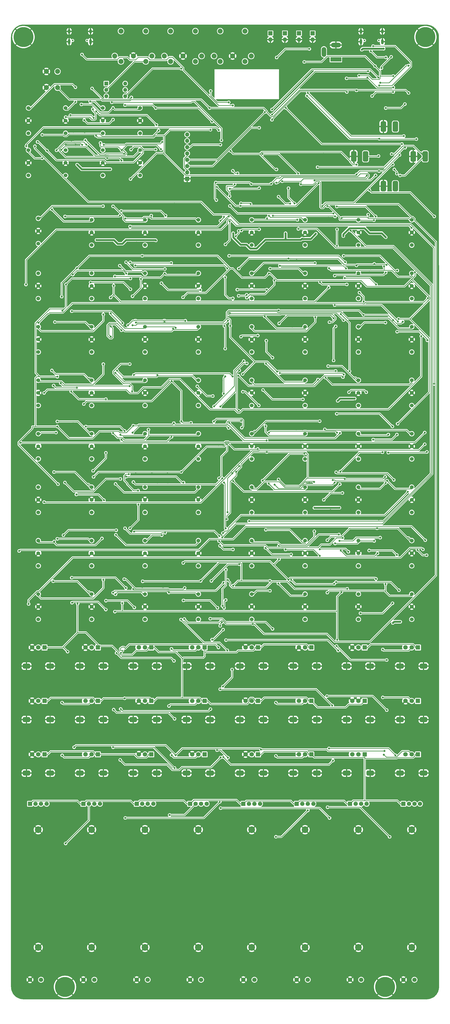
<source format=gbr>
%TF.GenerationSoftware,KiCad,Pcbnew,7.99.0-1990-g812c56bdc7*%
%TF.CreationDate,2023-08-03T23:21:48+02:00*%
%TF.ProjectId,esp32_midi,65737033-325f-46d6-9964-692e6b696361,rev?*%
%TF.SameCoordinates,Original*%
%TF.FileFunction,Copper,L2,Bot*%
%TF.FilePolarity,Positive*%
%FSLAX46Y46*%
G04 Gerber Fmt 4.6, Leading zero omitted, Abs format (unit mm)*
G04 Created by KiCad (PCBNEW 7.99.0-1990-g812c56bdc7) date 2023-08-03 23:21:48*
%MOMM*%
%LPD*%
G01*
G04 APERTURE LIST*
G04 Aperture macros list*
%AMRoundRect*
0 Rectangle with rounded corners*
0 $1 Rounding radius*
0 $2 $3 $4 $5 $6 $7 $8 $9 X,Y pos of 4 corners*
0 Add a 4 corners polygon primitive as box body*
4,1,4,$2,$3,$4,$5,$6,$7,$8,$9,$2,$3,0*
0 Add four circle primitives for the rounded corners*
1,1,$1+$1,$2,$3*
1,1,$1+$1,$4,$5*
1,1,$1+$1,$6,$7*
1,1,$1+$1,$8,$9*
0 Add four rect primitives between the rounded corners*
20,1,$1+$1,$2,$3,$4,$5,0*
20,1,$1+$1,$4,$5,$6,$7,0*
20,1,$1+$1,$6,$7,$8,$9,0*
20,1,$1+$1,$8,$9,$2,$3,0*%
G04 Aperture macros list end*
%TA.AperFunction,ComponentPad*%
%ADD10C,1.524000*%
%TD*%
%TA.AperFunction,ComponentPad*%
%ADD11R,1.750000X1.750000*%
%TD*%
%TA.AperFunction,ComponentPad*%
%ADD12C,1.750000*%
%TD*%
%TA.AperFunction,ComponentPad*%
%ADD13C,2.700000*%
%TD*%
%TA.AperFunction,ComponentPad*%
%ADD14R,1.800000X1.800000*%
%TD*%
%TA.AperFunction,ComponentPad*%
%ADD15C,1.800000*%
%TD*%
%TA.AperFunction,ComponentPad*%
%ADD16RoundRect,0.500000X-1.000000X0.500000X-1.000000X-0.500000X1.000000X-0.500000X1.000000X0.500000X0*%
%TD*%
%TA.AperFunction,ComponentPad*%
%ADD17C,0.900000*%
%TD*%
%TA.AperFunction,ComponentPad*%
%ADD18C,8.000000*%
%TD*%
%TA.AperFunction,ComponentPad*%
%ADD19R,1.700000X1.700000*%
%TD*%
%TA.AperFunction,ComponentPad*%
%ADD20O,1.700000X1.700000*%
%TD*%
%TA.AperFunction,ComponentPad*%
%ADD21RoundRect,0.550000X-0.550000X-1.550000X0.550000X-1.550000X0.550000X1.550000X-0.550000X1.550000X0*%
%TD*%
%TA.AperFunction,ComponentPad*%
%ADD22C,0.650000*%
%TD*%
%TA.AperFunction,ComponentPad*%
%ADD23O,1.000000X2.100000*%
%TD*%
%TA.AperFunction,ComponentPad*%
%ADD24O,1.000000X1.800000*%
%TD*%
%TA.AperFunction,ComponentPad*%
%ADD25R,1.600000X1.600000*%
%TD*%
%TA.AperFunction,ComponentPad*%
%ADD26O,1.600000X1.600000*%
%TD*%
%TA.AperFunction,ComponentPad*%
%ADD27C,2.000000*%
%TD*%
%TA.AperFunction,ComponentPad*%
%ADD28R,4.400000X1.800000*%
%TD*%
%TA.AperFunction,ComponentPad*%
%ADD29O,4.000000X1.800000*%
%TD*%
%TA.AperFunction,ComponentPad*%
%ADD30O,1.800000X4.000000*%
%TD*%
%TA.AperFunction,ViaPad*%
%ADD31C,0.800000*%
%TD*%
%TA.AperFunction,Conductor*%
%ADD32C,0.250000*%
%TD*%
%TA.AperFunction,Conductor*%
%ADD33C,0.800000*%
%TD*%
G04 APERTURE END LIST*
D10*
%TO.P,SW26,1,A*%
%TO.N,Net-(SW26-A)*%
X182000000Y-133520000D03*
%TO.P,SW26,2,B*%
%TO.N,GND*%
X182000000Y-138600000D03*
%TO.P,SW26,3*%
%TO.N,N/C*%
X182000000Y-143680000D03*
%TD*%
%TO.P,SW31,1,A*%
%TO.N,Net-(SW31-A)*%
X289500000Y-133520000D03*
%TO.P,SW31,2,B*%
%TO.N,GND*%
X289500000Y-138600000D03*
%TO.P,SW31,3*%
%TO.N,N/C*%
X289500000Y-143680000D03*
%TD*%
%TO.P,SW60,1,A*%
%TO.N,Net-(SW60-A)*%
X225000000Y-219520000D03*
%TO.P,SW60,2,B*%
%TO.N,GND*%
X225000000Y-224600000D03*
%TO.P,SW60,3*%
%TO.N,N/C*%
X225000000Y-229680000D03*
%TD*%
%TO.P,SW6,1,A*%
%TO.N,Net-(SW6-A)*%
X178000000Y-62520000D03*
%TO.P,SW6,2,B*%
%TO.N,GND*%
X178000000Y-67600000D03*
%TO.P,SW6,3*%
%TO.N,N/C*%
X178000000Y-72680000D03*
%TD*%
%TO.P,SW52,1,A*%
%TO.N,Net-(SW52-A)*%
X225000000Y-198020000D03*
%TO.P,SW52,2,B*%
%TO.N,GND*%
X225000000Y-203100000D03*
%TO.P,SW52,3*%
%TO.N,N/C*%
X225000000Y-208180000D03*
%TD*%
D11*
%TO.P,R16,1,1*%
%TO.N,+3.3V*%
X178640000Y-325375000D03*
D12*
%TO.P,R16,2,2*%
%TO.N,Net-(R16-Pad2)*%
X180890000Y-325375000D03*
%TO.P,R16,3,3*%
%TO.N,GND*%
X178640000Y-396125000D03*
%TO.P,R16,4*%
%TO.N,N/C*%
X183090000Y-325375000D03*
%TO.P,R16,5*%
X185340000Y-325375000D03*
%TO.P,R16,6*%
X183090000Y-396125000D03*
D13*
%TO.P,R16,MP,MountPin*%
%TO.N,GND*%
X181990000Y-335780000D03*
X181990000Y-383110000D03*
%TD*%
D10*
%TO.P,SW12,1,A*%
%TO.N,Net-(SW12-A)*%
X225000000Y-90520000D03*
%TO.P,SW12,2,B*%
%TO.N,GND*%
X225000000Y-95600000D03*
%TO.P,SW12,3*%
%TO.N,N/C*%
X225000000Y-100680000D03*
%TD*%
%TO.P,SW14,1,A*%
%TO.N,Net-(SW14-A)*%
X268000000Y-90520000D03*
%TO.P,SW14,2,B*%
%TO.N,GND*%
X268000000Y-95600000D03*
%TO.P,SW14,3*%
%TO.N,N/C*%
X268000000Y-100680000D03*
%TD*%
%TO.P,SW37,1,A*%
%TO.N,Net-(SW37-A)*%
X246500000Y-155020000D03*
%TO.P,SW37,2,B*%
%TO.N,GND*%
X246500000Y-160100000D03*
%TO.P,SW37,3*%
%TO.N,N/C*%
X246500000Y-165180000D03*
%TD*%
D14*
%TO.P,R31,1,1*%
%TO.N,+3.3V*%
X335000000Y-262500000D03*
D15*
%TO.P,R31,2,2*%
%TO.N,Net-(R31-Pad2)*%
X332500000Y-262500000D03*
%TO.P,R31,3,3*%
%TO.N,GND*%
X330000000Y-262500000D03*
D16*
%TO.P,R31,MP,MountPin*%
X337250000Y-270000000D03*
X327750000Y-270000000D03*
%TD*%
D10*
%TO.P,SW33,1,A*%
%TO.N,Net-(SW33-A)*%
X332500000Y-133520000D03*
%TO.P,SW33,2,B*%
%TO.N,GND*%
X332500000Y-138600000D03*
%TO.P,SW33,3*%
%TO.N,N/C*%
X332500000Y-143680000D03*
%TD*%
%TO.P,SW36,1,A*%
%TO.N,Net-(SW36-A)*%
X225000000Y-155020000D03*
%TO.P,SW36,2,B*%
%TO.N,GND*%
X225000000Y-160100000D03*
%TO.P,SW36,3*%
%TO.N,N/C*%
X225000000Y-165180000D03*
%TD*%
D17*
%TO.P,H4,1,1*%
%TO.N,GND*%
X318750000Y-399000000D03*
X319628680Y-396878680D03*
X319628680Y-401121320D03*
X321750000Y-396000000D03*
D18*
X321750000Y-399000000D03*
D17*
X321750000Y-402000000D03*
X323871320Y-396878680D03*
X323871320Y-401121320D03*
X324750000Y-399000000D03*
%TD*%
D10*
%TO.P,SW29,1,A*%
%TO.N,Net-(SW29-A)*%
X246500000Y-133520000D03*
%TO.P,SW29,2,B*%
%TO.N,GND*%
X246500000Y-138600000D03*
%TO.P,SW29,3*%
%TO.N,N/C*%
X246500000Y-143680000D03*
%TD*%
D14*
%TO.P,R26,1,1*%
%TO.N,+3.3V*%
X227500000Y-262500000D03*
D15*
%TO.P,R26,2,2*%
%TO.N,Net-(R26-Pad2)*%
X225000000Y-262500000D03*
%TO.P,R26,3,3*%
%TO.N,GND*%
X222500000Y-262500000D03*
D16*
%TO.P,R26,MP,MountPin*%
X229750000Y-270000000D03*
X220250000Y-270000000D03*
%TD*%
D19*
%TO.P,SW79,1,A*%
%TO.N,Net-(SW79-A)*%
X281400000Y-15500000D03*
D20*
%TO.P,SW79,2,B*%
%TO.N,GND*%
X281400000Y-18040000D03*
%TD*%
D14*
%TO.P,R47,1,1*%
%TO.N,+3.3V*%
X335000000Y-305500000D03*
D15*
%TO.P,R47,2,2*%
%TO.N,Net-(R47-Pad2)*%
X332500000Y-305500000D03*
%TO.P,R47,3,3*%
%TO.N,GND*%
X330000000Y-305500000D03*
D16*
%TO.P,R47,MP,MountPin*%
X337250000Y-313000000D03*
X327750000Y-313000000D03*
%TD*%
D10*
%TO.P,SW63,1,A*%
%TO.N,Net-(SW63-A)*%
X289500000Y-219520000D03*
%TO.P,SW63,2,B*%
%TO.N,GND*%
X289500000Y-224600000D03*
%TO.P,SW63,3*%
%TO.N,N/C*%
X289500000Y-229680000D03*
%TD*%
%TO.P,SW10,1,A*%
%TO.N,Net-(SW10-A)*%
X182000000Y-89920000D03*
%TO.P,SW10,2,B*%
%TO.N,GND*%
X182000000Y-95000000D03*
%TO.P,SW10,3*%
%TO.N,N/C*%
X182000000Y-100080000D03*
%TD*%
D14*
%TO.P,R29,1,1*%
%TO.N,+3.3V*%
X292000000Y-262500000D03*
D15*
%TO.P,R29,2,2*%
%TO.N,Net-(R29-Pad2)*%
X289500000Y-262500000D03*
%TO.P,R29,3,3*%
%TO.N,GND*%
X287000000Y-262500000D03*
D16*
%TO.P,R29,MP,MountPin*%
X294250000Y-270000000D03*
X284750000Y-270000000D03*
%TD*%
D21*
%TO.P,SW74,1,A*%
%TO.N,Net-(SW74-A)*%
X313900000Y-65000000D03*
%TO.P,SW74,2,B*%
%TO.N,GND*%
X309100000Y-65000000D03*
%TD*%
D22*
%TO.P,USBC1,*%
%TO.N,*%
X319225000Y-18387500D03*
X313445000Y-18387500D03*
D23*
%TO.P,USBC1,1,SHIELD*%
%TO.N,GND*%
X320655000Y-18887500D03*
D24*
%TO.P,USBC1,2,SHIELD*%
X320655000Y-14707500D03*
%TO.P,USBC1,3,SHIELD*%
X312015000Y-14707500D03*
D23*
%TO.P,USBC1,4,SHIELD*%
X312015000Y-18887500D03*
%TD*%
D10*
%TO.P,SW7,1,A*%
%TO.N,Net-(SW7-A)*%
X193000000Y-62520000D03*
%TO.P,SW7,2,B*%
%TO.N,GND*%
X193000000Y-67600000D03*
%TO.P,SW7,3*%
%TO.N,N/C*%
X193000000Y-72680000D03*
%TD*%
D14*
%TO.P,R39,1,1*%
%TO.N,+3.3V*%
X335000000Y-284000000D03*
D15*
%TO.P,R39,2,2*%
%TO.N,Net-(R39-Pad2)*%
X332500000Y-284000000D03*
%TO.P,R39,3,3*%
%TO.N,GND*%
X330000000Y-284000000D03*
D16*
%TO.P,R39,MP,MountPin*%
X337250000Y-291500000D03*
X327750000Y-291500000D03*
%TD*%
D10*
%TO.P,SW61,1,A*%
%TO.N,Net-(SW61-A)*%
X246500000Y-219520000D03*
%TO.P,SW61,2,B*%
%TO.N,GND*%
X246500000Y-224600000D03*
%TO.P,SW61,3*%
%TO.N,N/C*%
X246500000Y-229680000D03*
%TD*%
%TO.P,SW42,1,A*%
%TO.N,Net-(SW42-A)*%
X182000000Y-176520000D03*
%TO.P,SW42,2,B*%
%TO.N,GND*%
X182000000Y-181600000D03*
%TO.P,SW42,3*%
%TO.N,N/C*%
X182000000Y-186680000D03*
%TD*%
D14*
%TO.P,R38,1,1*%
%TO.N,+3.3V*%
X313500000Y-284000000D03*
D15*
%TO.P,R38,2,2*%
%TO.N,GND*%
X311000000Y-284000000D03*
%TO.P,R38,3,3*%
X308500000Y-284000000D03*
D16*
%TO.P,R38,MP,MountPin*%
X315750000Y-291500000D03*
X306250000Y-291500000D03*
%TD*%
D11*
%TO.P,R17,1,1*%
%TO.N,+3.3V*%
X200140000Y-325375000D03*
D12*
%TO.P,R17,2,2*%
%TO.N,Net-(R17-Pad2)*%
X202390000Y-325375000D03*
%TO.P,R17,3,3*%
%TO.N,GND*%
X200140000Y-396125000D03*
%TO.P,R17,4*%
%TO.N,N/C*%
X204590000Y-325375000D03*
%TO.P,R17,5*%
X206840000Y-325375000D03*
%TO.P,R17,6*%
X204590000Y-396125000D03*
D13*
%TO.P,R17,MP,MountPin*%
%TO.N,GND*%
X203490000Y-335780000D03*
X203490000Y-383110000D03*
%TD*%
D10*
%TO.P,SW2,1,A*%
%TO.N,Net-(SW2-A)*%
X178000000Y-45520000D03*
%TO.P,SW2,2,B*%
%TO.N,GND*%
X178000000Y-50600000D03*
%TO.P,SW2,3*%
%TO.N,N/C*%
X178000000Y-55680000D03*
%TD*%
D14*
%TO.P,R25,1,1*%
%TO.N,+3.3V*%
X206000000Y-262500000D03*
D15*
%TO.P,R25,2,2*%
%TO.N,Net-(R25-Pad2)*%
X203500000Y-262500000D03*
%TO.P,R25,3,3*%
%TO.N,GND*%
X201000000Y-262500000D03*
D16*
%TO.P,R25,MP,MountPin*%
X208250000Y-270000000D03*
X198750000Y-270000000D03*
%TD*%
D25*
%TO.P,U4,1*%
%TO.N,Net-(D5-K)*%
X209400000Y-35700000D03*
D26*
%TO.P,U4,2*%
%TO.N,Net-(D5-A)*%
X209400000Y-38240000D03*
%TO.P,U4,3,NC*%
%TO.N,unconnected-(U4-NC-Pad3)*%
X209400000Y-40780000D03*
%TO.P,U4,4*%
%TO.N,/MIDI IN THRU OUT/RX*%
X217020000Y-40780000D03*
%TO.P,U4,5*%
%TO.N,+3.3V*%
X217020000Y-38240000D03*
%TO.P,U4,6*%
%TO.N,unconnected-(U4-Pad6)*%
X217020000Y-35700000D03*
%TD*%
D10*
%TO.P,SW38,1,A*%
%TO.N,Net-(SW38-A)*%
X268000000Y-155020000D03*
%TO.P,SW38,2,B*%
%TO.N,GND*%
X268000000Y-160100000D03*
%TO.P,SW38,3*%
%TO.N,N/C*%
X268000000Y-165180000D03*
%TD*%
%TO.P,SW50,1,A*%
%TO.N,Net-(SW50-A)*%
X182000000Y-198020000D03*
%TO.P,SW50,2,B*%
%TO.N,GND*%
X182000000Y-203100000D03*
%TO.P,SW50,3*%
%TO.N,N/C*%
X182000000Y-208180000D03*
%TD*%
%TO.P,SW73,1,A*%
%TO.N,Net-(SW73-A)*%
X332500000Y-241020000D03*
%TO.P,SW73,2,B*%
%TO.N,GND*%
X332500000Y-246100000D03*
%TO.P,SW73,3*%
%TO.N,N/C*%
X332500000Y-251180000D03*
%TD*%
%TO.P,SW48,1,A*%
%TO.N,Net-(SW48-A)*%
X311000000Y-176520000D03*
%TO.P,SW48,2,B*%
%TO.N,GND*%
X311000000Y-181600000D03*
%TO.P,SW48,3*%
%TO.N,N/C*%
X311000000Y-186680000D03*
%TD*%
%TO.P,SW32,1,A*%
%TO.N,Net-(SW32-A)*%
X311000000Y-133520000D03*
%TO.P,SW32,2,B*%
%TO.N,GND*%
X311000000Y-138600000D03*
%TO.P,SW32,3*%
%TO.N,N/C*%
X311000000Y-143680000D03*
%TD*%
%TO.P,SW72,1,A*%
%TO.N,Net-(SW72-A)*%
X311000000Y-241020000D03*
%TO.P,SW72,2,B*%
%TO.N,GND*%
X311000000Y-246100000D03*
%TO.P,SW72,3*%
%TO.N,N/C*%
X311000000Y-251180000D03*
%TD*%
D14*
%TO.P,R46,1,1*%
%TO.N,+3.3V*%
X313500000Y-305500000D03*
D15*
%TO.P,R46,2,2*%
%TO.N,Net-(R46-Pad2)*%
X311000000Y-305500000D03*
%TO.P,R46,3,3*%
%TO.N,GND*%
X308500000Y-305500000D03*
D16*
%TO.P,R46,MP,MountPin*%
X315750000Y-313000000D03*
X306250000Y-313000000D03*
%TD*%
D19*
%TO.P,SW81,1,A*%
%TO.N,Net-(SW81-A)*%
X292550000Y-15500000D03*
D20*
%TO.P,SW81,2,B*%
%TO.N,GND*%
X292550000Y-18040000D03*
%TD*%
D10*
%TO.P,SW35,1,A*%
%TO.N,Net-(SW35-A)*%
X203500000Y-155020000D03*
%TO.P,SW35,2,B*%
%TO.N,GND*%
X203500000Y-160100000D03*
%TO.P,SW35,3*%
%TO.N,N/C*%
X203500000Y-165180000D03*
%TD*%
%TO.P,SW13,1,A*%
%TO.N,Net-(SW13-A)*%
X246500000Y-90520000D03*
%TO.P,SW13,2,B*%
%TO.N,GND*%
X246500000Y-95600000D03*
%TO.P,SW13,3*%
%TO.N,N/C*%
X246500000Y-100680000D03*
%TD*%
D11*
%TO.P,R22,1,1*%
%TO.N,+3.3V*%
X307640000Y-325375000D03*
D12*
%TO.P,R22,2,2*%
%TO.N,Net-(R22-Pad2)*%
X309890000Y-325375000D03*
%TO.P,R22,3,3*%
%TO.N,GND*%
X307640000Y-396125000D03*
%TO.P,R22,4*%
%TO.N,N/C*%
X312090000Y-325375000D03*
%TO.P,R22,5*%
X314340000Y-325375000D03*
%TO.P,R22,6*%
X312090000Y-396125000D03*
D13*
%TO.P,R22,MP,MountPin*%
%TO.N,GND*%
X310990000Y-335780000D03*
X310990000Y-383110000D03*
%TD*%
D10*
%TO.P,SW69,1,A*%
%TO.N,Net-(SW69-A)*%
X246500000Y-241020000D03*
%TO.P,SW69,2,B*%
%TO.N,GND*%
X246500000Y-246100000D03*
%TO.P,SW69,3*%
%TO.N,N/C*%
X246500000Y-251180000D03*
%TD*%
D14*
%TO.P,R44,1,1*%
%TO.N,+3.3V*%
X270500000Y-305500000D03*
D15*
%TO.P,R44,2,2*%
%TO.N,Net-(R44-Pad2)*%
X268000000Y-305500000D03*
%TO.P,R44,3,3*%
%TO.N,GND*%
X265500000Y-305500000D03*
D16*
%TO.P,R44,MP,MountPin*%
X272750000Y-313000000D03*
X263250000Y-313000000D03*
%TD*%
D27*
%TO.P,J4,1*%
%TO.N,unconnected-(J4-Pad1)*%
X252800000Y-24622500D03*
%TO.P,J4,2*%
%TO.N,GND*%
X260300000Y-24622500D03*
%TO.P,J4,3*%
%TO.N,unconnected-(J4-Pad3)*%
X267800000Y-24622500D03*
%TO.P,J4,4*%
%TO.N,Net-(J4-Pad4)*%
X255300000Y-26822500D03*
%TO.P,J4,5*%
%TO.N,Net-(Q1-D)*%
X265300000Y-26822500D03*
%TO.P,J4,SH*%
%TO.N,N/C*%
X265300000Y-14622500D03*
X255300000Y-14622500D03*
%TD*%
D19*
%TO.P,J1,1,Pin_1*%
%TO.N,GND*%
X242000000Y-74000000D03*
D20*
%TO.P,J1,2,Pin_2*%
%TO.N,+3.3V*%
X242000000Y-71460000D03*
%TO.P,J1,3,Pin_3*%
%TO.N,DISPLAY_SCLK*%
X242000000Y-68920000D03*
%TO.P,J1,4,Pin_4*%
%TO.N,DISPLAY_MOSI*%
X242000000Y-66380000D03*
%TO.P,J1,5,Pin_5*%
%TO.N,+3.3V*%
X242000000Y-63840000D03*
%TO.P,J1,6,Pin_6*%
%TO.N,DISPLAY_DC*%
X242000000Y-61300000D03*
%TO.P,J1,7,Pin_7*%
%TO.N,DISPLAY_CS*%
X242000000Y-58760000D03*
%TO.P,J1,8,Pin_8*%
%TO.N,unconnected-(J1-Pin_8-Pad8)*%
X242000000Y-56220000D03*
%TD*%
D14*
%TO.P,R45,1,1*%
%TO.N,+3.3V*%
X292000000Y-305500000D03*
D15*
%TO.P,R45,2,2*%
%TO.N,Net-(R45-Pad2)*%
X289500000Y-305500000D03*
%TO.P,R45,3,3*%
%TO.N,GND*%
X287000000Y-305500000D03*
D16*
%TO.P,R45,MP,MountPin*%
X294250000Y-313000000D03*
X284750000Y-313000000D03*
%TD*%
D10*
%TO.P,SW49,1,A*%
%TO.N,Net-(SW49-A)*%
X332500000Y-176520000D03*
%TO.P,SW49,2,B*%
%TO.N,GND*%
X332500000Y-181600000D03*
%TO.P,SW49,3*%
%TO.N,N/C*%
X332500000Y-186680000D03*
%TD*%
%TO.P,SW21,1,A*%
%TO.N,Net-(SW21-A)*%
X246500000Y-112020000D03*
%TO.P,SW21,2,B*%
%TO.N,GND*%
X246500000Y-117100000D03*
%TO.P,SW21,3*%
%TO.N,N/C*%
X246500000Y-122180000D03*
%TD*%
D19*
%TO.P,SW80,1,A*%
%TO.N,Net-(SW80-A)*%
X287050000Y-15500000D03*
D20*
%TO.P,SW80,2,B*%
%TO.N,GND*%
X287050000Y-18040000D03*
%TD*%
D10*
%TO.P,SW68,1,A*%
%TO.N,Net-(SW68-A)*%
X225000000Y-241020000D03*
%TO.P,SW68,2,B*%
%TO.N,GND*%
X225000000Y-246100000D03*
%TO.P,SW68,3*%
%TO.N,N/C*%
X225000000Y-251180000D03*
%TD*%
D14*
%TO.P,R34,1,1*%
%TO.N,+3.3V*%
X227500000Y-284000000D03*
D15*
%TO.P,R34,2,2*%
%TO.N,Net-(R34-Pad2)*%
X225000000Y-284000000D03*
%TO.P,R34,3,3*%
%TO.N,GND*%
X222500000Y-284000000D03*
D16*
%TO.P,R34,MP,MountPin*%
X229750000Y-291500000D03*
X220250000Y-291500000D03*
%TD*%
D21*
%TO.P,SW75,1,A*%
%TO.N,Net-(SW75-A)*%
X325900000Y-53000000D03*
%TO.P,SW75,2,B*%
%TO.N,GND*%
X321100000Y-53000000D03*
%TD*%
D14*
%TO.P,R30,1,1*%
%TO.N,+3.3V*%
X313500000Y-262500000D03*
D15*
%TO.P,R30,2,2*%
%TO.N,Net-(R30-Pad2)*%
X311000000Y-262500000D03*
%TO.P,R30,3,3*%
%TO.N,GND*%
X308500000Y-262500000D03*
D16*
%TO.P,R30,MP,MountPin*%
X315750000Y-270000000D03*
X306250000Y-270000000D03*
%TD*%
D22*
%TO.P,USBC2,*%
%TO.N,*%
X201635000Y-18387500D03*
X195855000Y-18387500D03*
D23*
%TO.P,USBC2,1,SHIELD*%
%TO.N,GND*%
X203065000Y-18887500D03*
D24*
%TO.P,USBC2,2,SHIELD*%
X203065000Y-14707500D03*
%TO.P,USBC2,3,SHIELD*%
X194425000Y-14707500D03*
D23*
%TO.P,USBC2,4,SHIELD*%
X194425000Y-18887500D03*
%TD*%
D10*
%TO.P,SW58,1,A*%
%TO.N,Net-(SW58-A)*%
X182000000Y-219520000D03*
%TO.P,SW58,2,B*%
%TO.N,GND*%
X182000000Y-224600000D03*
%TO.P,SW58,3*%
%TO.N,N/C*%
X182000000Y-229680000D03*
%TD*%
D17*
%TO.P,H2,1,1*%
%TO.N,GND*%
X335000000Y-17000000D03*
X335878680Y-14878680D03*
X335878680Y-19121320D03*
X338000000Y-14000000D03*
D18*
X338000000Y-17000000D03*
D17*
X338000000Y-20000000D03*
X340121320Y-14878680D03*
X340121320Y-19121320D03*
X341000000Y-17000000D03*
%TD*%
D10*
%TO.P,SW30,1,A*%
%TO.N,Net-(SW30-A)*%
X268000000Y-133520000D03*
%TO.P,SW30,2,B*%
%TO.N,GND*%
X268000000Y-138600000D03*
%TO.P,SW30,3*%
%TO.N,N/C*%
X268000000Y-143680000D03*
%TD*%
%TO.P,SW46,1,A*%
%TO.N,Net-(SW46-A)*%
X268000000Y-176520000D03*
%TO.P,SW46,2,B*%
%TO.N,GND*%
X268000000Y-181600000D03*
%TO.P,SW46,3*%
%TO.N,N/C*%
X268000000Y-186680000D03*
%TD*%
%TO.P,SW55,1,A*%
%TO.N,Net-(SW55-A)*%
X289500000Y-198020000D03*
%TO.P,SW55,2,B*%
%TO.N,GND*%
X289500000Y-203100000D03*
%TO.P,SW55,3*%
%TO.N,N/C*%
X289500000Y-208180000D03*
%TD*%
%TO.P,SW45,1,A*%
%TO.N,Net-(SW45-A)*%
X246500000Y-176520000D03*
%TO.P,SW45,2,B*%
%TO.N,GND*%
X246500000Y-181600000D03*
%TO.P,SW45,3*%
%TO.N,N/C*%
X246500000Y-186680000D03*
%TD*%
%TO.P,SW56,1,A*%
%TO.N,Net-(SW56-A)*%
X311000000Y-198020000D03*
%TO.P,SW56,2,B*%
%TO.N,GND*%
X311000000Y-203100000D03*
%TO.P,SW56,3*%
%TO.N,N/C*%
X311000000Y-208180000D03*
%TD*%
%TO.P,SW57,1,A*%
%TO.N,Net-(SW57-A)*%
X332500000Y-198020000D03*
%TO.P,SW57,2,B*%
%TO.N,GND*%
X332500000Y-203100000D03*
%TO.P,SW57,3*%
%TO.N,N/C*%
X332500000Y-208180000D03*
%TD*%
%TO.P,SW34,1,A*%
%TO.N,Net-(SW34-A)*%
X182000000Y-155020000D03*
%TO.P,SW34,2,B*%
%TO.N,GND*%
X182000000Y-160100000D03*
%TO.P,SW34,3*%
%TO.N,N/C*%
X182000000Y-165180000D03*
%TD*%
%TO.P,SW71,1,A*%
%TO.N,Net-(SW71-A)*%
X289500000Y-241020000D03*
%TO.P,SW71,2,B*%
%TO.N,GND*%
X289500000Y-246100000D03*
%TO.P,SW71,3*%
%TO.N,N/C*%
X289500000Y-251180000D03*
%TD*%
%TO.P,SW25,1,A*%
%TO.N,Net-(SW25-A)*%
X332500000Y-112020000D03*
%TO.P,SW25,2,B*%
%TO.N,GND*%
X332500000Y-117100000D03*
%TO.P,SW25,3*%
%TO.N,N/C*%
X332500000Y-122180000D03*
%TD*%
%TO.P,SW41,1,A*%
%TO.N,Net-(SW41-A)*%
X332500000Y-155020000D03*
%TO.P,SW41,2,B*%
%TO.N,GND*%
X332500000Y-160100000D03*
%TO.P,SW41,3*%
%TO.N,N/C*%
X332500000Y-165180000D03*
%TD*%
%TO.P,SW4,1,A*%
%TO.N,Net-(SW4-A)*%
X208000000Y-45520000D03*
%TO.P,SW4,2,B*%
%TO.N,GND*%
X208000000Y-50600000D03*
%TO.P,SW4,3*%
%TO.N,N/C*%
X208000000Y-55680000D03*
%TD*%
%TO.P,SW24,1,A*%
%TO.N,Net-(SW24-A)*%
X311000000Y-112020000D03*
%TO.P,SW24,2,B*%
%TO.N,GND*%
X311000000Y-117100000D03*
%TO.P,SW24,3*%
%TO.N,N/C*%
X311000000Y-122180000D03*
%TD*%
D28*
%TO.P,J2,1*%
%TO.N,+12V*%
X301900000Y-25997500D03*
D29*
%TO.P,J2,2*%
%TO.N,GND*%
X301900000Y-20197500D03*
D30*
%TO.P,J2,3*%
%TO.N,N/C*%
X297100000Y-22997500D03*
%TD*%
D10*
%TO.P,SW44,1,A*%
%TO.N,Net-(SW44-A)*%
X225000000Y-176520000D03*
%TO.P,SW44,2,B*%
%TO.N,GND*%
X225000000Y-181600000D03*
%TO.P,SW44,3*%
%TO.N,N/C*%
X225000000Y-186680000D03*
%TD*%
D14*
%TO.P,R43,1,1*%
%TO.N,+3.3V*%
X249000000Y-305500000D03*
D15*
%TO.P,R43,2,2*%
%TO.N,Net-(R43-Pad2)*%
X246500000Y-305500000D03*
%TO.P,R43,3,3*%
%TO.N,GND*%
X244000000Y-305500000D03*
D16*
%TO.P,R43,MP,MountPin*%
X251250000Y-313000000D03*
X241750000Y-313000000D03*
%TD*%
D10*
%TO.P,SW16,1,A*%
%TO.N,Net-(SW16-A)*%
X311000000Y-90520000D03*
%TO.P,SW16,2,B*%
%TO.N,GND*%
X311000000Y-95600000D03*
%TO.P,SW16,3*%
%TO.N,N/C*%
X311000000Y-100680000D03*
%TD*%
D21*
%TO.P,SW77,1,A*%
%TO.N,Net-(SW77-A)*%
X325900000Y-77000000D03*
%TO.P,SW77,2,B*%
%TO.N,GND*%
X321100000Y-77000000D03*
%TD*%
D14*
%TO.P,R42,1,1*%
%TO.N,+3.3V*%
X227500000Y-305500000D03*
D15*
%TO.P,R42,2,2*%
%TO.N,Net-(R42-Pad2)*%
X225000000Y-305500000D03*
%TO.P,R42,3,3*%
%TO.N,GND*%
X222500000Y-305500000D03*
D16*
%TO.P,R42,MP,MountPin*%
X229750000Y-313000000D03*
X220250000Y-313000000D03*
%TD*%
D10*
%TO.P,SW5,1,A*%
%TO.N,Net-(SW5-A)*%
X223000000Y-45520000D03*
%TO.P,SW5,2,B*%
%TO.N,GND*%
X223000000Y-50600000D03*
%TO.P,SW5,3*%
%TO.N,N/C*%
X223000000Y-55680000D03*
%TD*%
%TO.P,SW59,1,A*%
%TO.N,Net-(SW59-A)*%
X203500000Y-219520000D03*
%TO.P,SW59,2,B*%
%TO.N,GND*%
X203500000Y-224600000D03*
%TO.P,SW59,3*%
%TO.N,N/C*%
X203500000Y-229680000D03*
%TD*%
D14*
%TO.P,R35,1,1*%
%TO.N,+3.3V*%
X249000000Y-284000000D03*
D15*
%TO.P,R35,2,2*%
%TO.N,Net-(R35-Pad2)*%
X246500000Y-284000000D03*
%TO.P,R35,3,3*%
%TO.N,GND*%
X244000000Y-284000000D03*
D16*
%TO.P,R35,MP,MountPin*%
X251250000Y-291500000D03*
X241750000Y-291500000D03*
%TD*%
D10*
%TO.P,SW39,1,A*%
%TO.N,Net-(SW39-A)*%
X289500000Y-155020000D03*
%TO.P,SW39,2,B*%
%TO.N,GND*%
X289500000Y-160100000D03*
%TO.P,SW39,3*%
%TO.N,N/C*%
X289500000Y-165180000D03*
%TD*%
%TO.P,SW19,1,A*%
%TO.N,Net-(SW19-A)*%
X203500000Y-112020000D03*
%TO.P,SW19,2,B*%
%TO.N,GND*%
X203500000Y-117100000D03*
%TO.P,SW19,3*%
%TO.N,N/C*%
X203500000Y-122180000D03*
%TD*%
%TO.P,SW53,1,A*%
%TO.N,Net-(SW53-A)*%
X246500000Y-198020000D03*
%TO.P,SW53,2,B*%
%TO.N,GND*%
X246500000Y-203100000D03*
%TO.P,SW53,3*%
%TO.N,N/C*%
X246500000Y-208180000D03*
%TD*%
D27*
%TO.P,J5,1*%
%TO.N,unconnected-(J5-Pad1)*%
X212800000Y-24622500D03*
%TO.P,J5,2*%
%TO.N,GND*%
X220300000Y-24622500D03*
%TO.P,J5,3*%
%TO.N,unconnected-(J5-Pad3)*%
X227800000Y-24622500D03*
%TO.P,J5,4*%
%TO.N,Net-(J5-Pad4)*%
X215300000Y-26822500D03*
%TO.P,J5,5*%
%TO.N,Net-(D5-A)*%
X225300000Y-26822500D03*
%TO.P,J5,SH*%
%TO.N,N/C*%
X225300000Y-14622500D03*
X215300000Y-14622500D03*
%TD*%
D14*
%TO.P,R37,1,1*%
%TO.N,+3.3V*%
X292000000Y-284000000D03*
D15*
%TO.P,R37,2,2*%
%TO.N,Net-(R37-Pad2)*%
X289500000Y-284000000D03*
%TO.P,R37,3,3*%
%TO.N,GND*%
X287000000Y-284000000D03*
D16*
%TO.P,R37,MP,MountPin*%
X294250000Y-291500000D03*
X284750000Y-291500000D03*
%TD*%
D10*
%TO.P,SW22,1,A*%
%TO.N,Net-(SW22-A)*%
X268000000Y-112020000D03*
%TO.P,SW22,2,B*%
%TO.N,GND*%
X268000000Y-117100000D03*
%TO.P,SW22,3*%
%TO.N,N/C*%
X268000000Y-122180000D03*
%TD*%
D11*
%TO.P,R21,1,1*%
%TO.N,+3.3V*%
X286140000Y-325375000D03*
D12*
%TO.P,R21,2,2*%
%TO.N,Net-(R21-Pad2)*%
X288390000Y-325375000D03*
%TO.P,R21,3,3*%
%TO.N,GND*%
X286140000Y-396125000D03*
%TO.P,R21,4*%
%TO.N,N/C*%
X290590000Y-325375000D03*
%TO.P,R21,5*%
X292840000Y-325375000D03*
%TO.P,R21,6*%
X290590000Y-396125000D03*
D13*
%TO.P,R21,MP,MountPin*%
%TO.N,GND*%
X289490000Y-335780000D03*
X289490000Y-383110000D03*
%TD*%
D10*
%TO.P,SW40,1,A*%
%TO.N,Net-(SW40-A)*%
X311000000Y-155020000D03*
%TO.P,SW40,2,B*%
%TO.N,GND*%
X311000000Y-160100000D03*
%TO.P,SW40,3*%
%TO.N,N/C*%
X311000000Y-165180000D03*
%TD*%
%TO.P,SW70,1,A*%
%TO.N,Net-(SW70-A)*%
X268000000Y-241020000D03*
%TO.P,SW70,2,B*%
%TO.N,GND*%
X268000000Y-246100000D03*
%TO.P,SW70,3*%
%TO.N,N/C*%
X268000000Y-251180000D03*
%TD*%
%TO.P,SW67,1,A*%
%TO.N,Net-(SW67-A)*%
X203500000Y-241020000D03*
%TO.P,SW67,2,B*%
%TO.N,GND*%
X203500000Y-246100000D03*
%TO.P,SW67,3*%
%TO.N,N/C*%
X203500000Y-251180000D03*
%TD*%
%TO.P,SW3,1,A*%
%TO.N,Net-(SW3-A)*%
X193000000Y-45520000D03*
%TO.P,SW3,2,B*%
%TO.N,GND*%
X193000000Y-50600000D03*
%TO.P,SW3,3*%
%TO.N,N/C*%
X193000000Y-55680000D03*
%TD*%
%TO.P,SW27,1,A*%
%TO.N,Net-(SW27-A)*%
X203500000Y-133520000D03*
%TO.P,SW27,2,B*%
%TO.N,GND*%
X203500000Y-138600000D03*
%TO.P,SW27,3*%
%TO.N,N/C*%
X203500000Y-143680000D03*
%TD*%
D14*
%TO.P,R36,1,1*%
%TO.N,+3.3V*%
X270500000Y-284000000D03*
D15*
%TO.P,R36,2,2*%
%TO.N,Net-(R36-Pad2)*%
X268000000Y-284000000D03*
%TO.P,R36,3,3*%
%TO.N,GND*%
X265500000Y-284000000D03*
D16*
%TO.P,R36,MP,MountPin*%
X272750000Y-291500000D03*
X263250000Y-291500000D03*
%TD*%
D10*
%TO.P,SW54,1,A*%
%TO.N,Net-(SW54-A)*%
X268000000Y-198020000D03*
%TO.P,SW54,2,B*%
%TO.N,GND*%
X268000000Y-203100000D03*
%TO.P,SW54,3*%
%TO.N,N/C*%
X268000000Y-208180000D03*
%TD*%
D17*
%TO.P,H1,1,1*%
%TO.N,GND*%
X173000000Y-17000000D03*
X173878680Y-14878680D03*
X173878680Y-19121320D03*
X176000000Y-14000000D03*
D18*
X176000000Y-17000000D03*
D17*
X176000000Y-20000000D03*
X178121320Y-14878680D03*
X178121320Y-19121320D03*
X179000000Y-17000000D03*
%TD*%
D10*
%TO.P,SW20,1,A*%
%TO.N,Net-(SW20-A)*%
X225000000Y-112020000D03*
%TO.P,SW20,2,B*%
%TO.N,GND*%
X225000000Y-117100000D03*
%TO.P,SW20,3*%
%TO.N,N/C*%
X225000000Y-122180000D03*
%TD*%
D17*
%TO.P,H3,1,1*%
%TO.N,GND*%
X189750000Y-399000000D03*
X190628680Y-396878680D03*
X190628680Y-401121320D03*
X192750000Y-396000000D03*
D18*
X192750000Y-399000000D03*
D17*
X192750000Y-402000000D03*
X194871320Y-396878680D03*
X194871320Y-401121320D03*
X195750000Y-399000000D03*
%TD*%
D10*
%TO.P,SW17,1,A*%
%TO.N,Net-(SW17-A)*%
X332500000Y-90520000D03*
%TO.P,SW17,2,B*%
%TO.N,GND*%
X332500000Y-95600000D03*
%TO.P,SW17,3*%
%TO.N,N/C*%
X332500000Y-100680000D03*
%TD*%
%TO.P,SW15,1,A*%
%TO.N,Net-(SW15-A)*%
X289500000Y-90520000D03*
%TO.P,SW15,2,B*%
%TO.N,GND*%
X289500000Y-95600000D03*
%TO.P,SW15,3*%
%TO.N,N/C*%
X289500000Y-100680000D03*
%TD*%
D11*
%TO.P,R20,1,1*%
%TO.N,+3.3V*%
X264640000Y-325375000D03*
D12*
%TO.P,R20,2,2*%
%TO.N,Net-(R20-Pad2)*%
X266890000Y-325375000D03*
%TO.P,R20,3,3*%
%TO.N,GND*%
X264640000Y-396125000D03*
%TO.P,R20,4*%
%TO.N,N/C*%
X269090000Y-325375000D03*
%TO.P,R20,5*%
X271340000Y-325375000D03*
%TO.P,R20,6*%
X269090000Y-396125000D03*
D13*
%TO.P,R20,MP,MountPin*%
%TO.N,GND*%
X267990000Y-335780000D03*
X267990000Y-383110000D03*
%TD*%
D19*
%TO.P,SW78,1,A*%
%TO.N,Net-(SW78-A)*%
X275550000Y-15500000D03*
D20*
%TO.P,SW78,2,B*%
%TO.N,GND*%
X275550000Y-18040000D03*
%TD*%
D10*
%TO.P,SW18,1,A*%
%TO.N,Net-(SW18-A)*%
X182000000Y-112020000D03*
%TO.P,SW18,2,B*%
%TO.N,GND*%
X182000000Y-117100000D03*
%TO.P,SW18,3*%
%TO.N,N/C*%
X182000000Y-122180000D03*
%TD*%
%TO.P,SW66,1,A*%
%TO.N,Net-(SW66-A)*%
X182000000Y-241020000D03*
%TO.P,SW66,2,B*%
%TO.N,GND*%
X182000000Y-246100000D03*
%TO.P,SW66,3*%
%TO.N,N/C*%
X182000000Y-251180000D03*
%TD*%
D11*
%TO.P,R23,1,1*%
%TO.N,+3.3V*%
X329140000Y-325375000D03*
D12*
%TO.P,R23,2,2*%
%TO.N,Net-(R23-Pad2)*%
X331390000Y-325375000D03*
%TO.P,R23,3,3*%
%TO.N,GND*%
X329140000Y-396125000D03*
%TO.P,R23,4*%
%TO.N,N/C*%
X333590000Y-325375000D03*
%TO.P,R23,5*%
X335840000Y-325375000D03*
%TO.P,R23,6*%
X333590000Y-396125000D03*
D13*
%TO.P,R23,MP,MountPin*%
%TO.N,GND*%
X332490000Y-335780000D03*
X332490000Y-383110000D03*
%TD*%
D10*
%TO.P,SW47,1,A*%
%TO.N,Net-(SW47-A)*%
X289500000Y-176520000D03*
%TO.P,SW47,2,B*%
%TO.N,GND*%
X289500000Y-181600000D03*
%TO.P,SW47,3*%
%TO.N,N/C*%
X289500000Y-186680000D03*
%TD*%
D14*
%TO.P,R28,1,1*%
%TO.N,+3.3V*%
X270500000Y-262500000D03*
D15*
%TO.P,R28,2,2*%
%TO.N,Net-(R28-Pad2)*%
X268000000Y-262500000D03*
%TO.P,R28,3,3*%
%TO.N,GND*%
X265500000Y-262500000D03*
D16*
%TO.P,R28,MP,MountPin*%
X272750000Y-270000000D03*
X263250000Y-270000000D03*
%TD*%
D14*
%TO.P,R33,1,1*%
%TO.N,+3.3V*%
X206000000Y-284000000D03*
D15*
%TO.P,R33,2,2*%
%TO.N,Net-(R33-Pad2)*%
X203500000Y-284000000D03*
%TO.P,R33,3,3*%
%TO.N,GND*%
X201000000Y-284000000D03*
D16*
%TO.P,R33,MP,MountPin*%
X208250000Y-291500000D03*
X198750000Y-291500000D03*
%TD*%
D11*
%TO.P,R18,1,1*%
%TO.N,+3.3V*%
X221640000Y-325375000D03*
D12*
%TO.P,R18,2,2*%
%TO.N,Net-(R18-Pad2)*%
X223890000Y-325375000D03*
%TO.P,R18,3,3*%
%TO.N,GND*%
X221640000Y-396125000D03*
%TO.P,R18,4*%
%TO.N,N/C*%
X226090000Y-325375000D03*
%TO.P,R18,5*%
X228340000Y-325375000D03*
%TO.P,R18,6*%
X226090000Y-396125000D03*
D13*
%TO.P,R18,MP,MountPin*%
%TO.N,GND*%
X224990000Y-335780000D03*
X224990000Y-383110000D03*
%TD*%
D14*
%TO.P,R40,1,1*%
%TO.N,+3.3V*%
X184500000Y-305500000D03*
D15*
%TO.P,R40,2,2*%
%TO.N,Net-(R40-Pad2)*%
X182000000Y-305500000D03*
%TO.P,R40,3,3*%
%TO.N,GND*%
X179500000Y-305500000D03*
D16*
%TO.P,R40,MP,MountPin*%
X186750000Y-313000000D03*
X177250000Y-313000000D03*
%TD*%
D10*
%TO.P,SW62,1,A*%
%TO.N,Net-(SW62-A)*%
X268000000Y-219520000D03*
%TO.P,SW62,2,B*%
%TO.N,GND*%
X268000000Y-224600000D03*
%TO.P,SW62,3*%
%TO.N,N/C*%
X268000000Y-229680000D03*
%TD*%
%TO.P,SW8,1,A*%
%TO.N,Net-(SW8-A)*%
X208000000Y-62520000D03*
%TO.P,SW8,2,B*%
%TO.N,GND*%
X208000000Y-67600000D03*
%TO.P,SW8,3*%
%TO.N,N/C*%
X208000000Y-72680000D03*
%TD*%
%TO.P,SW65,1,A*%
%TO.N,Net-(SW65-A)*%
X332500000Y-219520000D03*
%TO.P,SW65,2,B*%
%TO.N,GND*%
X332500000Y-224600000D03*
%TO.P,SW65,3*%
%TO.N,N/C*%
X332500000Y-229680000D03*
%TD*%
%TO.P,SW51,1,A*%
%TO.N,Net-(SW51-A)*%
X203500000Y-198020000D03*
%TO.P,SW51,2,B*%
%TO.N,GND*%
X203500000Y-203100000D03*
%TO.P,SW51,3*%
%TO.N,N/C*%
X203500000Y-208180000D03*
%TD*%
%TO.P,SW23,1,A*%
%TO.N,Net-(SW23-A)*%
X289500000Y-112020000D03*
%TO.P,SW23,2,B*%
%TO.N,GND*%
X289500000Y-117100000D03*
%TO.P,SW23,3*%
%TO.N,N/C*%
X289500000Y-122180000D03*
%TD*%
D14*
%TO.P,R24,1,1*%
%TO.N,+3.3V*%
X184500000Y-262500000D03*
D15*
%TO.P,R24,2,2*%
%TO.N,Net-(R24-Pad2)*%
X182000000Y-262500000D03*
%TO.P,R24,3,3*%
%TO.N,GND*%
X179500000Y-262500000D03*
D16*
%TO.P,R24,MP,MountPin*%
X186750000Y-270000000D03*
X177250000Y-270000000D03*
%TD*%
D10*
%TO.P,SW28,1,A*%
%TO.N,Net-(SW28-A)*%
X225000000Y-133520000D03*
%TO.P,SW28,2,B*%
%TO.N,GND*%
X225000000Y-138600000D03*
%TO.P,SW28,3*%
%TO.N,N/C*%
X225000000Y-143680000D03*
%TD*%
D14*
%TO.P,R32,1,1*%
%TO.N,+3.3V*%
X184500000Y-284000000D03*
D15*
%TO.P,R32,2,2*%
%TO.N,Net-(R32-Pad2)*%
X182000000Y-284000000D03*
%TO.P,R32,3,3*%
%TO.N,GND*%
X179500000Y-284000000D03*
D16*
%TO.P,R32,MP,MountPin*%
X186750000Y-291500000D03*
X177250000Y-291500000D03*
%TD*%
D10*
%TO.P,SW43,1,A*%
%TO.N,Net-(SW43-A)*%
X203500000Y-176520000D03*
%TO.P,SW43,2,B*%
%TO.N,GND*%
X203500000Y-181600000D03*
%TO.P,SW43,3*%
%TO.N,N/C*%
X203500000Y-186680000D03*
%TD*%
%TO.P,SW11,1,A*%
%TO.N,Net-(SW11-A)*%
X203500000Y-90520000D03*
%TO.P,SW11,2,B*%
%TO.N,GND*%
X203500000Y-95600000D03*
%TO.P,SW11,3*%
%TO.N,N/C*%
X203500000Y-100680000D03*
%TD*%
D11*
%TO.P,R19,1,1*%
%TO.N,+3.3V*%
X243140000Y-325375000D03*
D12*
%TO.P,R19,2,2*%
%TO.N,Net-(R19-Pad2)*%
X245390000Y-325375000D03*
%TO.P,R19,3,3*%
%TO.N,GND*%
X243140000Y-396125000D03*
%TO.P,R19,4*%
%TO.N,N/C*%
X247590000Y-325375000D03*
%TO.P,R19,5*%
X249840000Y-325375000D03*
%TO.P,R19,6*%
X247590000Y-396125000D03*
D13*
%TO.P,R19,MP,MountPin*%
%TO.N,GND*%
X246490000Y-335780000D03*
X246490000Y-383110000D03*
%TD*%
D10*
%TO.P,SW9,1,A*%
%TO.N,Net-(SW9-A)*%
X223000000Y-62520000D03*
%TO.P,SW9,2,B*%
%TO.N,GND*%
X223000000Y-67600000D03*
%TO.P,SW9,3*%
%TO.N,N/C*%
X223000000Y-72680000D03*
%TD*%
D14*
%TO.P,R27,1,1*%
%TO.N,+3.3V*%
X249000000Y-262500000D03*
D15*
%TO.P,R27,2,2*%
%TO.N,Net-(R27-Pad2)*%
X246500000Y-262500000D03*
%TO.P,R27,3,3*%
%TO.N,GND*%
X244000000Y-262500000D03*
D16*
%TO.P,R27,MP,MountPin*%
X251250000Y-270000000D03*
X241750000Y-270000000D03*
%TD*%
D10*
%TO.P,SW64,1,A*%
%TO.N,Net-(SW64-A)*%
X311000000Y-219520000D03*
%TO.P,SW64,2,B*%
%TO.N,GND*%
X311000000Y-224600000D03*
%TO.P,SW64,3*%
%TO.N,N/C*%
X311000000Y-229680000D03*
%TD*%
D14*
%TO.P,R41,1,1*%
%TO.N,+3.3V*%
X206000000Y-305500000D03*
D15*
%TO.P,R41,2,2*%
%TO.N,Net-(R41-Pad2)*%
X203500000Y-305500000D03*
%TO.P,R41,3,3*%
%TO.N,GND*%
X201000000Y-305500000D03*
D16*
%TO.P,R41,MP,MountPin*%
X208250000Y-313000000D03*
X198750000Y-313000000D03*
%TD*%
D27*
%TO.P,SW1,1,A*%
%TO.N,GND*%
X185250000Y-37350000D03*
X185250000Y-30850000D03*
%TO.P,SW1,2,B*%
%TO.N,/flasher/ESP_EN*%
X189750000Y-37350000D03*
X189750000Y-30850000D03*
%TD*%
D21*
%TO.P,SW76,1,A*%
%TO.N,Net-(SW76-A)*%
X337900000Y-65000000D03*
%TO.P,SW76,2,B*%
%TO.N,GND*%
X333100000Y-65000000D03*
%TD*%
D27*
%TO.P,J6,1*%
%TO.N,unconnected-(J6-Pad1)*%
X232800000Y-24622500D03*
%TO.P,J6,2*%
%TO.N,GND*%
X240300000Y-24622500D03*
%TO.P,J6,3*%
%TO.N,unconnected-(J6-Pad3)*%
X247800000Y-24622500D03*
%TO.P,J6,4*%
%TO.N,Net-(J6-Pad4)*%
X235300000Y-26822500D03*
%TO.P,J6,5*%
%TO.N,Net-(Q4-D)*%
X245300000Y-26822500D03*
%TO.P,J6,SH*%
%TO.N,N/C*%
X245300000Y-14622500D03*
X235300000Y-14622500D03*
%TD*%
D31*
%TO.N,+3.3V*%
X260500000Y-237629000D03*
X191674000Y-127078000D03*
X224058000Y-235898000D03*
X219100000Y-114130000D03*
X259336000Y-133162000D03*
X189669000Y-153621000D03*
X261692000Y-191829000D03*
X209225000Y-184221000D03*
X189938000Y-196821000D03*
X324998000Y-130854000D03*
X273987000Y-179272000D03*
X278249000Y-151547000D03*
X274075000Y-183891000D03*
X220232000Y-173329000D03*
X325035000Y-32669100D03*
X262785000Y-110121000D03*
X321789000Y-193852000D03*
X215550000Y-62509400D03*
X264338000Y-152533000D03*
X193142000Y-116464000D03*
X317700000Y-28695900D03*
X216762000Y-282931000D03*
X189650000Y-173623000D03*
X328850000Y-131488000D03*
X204089000Y-191446000D03*
X313078000Y-123442000D03*
X197838000Y-244886000D03*
X311442000Y-119798000D03*
X324848000Y-68309000D03*
X278838000Y-127008000D03*
X231431000Y-62135700D03*
X278834000Y-194925000D03*
X212348000Y-117003000D03*
X300997000Y-147071000D03*
X232826000Y-131575000D03*
X305489000Y-194739000D03*
X317401000Y-108248000D03*
X207062000Y-59575000D03*
X263750000Y-171364000D03*
X299012000Y-117737000D03*
X204349000Y-49526200D03*
X221354000Y-131785000D03*
X211146000Y-121761000D03*
X218988000Y-107612000D03*
X301822000Y-133348000D03*
X275342000Y-235728000D03*
X301825000Y-151297000D03*
X289193000Y-27012600D03*
X311272000Y-32539200D03*
X235557000Y-107861000D03*
X322322000Y-108658000D03*
X247437000Y-235728000D03*
X194941000Y-48438700D03*
X310238000Y-108842000D03*
X193792000Y-264193000D03*
X257925000Y-210874429D03*
X191169000Y-62366200D03*
X236617000Y-172277000D03*
X296418000Y-85000800D03*
X313025000Y-128762000D03*
X282762000Y-106044000D03*
%TO.N,GND*%
X192725000Y-33550000D03*
X231250000Y-262525000D03*
X228475000Y-231400000D03*
X206600000Y-237825000D03*
X181325000Y-174750000D03*
X252225000Y-150250000D03*
X324925000Y-168300000D03*
X300850000Y-66850000D03*
X191625000Y-133325000D03*
X321650000Y-91025000D03*
X174250000Y-230875000D03*
X202925000Y-80800000D03*
X270800000Y-207750000D03*
X213200000Y-29600000D03*
X173925000Y-166850000D03*
X267250000Y-191000000D03*
X245925000Y-107325000D03*
X207575000Y-95750000D03*
X245475000Y-147350000D03*
X294150000Y-232600000D03*
X241700000Y-155125000D03*
X303775000Y-122375000D03*
X207500000Y-122150000D03*
X301925000Y-65325000D03*
X322650000Y-95500000D03*
X230700000Y-78650000D03*
X236700000Y-47325000D03*
X279650000Y-173225000D03*
X323800000Y-106550000D03*
X303775000Y-284725000D03*
X217350000Y-31375000D03*
X196000000Y-172350000D03*
X177450000Y-219400000D03*
X241575000Y-210400000D03*
X323725000Y-155075000D03*
X267075000Y-271375000D03*
X315250000Y-165200000D03*
X317400000Y-53925000D03*
X270875000Y-145875000D03*
X221850000Y-40900000D03*
X340400000Y-218000000D03*
X214975000Y-96325000D03*
X188150000Y-112200000D03*
X193450000Y-37125000D03*
X289350000Y-194125000D03*
X192525000Y-224950000D03*
X342000000Y-41300000D03*
X174225000Y-39475000D03*
X339700000Y-59200000D03*
X208525000Y-100400000D03*
X340100000Y-35125000D03*
X330975000Y-81675000D03*
X300550000Y-85050000D03*
X233800000Y-234350000D03*
X293700000Y-28350000D03*
X227550000Y-328900000D03*
X196950000Y-63100000D03*
X294550000Y-66050000D03*
X317900000Y-202350000D03*
X272525000Y-154625000D03*
X188450000Y-49475000D03*
X336150000Y-194100000D03*
X254600000Y-144925000D03*
X302300000Y-66150000D03*
X312775000Y-331925000D03*
X189850000Y-75575000D03*
X312175000Y-173475000D03*
X338550000Y-88750000D03*
X222000000Y-328300000D03*
X265000000Y-240550000D03*
X319375000Y-102950000D03*
X264325000Y-197375000D03*
X309025000Y-86450000D03*
X200675000Y-112850000D03*
X334300000Y-74525000D03*
X327175000Y-296800000D03*
X230750000Y-67425000D03*
X284700000Y-207200000D03*
X327900000Y-174050000D03*
X339150000Y-38850000D03*
X338525000Y-56125000D03*
X339425000Y-55925000D03*
X304175000Y-198225000D03*
X295125000Y-164725000D03*
X278475000Y-149425000D03*
X253450000Y-154025000D03*
X274800000Y-281400000D03*
X201000000Y-45875000D03*
X208050000Y-265925000D03*
X296075000Y-15675000D03*
X277900000Y-61675000D03*
X334625000Y-113975000D03*
X286700000Y-196400000D03*
X200500000Y-79225000D03*
X216075000Y-229525000D03*
X273025000Y-110575000D03*
X247275000Y-153425000D03*
X202475000Y-74175000D03*
X197025000Y-60375000D03*
X275300000Y-159900000D03*
X219025000Y-208875000D03*
X212575000Y-208325000D03*
X241600000Y-110600000D03*
X210350000Y-54800000D03*
X195775000Y-73950000D03*
X339325000Y-45675000D03*
X215775000Y-76875000D03*
X196275000Y-305600000D03*
X324200000Y-181700000D03*
X172025000Y-122125000D03*
X268250000Y-109550000D03*
X299100000Y-198600000D03*
X338200000Y-278150000D03*
X199075000Y-195650000D03*
X253425000Y-213850000D03*
X314300000Y-86900000D03*
X338525000Y-40350000D03*
X227850000Y-166575000D03*
X275575000Y-186800000D03*
X197775000Y-45525000D03*
X320925000Y-61675000D03*
X212750000Y-81025000D03*
X313350000Y-279275000D03*
X299850000Y-235700000D03*
X270450000Y-82600000D03*
X285625000Y-390075000D03*
X218650000Y-51150000D03*
X307850000Y-44750000D03*
X331850000Y-291275000D03*
X321150000Y-88700000D03*
X189150000Y-305725000D03*
X228975000Y-265400000D03*
X216300000Y-28800000D03*
X281225000Y-210500000D03*
X176375000Y-89800000D03*
X219500000Y-211100000D03*
X310525000Y-128575000D03*
X300850000Y-34275000D03*
X192475000Y-244175000D03*
X326450000Y-229000000D03*
X249025000Y-67700000D03*
X252475000Y-240675000D03*
X195475000Y-327275000D03*
X215675000Y-211525000D03*
X319075000Y-187275000D03*
X210900000Y-59350000D03*
X172175000Y-82050000D03*
X219125000Y-45350000D03*
X234725000Y-390575000D03*
X221300000Y-265475000D03*
X246025000Y-268825000D03*
X319925000Y-46625000D03*
X291150000Y-196375000D03*
X173550000Y-332025000D03*
X257475000Y-106275000D03*
X340350000Y-41600000D03*
X204250000Y-291150000D03*
X225625000Y-279575000D03*
X192950000Y-109500000D03*
X273250000Y-265200000D03*
X274700000Y-251575000D03*
X172600000Y-66225000D03*
X184200000Y-174800000D03*
X270075000Y-144350000D03*
X339325000Y-61450000D03*
X291625000Y-89850000D03*
X320225000Y-174275000D03*
X301975000Y-266400000D03*
X190200000Y-263925000D03*
X179750000Y-202500000D03*
X262000000Y-182000000D03*
X239425000Y-110775000D03*
X270400000Y-190725000D03*
X309382000Y-163423000D03*
X296900000Y-67950000D03*
X233975000Y-137625000D03*
X278950000Y-138050000D03*
X295050000Y-261575000D03*
X304750000Y-15150000D03*
X287500000Y-23275000D03*
X285175000Y-214925000D03*
X300650000Y-64575000D03*
X205675000Y-330200000D03*
X272075000Y-54800000D03*
X340775000Y-38325000D03*
X277075000Y-43200000D03*
X319400000Y-167425000D03*
X339200000Y-126250000D03*
X252375000Y-325325000D03*
X281425000Y-86475000D03*
X284150000Y-30275000D03*
X199600000Y-130175000D03*
X265975000Y-58650000D03*
X339150000Y-71450000D03*
X324850000Y-326825000D03*
X325800000Y-99400000D03*
X326875000Y-106550000D03*
X330775000Y-248250000D03*
X291925000Y-240425000D03*
X290975000Y-49675000D03*
X296075000Y-67625000D03*
X261900000Y-214900000D03*
X250650000Y-333050000D03*
X325600000Y-278150000D03*
X213500000Y-38050000D03*
X239825000Y-84300000D03*
X251025000Y-107600000D03*
X178750000Y-213800000D03*
X272725000Y-51100000D03*
X195375000Y-217375000D03*
X178275000Y-237050000D03*
X322150000Y-250700000D03*
X326900000Y-95550000D03*
X326625000Y-140125000D03*
X310375000Y-45000000D03*
X186000000Y-41550000D03*
X190425000Y-41600000D03*
X283550000Y-193325000D03*
X313750000Y-197025000D03*
X198600000Y-133550000D03*
X320800000Y-145750000D03*
X233525000Y-168875000D03*
X198350000Y-105825000D03*
X315375000Y-111575000D03*
X273725000Y-169025000D03*
X255825000Y-346450000D03*
X213050000Y-96300000D03*
X236700000Y-65600000D03*
X232250000Y-238125000D03*
X318925000Y-272475000D03*
X228175000Y-129800000D03*
X221625000Y-241300000D03*
X320025000Y-48450000D03*
X329100000Y-206900000D03*
X259000000Y-187025000D03*
X256475000Y-197325000D03*
X342425000Y-60875000D03*
X341975000Y-51950000D03*
X261150000Y-51725000D03*
X308700000Y-312900000D03*
X302700000Y-67025000D03*
X275725000Y-74225000D03*
X340350000Y-55850000D03*
X220500000Y-151425000D03*
X243125000Y-127550000D03*
X339825000Y-344025000D03*
X282475000Y-195525000D03*
X239250000Y-175950000D03*
X336650000Y-87375000D03*
X306350000Y-143100000D03*
X218325000Y-58950000D03*
X326600000Y-48850000D03*
X248750000Y-217600000D03*
X290000000Y-45425000D03*
X230000000Y-196175000D03*
X184300000Y-177675000D03*
X198900000Y-102900000D03*
X192875000Y-174775000D03*
X284600000Y-59575000D03*
X221900000Y-236950000D03*
X290525000Y-168375000D03*
X181925000Y-82525000D03*
X342000000Y-57075000D03*
X281050000Y-216850000D03*
X339150000Y-35350000D03*
X203350000Y-32675000D03*
X238900000Y-38100000D03*
X205500000Y-77550000D03*
X177225000Y-153075000D03*
X303700000Y-61350000D03*
X267150000Y-89050000D03*
X322875000Y-232050000D03*
X192625000Y-241550000D03*
X282850000Y-75950000D03*
X207800000Y-19850000D03*
X324450000Y-61625000D03*
X338250000Y-207525000D03*
X320025000Y-149325000D03*
X295000000Y-50650000D03*
X228975000Y-219100000D03*
X206775000Y-33158481D03*
X188200000Y-241000000D03*
X342450000Y-54750000D03*
X194600000Y-90350000D03*
X210900000Y-258750000D03*
X249225000Y-258025000D03*
X228375000Y-27775000D03*
X254500000Y-231200000D03*
X300925000Y-228925000D03*
X294950000Y-198625000D03*
X294175000Y-207600000D03*
X245050000Y-29375000D03*
X276775000Y-164650000D03*
X255975000Y-168300000D03*
X212775000Y-168300000D03*
X186000000Y-129825000D03*
X289850000Y-59225000D03*
X265450000Y-233175000D03*
X337525000Y-167700000D03*
X199375000Y-125700000D03*
X207000000Y-174550000D03*
X247050000Y-255500000D03*
X326550000Y-287175000D03*
X236625000Y-44250000D03*
X334475000Y-146100000D03*
X227800000Y-192650000D03*
X294550000Y-168100000D03*
X322050000Y-220925000D03*
X340350000Y-57375000D03*
X305800000Y-81300000D03*
X275600000Y-223300000D03*
X339500000Y-219775000D03*
X319850000Y-292575000D03*
X175025000Y-132075000D03*
X297750000Y-64275000D03*
X230900000Y-75675000D03*
X341650000Y-303225000D03*
X308350000Y-76375000D03*
X271250000Y-258000000D03*
X232625000Y-212300000D03*
X222925000Y-213575000D03*
X273700000Y-198000000D03*
X270100000Y-107700000D03*
X281625000Y-325450000D03*
X284700000Y-265400000D03*
X326925000Y-169025000D03*
X286825000Y-133200000D03*
X318850000Y-193325000D03*
X230600000Y-34525000D03*
X196025000Y-197125000D03*
X268850000Y-46675000D03*
X247650000Y-237650000D03*
X323575000Y-72400000D03*
X190850000Y-300700000D03*
X329225000Y-63275000D03*
X251700000Y-32250000D03*
X255423689Y-240760122D03*
X300825000Y-45825000D03*
X230150000Y-198525000D03*
X197450000Y-181650000D03*
X342050000Y-39825000D03*
X237850000Y-66625000D03*
X251050000Y-77500000D03*
X271675000Y-130300000D03*
X340350000Y-74200000D03*
X252700000Y-70475000D03*
X219550000Y-296425000D03*
X272325000Y-138100000D03*
X209750000Y-224775000D03*
X188850000Y-335075000D03*
X178775000Y-341375000D03*
X261350000Y-245475000D03*
X342750000Y-34025000D03*
X315675000Y-55900000D03*
X172600000Y-75025000D03*
X196200000Y-116575000D03*
X205375000Y-152025000D03*
X184325000Y-221525000D03*
X298925000Y-89675000D03*
X189575000Y-17225000D03*
X277025000Y-23425000D03*
X286025000Y-228975000D03*
X209125000Y-138800000D03*
X308925000Y-17375000D03*
X279275000Y-348250000D03*
X263175000Y-236825000D03*
X334300000Y-371275000D03*
X222400000Y-175375000D03*
X274650000Y-65675000D03*
X328250000Y-74050000D03*
X237900000Y-19475000D03*
X240300000Y-51275000D03*
X191825000Y-112425000D03*
X340400000Y-45675000D03*
X300025000Y-256300000D03*
X244850000Y-141000000D03*
X335775000Y-188950000D03*
X187075000Y-105825000D03*
X316150000Y-148225000D03*
X334650000Y-121800000D03*
X279500000Y-255625000D03*
X292275000Y-331625000D03*
X292100000Y-221425000D03*
X221275000Y-192650000D03*
X342050000Y-55600000D03*
X330500000Y-178375000D03*
X292800000Y-210500000D03*
X283325000Y-186550000D03*
X235625000Y-158475000D03*
X312775000Y-111850000D03*
X298575000Y-229075000D03*
X209025000Y-112600000D03*
X230975000Y-72925000D03*
X209025000Y-207875000D03*
X276250000Y-207025000D03*
X180225000Y-368775000D03*
X231550000Y-320225000D03*
X331500000Y-140850000D03*
X302400000Y-146575000D03*
X259752859Y-70037626D03*
X222650000Y-183375000D03*
X236575000Y-273975000D03*
X326575000Y-90875000D03*
X223100000Y-224875000D03*
X320575000Y-207800000D03*
X319125000Y-338075000D03*
X272025000Y-174800000D03*
X340525000Y-255725000D03*
X303425000Y-189200000D03*
X234050000Y-192650000D03*
X204475000Y-119025000D03*
X231250000Y-187950000D03*
X220925000Y-320050000D03*
X318550000Y-238225000D03*
X272700000Y-277700000D03*
X311475000Y-290275000D03*
X339725000Y-197125000D03*
X285925000Y-186575000D03*
X307875000Y-111650000D03*
X330950000Y-215775000D03*
X291525000Y-66100000D03*
X225150000Y-46450000D03*
X245125000Y-280150000D03*
X270875000Y-223925000D03*
X284400000Y-45575000D03*
X306500000Y-164875000D03*
X329875000Y-330775000D03*
X302550000Y-103075000D03*
X237225000Y-234350000D03*
X327875000Y-176350000D03*
X204025000Y-72875000D03*
X226575000Y-46100000D03*
X243725000Y-116850000D03*
X187975000Y-73625000D03*
X202997000Y-174710000D03*
X341300000Y-57350000D03*
X287325000Y-45375000D03*
X219150000Y-54425000D03*
X279675000Y-56225000D03*
X201350000Y-116825000D03*
X245275000Y-237725000D03*
X297375000Y-270075000D03*
X299773000Y-207302000D03*
X270175000Y-149625000D03*
X294950000Y-56075000D03*
X335625000Y-116275000D03*
X333025000Y-237975000D03*
X275725000Y-125225000D03*
X341750000Y-76125000D03*
X342825000Y-55475000D03*
X340400000Y-78275000D03*
X269325000Y-43800000D03*
X284450000Y-56475000D03*
X317750000Y-67350000D03*
X293300000Y-65975000D03*
X330875000Y-347750000D03*
X234925000Y-230250000D03*
X341650000Y-38625000D03*
X223650000Y-189700000D03*
X237875000Y-78975000D03*
X328000000Y-197475000D03*
X289425000Y-300525000D03*
X319800000Y-109900000D03*
X230600000Y-101300000D03*
X197300000Y-116650000D03*
X231225000Y-390275000D03*
X201250000Y-96750000D03*
X319625000Y-190475000D03*
X183500000Y-312725000D03*
X257725153Y-125800153D03*
X340975000Y-50450000D03*
X289800000Y-232625000D03*
X250775000Y-195950000D03*
X222350000Y-178050000D03*
X221650000Y-106475000D03*
X186775000Y-279800000D03*
X295950000Y-98475000D03*
X278925000Y-369275000D03*
X267925000Y-172425000D03*
X294450000Y-61300000D03*
X309275000Y-149025000D03*
X296575000Y-305400000D03*
X285600000Y-168600000D03*
X321750000Y-224925000D03*
X173575000Y-175400000D03*
X216300000Y-218100000D03*
X213175000Y-350700000D03*
X286125000Y-99800000D03*
X341525000Y-61300000D03*
X254025000Y-390575000D03*
X180900000Y-128075000D03*
X338450000Y-39350000D03*
X222575000Y-102975000D03*
X326850000Y-42475000D03*
X246050000Y-130100000D03*
X250575000Y-110900000D03*
X330550000Y-66325000D03*
X230175000Y-258350000D03*
X230925000Y-237550000D03*
X290825000Y-70025000D03*
X259300000Y-253875000D03*
X300150000Y-66300000D03*
X331200000Y-104275000D03*
X208950000Y-219550000D03*
X246625000Y-63100000D03*
X217750000Y-170350000D03*
X193650000Y-97350000D03*
X293300000Y-45200000D03*
X325750000Y-86100000D03*
X202975000Y-106500000D03*
X277300000Y-192225000D03*
X248700000Y-177300000D03*
X305150000Y-320225000D03*
X321900000Y-103325000D03*
X236825000Y-84100000D03*
X264350000Y-43300000D03*
X274175000Y-114750000D03*
X341850000Y-250775000D03*
X201125000Y-171700000D03*
X171700000Y-112425000D03*
X288375000Y-292275000D03*
X291225000Y-217550000D03*
X327100000Y-59025000D03*
X262900000Y-52800000D03*
X326975000Y-265825000D03*
X303200000Y-67875000D03*
X284750000Y-240500000D03*
X200550000Y-73050000D03*
X333475000Y-193400000D03*
X316850000Y-277600000D03*
X304950000Y-370275000D03*
X321650000Y-159750000D03*
X288400000Y-313725000D03*
X224850000Y-88250000D03*
X187450000Y-109000000D03*
X225250000Y-84625000D03*
X325850000Y-116300000D03*
X239575000Y-217750000D03*
X199375000Y-82750000D03*
X212050000Y-299550000D03*
X321925000Y-199525000D03*
X234850000Y-115450000D03*
X300125000Y-215125000D03*
X222550000Y-157325000D03*
X313550000Y-216125000D03*
X189275000Y-328775000D03*
X212675000Y-102475000D03*
X304100000Y-231300000D03*
X337900000Y-171925000D03*
X237825000Y-321775000D03*
X198000000Y-217125000D03*
X306000000Y-348900000D03*
X342050000Y-37050000D03*
X196850000Y-186800000D03*
X300725000Y-119525000D03*
X205275000Y-217200000D03*
X310000000Y-146450000D03*
X258500000Y-119550000D03*
X267000000Y-153525000D03*
X262800000Y-125475000D03*
X342750000Y-49800000D03*
X291700000Y-131950000D03*
X231025000Y-88750000D03*
X263725000Y-103075000D03*
X319900000Y-348675000D03*
X238890165Y-37487116D03*
X258050000Y-83200000D03*
X177650000Y-167525000D03*
X317300000Y-51825000D03*
X278700000Y-121050000D03*
X234450000Y-237575000D03*
X288725000Y-270475000D03*
X215575000Y-126700000D03*
X341100000Y-69400000D03*
X183975000Y-157275000D03*
X235175000Y-63975000D03*
X241175000Y-17400000D03*
X222100000Y-195750000D03*
X228375000Y-125750000D03*
X281200000Y-153875000D03*
X251575000Y-67650000D03*
X327825000Y-308725000D03*
X248225000Y-195750000D03*
X293375000Y-192100000D03*
X278975000Y-155700000D03*
X210300000Y-95650000D03*
X254250000Y-249975000D03*
X183725000Y-151000000D03*
X251775000Y-233475000D03*
X295225000Y-177075000D03*
X341750000Y-43525000D03*
X319750000Y-164900000D03*
X324175000Y-59050000D03*
X280725000Y-174650000D03*
X337875000Y-320525000D03*
X339150000Y-51125000D03*
X213700000Y-137975000D03*
X326050000Y-145200000D03*
X186875000Y-100275000D03*
X187975000Y-90400000D03*
X199775000Y-28875000D03*
X197950000Y-219775000D03*
X291900000Y-100875000D03*
X243450000Y-233875000D03*
X327375000Y-259950000D03*
X223525000Y-168375000D03*
X298300000Y-65775000D03*
X302275000Y-289025000D03*
X328200000Y-109900000D03*
X283450000Y-71500000D03*
X205075000Y-168200000D03*
X301800000Y-78600000D03*
X251925000Y-36050000D03*
X284150000Y-149500000D03*
X297450000Y-100200000D03*
X219175000Y-66325000D03*
X287200000Y-243375000D03*
X342725000Y-76625000D03*
X294775000Y-228850000D03*
X184700000Y-167275000D03*
X313950000Y-210750000D03*
X340100000Y-67725000D03*
X256000000Y-200575000D03*
X252725000Y-144525000D03*
X341750000Y-59300000D03*
X259524663Y-165598000D03*
X186050000Y-217975000D03*
X289650000Y-172725000D03*
X267900000Y-50750000D03*
X203725000Y-313175000D03*
X270550000Y-89175000D03*
X254925000Y-110850000D03*
X281050000Y-68400000D03*
X325575000Y-29750000D03*
X278875000Y-210650000D03*
X316625000Y-229075000D03*
X281100000Y-219000000D03*
X212225000Y-165075000D03*
X198300000Y-278800000D03*
X342050000Y-69650000D03*
X330025000Y-194450000D03*
X313525000Y-167575000D03*
X320350000Y-310700000D03*
X304550000Y-300025000D03*
X256025000Y-77400000D03*
X202550000Y-205525000D03*
X342800000Y-41400000D03*
X300225000Y-61850000D03*
X268775000Y-48350000D03*
X321025000Y-134650000D03*
X195150000Y-133325000D03*
X289700000Y-119200000D03*
X295925000Y-51625000D03*
X237475000Y-87650000D03*
X190275000Y-81500000D03*
X189525000Y-55075000D03*
X339250000Y-190600000D03*
X234575000Y-69050000D03*
X237575000Y-51550000D03*
X328800000Y-234450000D03*
X211450000Y-112325000D03*
X171625000Y-105650000D03*
X280975000Y-64400000D03*
X290575000Y-107025000D03*
X300025000Y-242375000D03*
X322350000Y-151275000D03*
X222275000Y-81600000D03*
X220925000Y-112200000D03*
X259125000Y-87125000D03*
X277225000Y-270325000D03*
X258775000Y-257125000D03*
X246600000Y-32525000D03*
X245150000Y-110600000D03*
X253250000Y-305600000D03*
X331225000Y-151925000D03*
X241000000Y-258600000D03*
X215900000Y-326725000D03*
X273500000Y-28000000D03*
X239975000Y-334075000D03*
X281175000Y-208075000D03*
X200250000Y-87750000D03*
X236025000Y-219375000D03*
X300425000Y-173025000D03*
X278975000Y-142075000D03*
X234225000Y-127425000D03*
X341100000Y-284850000D03*
X253850000Y-332300000D03*
X284125000Y-338300000D03*
X282000000Y-320650000D03*
X331900000Y-311675000D03*
X317650000Y-77700000D03*
X303275000Y-333325000D03*
X208325000Y-165125000D03*
X294450000Y-67050000D03*
X184550000Y-58125000D03*
X300000000Y-198575000D03*
X320600000Y-63400000D03*
X241675000Y-28175000D03*
X341925000Y-35300000D03*
X173375000Y-56825000D03*
X194775000Y-102900000D03*
X194075000Y-240025000D03*
X245025000Y-190025000D03*
X261575000Y-319275000D03*
X299750000Y-221925000D03*
X227075000Y-72800000D03*
X302950000Y-232575000D03*
X339425000Y-41675000D03*
X212175000Y-295575000D03*
X331675000Y-235375000D03*
X239700000Y-47200000D03*
X257100000Y-193425000D03*
X319175000Y-210950000D03*
X342825000Y-72300000D03*
X288986000Y-97175000D03*
X342050000Y-72425000D03*
X231950000Y-224525000D03*
X321575000Y-140800000D03*
X192050000Y-178375000D03*
X272875000Y-321075000D03*
X266775000Y-44100000D03*
X327775000Y-245150000D03*
X270050000Y-215350000D03*
X332750000Y-170250000D03*
X235750000Y-162000000D03*
X222700000Y-29450000D03*
X341925000Y-51075000D03*
X220550000Y-58900000D03*
X200325000Y-133400000D03*
X220175000Y-19300000D03*
X339700000Y-43425000D03*
X193600000Y-219850000D03*
X194150000Y-208425000D03*
X301550000Y-64525000D03*
X224950000Y-195575000D03*
X189250000Y-116125000D03*
X340975000Y-67275000D03*
X340100000Y-325200000D03*
X181475000Y-291200000D03*
X236275000Y-246300000D03*
X238862000Y-33250901D03*
X240125000Y-87075000D03*
X213575000Y-47300000D03*
X325725000Y-27975000D03*
X308300000Y-121000000D03*
X179775000Y-199950000D03*
X201075000Y-119100000D03*
X304325000Y-32325000D03*
X192100000Y-69725000D03*
X294525000Y-65100000D03*
X246900000Y-233925000D03*
X200350000Y-219700000D03*
X302475000Y-82150000D03*
X183825000Y-199950000D03*
X340650000Y-76000000D03*
X301750000Y-66850000D03*
X339350000Y-68975000D03*
X341300000Y-74175000D03*
X330275000Y-181600000D03*
X278950000Y-192700000D03*
X241825000Y-308850000D03*
X199050000Y-174575000D03*
X186350000Y-231400000D03*
X299525000Y-251650000D03*
X308025000Y-103300000D03*
X341850000Y-50225000D03*
X259850000Y-231000000D03*
X318675000Y-197200000D03*
X314975000Y-142375000D03*
X341925000Y-67900000D03*
X244850000Y-70300000D03*
X183150000Y-23100000D03*
X278075000Y-258075000D03*
X288075000Y-191000000D03*
X288500000Y-174775000D03*
X340400000Y-61450000D03*
X237750000Y-230250000D03*
X281275000Y-168300000D03*
X250275000Y-81775000D03*
X267600000Y-86450000D03*
X298275000Y-66650000D03*
X235825000Y-56875000D03*
X174325000Y-322400000D03*
X226000000Y-81525000D03*
X216800000Y-208825000D03*
X309550000Y-167425000D03*
X299025000Y-143975000D03*
X268825000Y-260800000D03*
X338850000Y-43850000D03*
X230075000Y-278350000D03*
X322600000Y-86100000D03*
X284825000Y-159275000D03*
X231925000Y-253975000D03*
X340175000Y-69250000D03*
X208400000Y-229250000D03*
X324050000Y-253900000D03*
X323950000Y-320900000D03*
X250900000Y-76175000D03*
X251025000Y-262550000D03*
X329200000Y-110875000D03*
X250200000Y-308450000D03*
X308725000Y-26775000D03*
X340175000Y-36650000D03*
X321250000Y-244325000D03*
X323750000Y-260325000D03*
X217025000Y-145400000D03*
X268875000Y-192850000D03*
X260400000Y-80775000D03*
X338525000Y-41850000D03*
X207575000Y-106425000D03*
X265025000Y-190275000D03*
X270650000Y-234250000D03*
X331350000Y-301725000D03*
X340100000Y-50900000D03*
X327700000Y-250450000D03*
X184000000Y-108900000D03*
X245625000Y-259100000D03*
X296550000Y-147500000D03*
X311275000Y-216075000D03*
X184500000Y-103200000D03*
X182000000Y-27300000D03*
X274525000Y-100025000D03*
X249675000Y-127575000D03*
X260875000Y-57975000D03*
X289200000Y-369525000D03*
X337825000Y-251025000D03*
X215250000Y-78875000D03*
X176750000Y-224800000D03*
X243225000Y-230075000D03*
X264175000Y-192450000D03*
X327775000Y-66500000D03*
X189700000Y-187425000D03*
X233650000Y-19675000D03*
X308750000Y-98775000D03*
X237700000Y-334275000D03*
X278025000Y-140125000D03*
X273225000Y-192450000D03*
X309975000Y-238275000D03*
X196300000Y-149700000D03*
X250500000Y-36500000D03*
X318275000Y-111725000D03*
X320700000Y-41825000D03*
X297475000Y-188100000D03*
X306075000Y-308750000D03*
X176275000Y-146425000D03*
X230400000Y-81725000D03*
X305125000Y-210850000D03*
X190350000Y-165125000D03*
X340100000Y-48100000D03*
X179500000Y-33300000D03*
X190500000Y-312175000D03*
X340175000Y-52425000D03*
X325850000Y-300975000D03*
X176400000Y-104025000D03*
X173975000Y-28200000D03*
X284200000Y-348625000D03*
X275975000Y-230925000D03*
X189000000Y-319900000D03*
X339700000Y-76025000D03*
X221577000Y-99624900D03*
X338450000Y-51925000D03*
X242975000Y-195900000D03*
X257325000Y-171554428D03*
X208725000Y-320350000D03*
X326475000Y-81675000D03*
X303500000Y-309525000D03*
X192625000Y-182350000D03*
X205425000Y-119025000D03*
X282950000Y-111750000D03*
X205575000Y-233025000D03*
X205725000Y-299375000D03*
X221500000Y-84625000D03*
X221350000Y-125550000D03*
X339300000Y-124225000D03*
X340350000Y-40075000D03*
X327075000Y-159475000D03*
X191775000Y-220200000D03*
X303250000Y-75975000D03*
X290175000Y-281325000D03*
X308375000Y-70825000D03*
X259200000Y-390475000D03*
X271900000Y-43900000D03*
X235825000Y-369275000D03*
X229450000Y-333325000D03*
X271225000Y-74225000D03*
X302850000Y-148075000D03*
X198700000Y-154275000D03*
X225250000Y-79100000D03*
X178375000Y-240625000D03*
X279550000Y-129725000D03*
X298925000Y-77150000D03*
X210000000Y-155025000D03*
X254525000Y-29075000D03*
X212675000Y-155325000D03*
X254775000Y-81025000D03*
X252200000Y-90250000D03*
X300700000Y-325450000D03*
X294475000Y-67975000D03*
X236725000Y-81400000D03*
X180100000Y-107725000D03*
X218712000Y-196262000D03*
X296925000Y-64000000D03*
X260100000Y-287400000D03*
X340650000Y-59175000D03*
X243325000Y-192900000D03*
X233950000Y-38775000D03*
X252350000Y-190825000D03*
X187875000Y-221925000D03*
X227450000Y-242225000D03*
X272500000Y-107075000D03*
X322125000Y-212875000D03*
X218350000Y-308050000D03*
X251425000Y-246175000D03*
X216925000Y-149700000D03*
X251900000Y-59350000D03*
X338450000Y-71950000D03*
X272650000Y-186150000D03*
X337075000Y-309275000D03*
X327525000Y-133050000D03*
X327750000Y-69125000D03*
X202115000Y-60909800D03*
X306400000Y-278500000D03*
X227175000Y-209425000D03*
X341525000Y-78125000D03*
X207800000Y-79800000D03*
X298050000Y-293550000D03*
X291925000Y-135600000D03*
X189850000Y-229025000D03*
X299400000Y-159225000D03*
X326450000Y-148750000D03*
X273450000Y-299725000D03*
X279400000Y-169575000D03*
X185050000Y-229700000D03*
X208125000Y-332600000D03*
X215600000Y-189125000D03*
X242100000Y-49600000D03*
X330575000Y-118450000D03*
X313525000Y-202675000D03*
X266675000Y-277750000D03*
X258250000Y-250175000D03*
X172050000Y-99800000D03*
X284575000Y-194800000D03*
X260300000Y-231950000D03*
X284925000Y-94625000D03*
X288575000Y-37500000D03*
X218375000Y-241325000D03*
X276475000Y-142725000D03*
X194900000Y-213475000D03*
X296100000Y-122650000D03*
X227875000Y-339150000D03*
X178975000Y-130650000D03*
X296800000Y-340350000D03*
X222475000Y-78750000D03*
X252650000Y-196175000D03*
X216000000Y-232175000D03*
X222350000Y-171875000D03*
X336350000Y-174150000D03*
X338450000Y-68750000D03*
X324625000Y-334775000D03*
X285925000Y-174775000D03*
X297950000Y-317125000D03*
X324850000Y-42475000D03*
X228125000Y-151375000D03*
X315725000Y-103375000D03*
X193075000Y-172700000D03*
X223175000Y-129725000D03*
X227450000Y-121100000D03*
X239200000Y-146475000D03*
X272325000Y-215175000D03*
X268325000Y-281125000D03*
X227000000Y-213425000D03*
X248600000Y-175350000D03*
X264050000Y-90600000D03*
X341850000Y-34450000D03*
X190250000Y-68100000D03*
X338450000Y-215075000D03*
X340225000Y-24850000D03*
X341300000Y-262900000D03*
X281575000Y-312650000D03*
X275100000Y-189875000D03*
X216625000Y-196450000D03*
X259050000Y-245525000D03*
X309075000Y-222725000D03*
X300700000Y-311125000D03*
X292050000Y-164700000D03*
X342750000Y-66625000D03*
X175875000Y-279800000D03*
X341100000Y-36800000D03*
X224925000Y-369400000D03*
X242300000Y-150225000D03*
X309300000Y-172150000D03*
X265325000Y-168575000D03*
X338600000Y-30375000D03*
X210275000Y-31050000D03*
X305175000Y-45200000D03*
X333975000Y-211750000D03*
X260600000Y-261425000D03*
X182950000Y-74250000D03*
X339525000Y-229975000D03*
X315575000Y-154900000D03*
X313175000Y-232800000D03*
X203450000Y-68025000D03*
X285575000Y-125400000D03*
X339125000Y-216400000D03*
X262700000Y-261050000D03*
X342725000Y-44025000D03*
X284775000Y-218300000D03*
X299400000Y-112625000D03*
X260100000Y-298275000D03*
X185700000Y-258875000D03*
X340650000Y-43400000D03*
X258403719Y-167570976D03*
X260675000Y-262525000D03*
X338525000Y-57625000D03*
X290450000Y-102650000D03*
X180350000Y-115650000D03*
X329100000Y-238025000D03*
X304600000Y-80475000D03*
X341975000Y-36175000D03*
X235925000Y-110800000D03*
X262925000Y-17850000D03*
X195000000Y-237000000D03*
X179675000Y-210075000D03*
X198675000Y-167175000D03*
X272850000Y-116350000D03*
X264850000Y-347100000D03*
X258200000Y-79725000D03*
X257401512Y-91625000D03*
X341850000Y-67050000D03*
X331100000Y-189600000D03*
X341100000Y-52575000D03*
X250575000Y-24750000D03*
X272525000Y-133700000D03*
X299575000Y-185275000D03*
X278250000Y-146800000D03*
X245525000Y-19550000D03*
X175625000Y-226725000D03*
X224775000Y-291750000D03*
X304725000Y-305400000D03*
X230825000Y-57975000D03*
X202550000Y-216950000D03*
X203425000Y-152025000D03*
X342175000Y-278125000D03*
X300750000Y-15300000D03*
X275550000Y-116450000D03*
X337075000Y-285375000D03*
X330275000Y-185525000D03*
X201650000Y-368675000D03*
X265675000Y-246325000D03*
X259650000Y-19225000D03*
X192850000Y-234125000D03*
X283400000Y-251775000D03*
X306675000Y-390275000D03*
X303125000Y-79450000D03*
X190425000Y-59150000D03*
X339350000Y-52150000D03*
X338625000Y-44875000D03*
X183200000Y-300250000D03*
X339325000Y-78275000D03*
X208443388Y-43619500D03*
X342825000Y-37300000D03*
X322925000Y-42525000D03*
X226625000Y-269600000D03*
X253525000Y-107550000D03*
X173925000Y-219350000D03*
X190175000Y-234075000D03*
X197575000Y-112875000D03*
X206900000Y-103000000D03*
X289225000Y-320575000D03*
X340975000Y-34675000D03*
X248450000Y-56500000D03*
X204475000Y-109875000D03*
X234200000Y-171775000D03*
X323200000Y-190725000D03*
X338450000Y-55125000D03*
X251800000Y-85600000D03*
X175550000Y-339100000D03*
X235700000Y-79025000D03*
X250900000Y-27300000D03*
X178175000Y-125175000D03*
X182829000Y-245482000D03*
X301800000Y-272925000D03*
X179100000Y-110700000D03*
X308175000Y-125700000D03*
X279925000Y-164600000D03*
X240375000Y-138050000D03*
X274650000Y-262550000D03*
X175775000Y-202775000D03*
X222700000Y-246025000D03*
X205850000Y-92575000D03*
X279200000Y-190325000D03*
X221650000Y-218525000D03*
X327900000Y-137350000D03*
X218525000Y-112125000D03*
X234750000Y-74875000D03*
X285125000Y-258375000D03*
X305000000Y-118450000D03*
X235525000Y-91400000D03*
X229500000Y-150925000D03*
X319300000Y-181350000D03*
X285525000Y-154500000D03*
X213675000Y-39325000D03*
X211225000Y-73325000D03*
X271500000Y-191950000D03*
X250000000Y-83175000D03*
X282575000Y-332375000D03*
X182825000Y-329600000D03*
X297625000Y-67475000D03*
X289275000Y-110150000D03*
X307125000Y-176425000D03*
X307750000Y-61600000D03*
X187900000Y-208600000D03*
X285400000Y-146125000D03*
X220175000Y-257700000D03*
X331325000Y-205050000D03*
X261725000Y-68932490D03*
X254650000Y-208600000D03*
X238950000Y-72650000D03*
X200700000Y-55175000D03*
X280700000Y-20675000D03*
X241775000Y-351575000D03*
X207675000Y-170050000D03*
X302575000Y-76850000D03*
X339425000Y-74275000D03*
X199300000Y-209175000D03*
X215150000Y-215250000D03*
X321700000Y-217450000D03*
X247500000Y-231125000D03*
X313050000Y-258500000D03*
X279100000Y-97175000D03*
X203075000Y-87200000D03*
X176650000Y-41125000D03*
X287175000Y-146800000D03*
X202475000Y-109775000D03*
X296787000Y-90662700D03*
X198350000Y-143675000D03*
X298425000Y-102625000D03*
X315625000Y-300225000D03*
X315825000Y-85400000D03*
X307250000Y-197600000D03*
X292625000Y-186375000D03*
X284250000Y-79750000D03*
X223875000Y-238125000D03*
X304925000Y-245375000D03*
X208825000Y-390775000D03*
X278925000Y-206900000D03*
X244725000Y-55225000D03*
X219075000Y-254175000D03*
X252175000Y-300975000D03*
X251000000Y-277550000D03*
X232650000Y-327175000D03*
X232975000Y-219025000D03*
X291175000Y-82400000D03*
X308775000Y-128525000D03*
X342800000Y-57175000D03*
X280275000Y-100275000D03*
X252375000Y-249575000D03*
X316775000Y-238525000D03*
X227225000Y-178375000D03*
X301150000Y-40050000D03*
X215550000Y-322200000D03*
X284700000Y-130250000D03*
X211350000Y-187150000D03*
X333550000Y-152400000D03*
X293650000Y-49650000D03*
X295750000Y-274600000D03*
X312650000Y-141375000D03*
X182100000Y-87800000D03*
X301175000Y-103100000D03*
X218925000Y-31050000D03*
X234225000Y-196150000D03*
X305075000Y-22525000D03*
X294200000Y-24950000D03*
X264025000Y-211125000D03*
X248025000Y-320800000D03*
X327825000Y-185650000D03*
X233025000Y-154750000D03*
X236200000Y-209100000D03*
X266825000Y-74000000D03*
X277600000Y-57575000D03*
X305625000Y-146375000D03*
X300050000Y-122275000D03*
X202800000Y-30450000D03*
X190450000Y-109100000D03*
X317050000Y-232100000D03*
X280375000Y-121275000D03*
X221325000Y-101250000D03*
X258275000Y-69525000D03*
X307100000Y-88450000D03*
X339150000Y-67950000D03*
X341650000Y-54400000D03*
X266900000Y-312650000D03*
X174825000Y-122625000D03*
X205625000Y-87825000D03*
X335850000Y-191675000D03*
X331025000Y-256050000D03*
X195025000Y-86800000D03*
X196600000Y-263175000D03*
X304100000Y-125850000D03*
X232025000Y-209375000D03*
X302200000Y-280150000D03*
X225200000Y-30350000D03*
X300500000Y-319975000D03*
X281175000Y-132150000D03*
X260825000Y-187425000D03*
X307450000Y-232525000D03*
X211125000Y-19725000D03*
X221172000Y-63322300D03*
X327100000Y-370400000D03*
X338525000Y-72950000D03*
X301925000Y-77750000D03*
X229225000Y-106800000D03*
X268575000Y-125650000D03*
X234325000Y-49100000D03*
X331025000Y-278350000D03*
X184575000Y-131200000D03*
X268225000Y-107500000D03*
X293150000Y-64975000D03*
X221975000Y-228975000D03*
X184750000Y-112525000D03*
X247525000Y-78750000D03*
X183875000Y-239950000D03*
X248225000Y-369400000D03*
X341225000Y-72575000D03*
X251325000Y-229500000D03*
X255875000Y-138425000D03*
X288025000Y-238100000D03*
X284400000Y-232325000D03*
X192250000Y-29525000D03*
X318200000Y-259450000D03*
X323350000Y-309875000D03*
X256475000Y-336150000D03*
X294800000Y-103100000D03*
X338850000Y-59625000D03*
X301525000Y-341425000D03*
X331275000Y-84400000D03*
X300000000Y-210825000D03*
X337900000Y-217750000D03*
X179850000Y-350450000D03*
X188025000Y-224375000D03*
X289175000Y-30550000D03*
X181800000Y-312150000D03*
X340775000Y-54100000D03*
X239500000Y-44275000D03*
X285125000Y-121225000D03*
X336300000Y-127525000D03*
X295000000Y-241225000D03*
X334175000Y-205875000D03*
X246225000Y-328675000D03*
X319250000Y-130925000D03*
X252125000Y-33825000D03*
X189025000Y-64125000D03*
X176875000Y-76575000D03*
X279625000Y-79500000D03*
X195225000Y-292700000D03*
X278800000Y-103100000D03*
X331775000Y-146900000D03*
X229000000Y-36400000D03*
X313925000Y-76625000D03*
X307400000Y-43050000D03*
X184475000Y-224825000D03*
X287075000Y-139700000D03*
X248375000Y-50250000D03*
X186225000Y-57225000D03*
X245700000Y-79025000D03*
X255725000Y-18825000D03*
X273175000Y-218825000D03*
X219775000Y-194725000D03*
X223600000Y-146175000D03*
X226600000Y-237175000D03*
X259900000Y-145025000D03*
X275475000Y-170375000D03*
X340775000Y-70925000D03*
X285850000Y-329850000D03*
X268225000Y-290975000D03*
X255750000Y-127725000D03*
X218625000Y-217975000D03*
X182350000Y-104950000D03*
X200700000Y-145425000D03*
X313300000Y-190400000D03*
X342725000Y-59800000D03*
X279750000Y-234450000D03*
X273425000Y-224400000D03*
X229325000Y-88175000D03*
X254200000Y-168150000D03*
X292475000Y-60375000D03*
X207125000Y-14750000D03*
X243425000Y-251750000D03*
X331800000Y-172900000D03*
X305125000Y-77850000D03*
X208850000Y-189950000D03*
X326150000Y-142425000D03*
X318175000Y-327550000D03*
X283750000Y-66850000D03*
X309650000Y-193575000D03*
X292350000Y-159800000D03*
X221325000Y-149225000D03*
X288850000Y-78825000D03*
X178400000Y-231675000D03*
X253825000Y-56950000D03*
X217125000Y-224600000D03*
X293875000Y-21450000D03*
X342825000Y-39700000D03*
X214650000Y-97825000D03*
X273425000Y-163600000D03*
X173575000Y-267325000D03*
X230500000Y-299300000D03*
X200100000Y-217100000D03*
X263825000Y-101525000D03*
X295975000Y-65800000D03*
X226800000Y-141275000D03*
X197925000Y-332600000D03*
X317100000Y-133475000D03*
X273850000Y-132450000D03*
X251002000Y-44023400D03*
X258275000Y-65848197D03*
X241000000Y-209425000D03*
X215825000Y-121325000D03*
X305275000Y-132575000D03*
X319900000Y-251400000D03*
X285125000Y-173525000D03*
X251450000Y-255600000D03*
X261575000Y-74148070D03*
X240925000Y-305225000D03*
X276875000Y-79325000D03*
X211050000Y-144975000D03*
X293575000Y-80500000D03*
X282850000Y-265300000D03*
X317050000Y-49550000D03*
X261950000Y-43300000D03*
X302750000Y-129775000D03*
X305150000Y-274750000D03*
X314800000Y-251150000D03*
X286000000Y-102875000D03*
X217825000Y-138150000D03*
X177950000Y-173675000D03*
X316150000Y-81275000D03*
X317075000Y-320550000D03*
X293000000Y-235675000D03*
X193150000Y-60375000D03*
X281650000Y-270025000D03*
X188600000Y-80075000D03*
X274875000Y-121225000D03*
X291775000Y-110500000D03*
X216350000Y-187100000D03*
X200175000Y-235625000D03*
X308775000Y-141000000D03*
X278200000Y-186475000D03*
X298075000Y-300025000D03*
X292300000Y-64225000D03*
X187350000Y-133025000D03*
X300675000Y-246600000D03*
X265300000Y-52700000D03*
X284775000Y-210725000D03*
X186325000Y-234275000D03*
X270450000Y-56075000D03*
X230250000Y-28200000D03*
X203975000Y-269750000D03*
X249600000Y-346450000D03*
X238325000Y-337475000D03*
X281850000Y-23725000D03*
X300425000Y-202875000D03*
X299500000Y-68125000D03*
X211600000Y-100175000D03*
X320075000Y-176225000D03*
X195375000Y-58550000D03*
X291550000Y-138125000D03*
X183825000Y-115150000D03*
X179500000Y-100800000D03*
X196600000Y-298200000D03*
X294550000Y-64250000D03*
X275300000Y-305575000D03*
X201525000Y-194400000D03*
X218625000Y-166850000D03*
X308550000Y-143925000D03*
X195700000Y-174750000D03*
X176000000Y-205825000D03*
X185250000Y-55025000D03*
X338425000Y-211850000D03*
X330900000Y-321000000D03*
X321325000Y-243425000D03*
X309675000Y-15200000D03*
X320850000Y-81675000D03*
X246625000Y-58500000D03*
X220550000Y-333675000D03*
X247450000Y-80825000D03*
X264925000Y-257600000D03*
X232900000Y-245325000D03*
X239025000Y-326875000D03*
X179600000Y-225775000D03*
X214550000Y-220550000D03*
X241250000Y-81850000D03*
X287975000Y-48650000D03*
X224650000Y-174675000D03*
X286575000Y-81475000D03*
X265350000Y-301100000D03*
X227000000Y-224475000D03*
X303575000Y-82725000D03*
X282200000Y-297250000D03*
X339600000Y-202925000D03*
X276975000Y-237100000D03*
X229325000Y-175825000D03*
X234875000Y-244250000D03*
X205550000Y-86100000D03*
X263650000Y-133025000D03*
X330675000Y-269800000D03*
X235800000Y-50725000D03*
X336600000Y-104025000D03*
X198575000Y-258600000D03*
X232900000Y-28475000D03*
X238250000Y-56175000D03*
X296350000Y-321075000D03*
X312625000Y-222450000D03*
X336450000Y-301400000D03*
X235200000Y-166325000D03*
X276100000Y-295875000D03*
X235475000Y-39350000D03*
X213800000Y-74675000D03*
X338450000Y-36150000D03*
X266825000Y-19900000D03*
X277375000Y-153950000D03*
X293200000Y-66950000D03*
X196775000Y-320350000D03*
X201100000Y-115550000D03*
X195450000Y-349725000D03*
X227775000Y-351075000D03*
X255975000Y-155154733D03*
X275525000Y-233475000D03*
X276425000Y-273250000D03*
X185075000Y-215550000D03*
X307000000Y-173675000D03*
X241100000Y-100525000D03*
X340350000Y-72675000D03*
X315950000Y-110025000D03*
X175225000Y-300775000D03*
X320475000Y-98800000D03*
X250700000Y-187775000D03*
X311775000Y-103300000D03*
X248975000Y-181150000D03*
X173800000Y-239875000D03*
X300400000Y-65400000D03*
X296700000Y-80375000D03*
X234925000Y-81675000D03*
X233825000Y-121525000D03*
X256525000Y-181075000D03*
X185600000Y-116650000D03*
X202500000Y-237875000D03*
X295425000Y-245625000D03*
X217700000Y-245300000D03*
X198275000Y-339925000D03*
X263775000Y-54325000D03*
X190350000Y-168375000D03*
X261875000Y-306300000D03*
X265550000Y-369650000D03*
X339950000Y-71150000D03*
X191925000Y-258375000D03*
X192625000Y-147750000D03*
X333325000Y-106775000D03*
X186025000Y-88175000D03*
X212400000Y-219625000D03*
X339425000Y-40150000D03*
X274075000Y-177425000D03*
X245450000Y-86200000D03*
X338100000Y-259700000D03*
X185975000Y-237950000D03*
X275700000Y-133700000D03*
X312275000Y-148375000D03*
X324175000Y-191825000D03*
X191675000Y-79125000D03*
X315475000Y-287325000D03*
X278825000Y-262450000D03*
X300750000Y-70875000D03*
X321375000Y-137800000D03*
X243500000Y-87875000D03*
X245125000Y-332925000D03*
X314975000Y-83050000D03*
X284425000Y-111625000D03*
X242325000Y-237300000D03*
X280275000Y-52775000D03*
X308300000Y-216725000D03*
X305525000Y-207550000D03*
X341200000Y-330625000D03*
X338475000Y-117875000D03*
X268850000Y-268525000D03*
X316725000Y-171375000D03*
X313350000Y-193650000D03*
X327325000Y-219250000D03*
X265750000Y-229500000D03*
X234625000Y-102200000D03*
X285475000Y-254550000D03*
X287600000Y-236025000D03*
X288675000Y-189900000D03*
X174900000Y-33850000D03*
X276325000Y-389850000D03*
X207025000Y-125825000D03*
X199500000Y-90200000D03*
X252100000Y-319525000D03*
X339150000Y-54625000D03*
X330975000Y-227100000D03*
X241450000Y-300700000D03*
X171900000Y-118150000D03*
X331275000Y-77675000D03*
X294400000Y-390175000D03*
X242575000Y-106725000D03*
X180368000Y-244391000D03*
X205925000Y-96750000D03*
X204550000Y-205625000D03*
X299050000Y-86950000D03*
X319350000Y-299650000D03*
X207900000Y-217050000D03*
X248250000Y-168225000D03*
X276600000Y-292225000D03*
X283050000Y-301775000D03*
X277150000Y-82350000D03*
X287675000Y-20675000D03*
X271250000Y-131875000D03*
X188300000Y-244836000D03*
X339950000Y-38550000D03*
X193950000Y-165075000D03*
X173625000Y-53875000D03*
X293925000Y-251325000D03*
X174925000Y-111250000D03*
X224000000Y-140750000D03*
X280225000Y-60525000D03*
X212000000Y-77725000D03*
X281700000Y-281325000D03*
X308500000Y-110100000D03*
X201775000Y-141150000D03*
X308750000Y-243200000D03*
X226075000Y-217625000D03*
X199350000Y-85975000D03*
X262225000Y-301500000D03*
X278525000Y-181100000D03*
X257487653Y-185037653D03*
X255000000Y-259200000D03*
X273975000Y-80975000D03*
X278725000Y-218175000D03*
X242125000Y-256075000D03*
X263975000Y-76800000D03*
X251225000Y-266000000D03*
X304375000Y-79650000D03*
X230550000Y-102350000D03*
X342425000Y-45100000D03*
X240150000Y-233400000D03*
X278300000Y-91400000D03*
X217375000Y-66250000D03*
X341225000Y-39975000D03*
X260650000Y-185925000D03*
X284600000Y-276700000D03*
X281750000Y-276600000D03*
X197600000Y-177300000D03*
X240025000Y-107675000D03*
X318925000Y-189000000D03*
X204750000Y-140975000D03*
X224600000Y-59000000D03*
X291525000Y-65050000D03*
X311275000Y-300225000D03*
X236725000Y-150325000D03*
X289700000Y-51575000D03*
X258812653Y-242112653D03*
X270300000Y-86450000D03*
X293725000Y-153500000D03*
X282225000Y-144400000D03*
X187925000Y-59050000D03*
X328100000Y-28800000D03*
X277000000Y-181175000D03*
X199775000Y-232775000D03*
X244975000Y-175575000D03*
X325900000Y-211275000D03*
X188150000Y-47950000D03*
X304700000Y-82575000D03*
X222900000Y-120850000D03*
X342825000Y-53075000D03*
X268400000Y-131250000D03*
X341525000Y-45525000D03*
X297650000Y-164950000D03*
X298175000Y-278300000D03*
X243700000Y-168125000D03*
X187450000Y-144325000D03*
X174525000Y-256850000D03*
X268125000Y-57650000D03*
X233775000Y-293075000D03*
X270425000Y-112425000D03*
X192575000Y-96200000D03*
X214300000Y-170875000D03*
X322275000Y-29875000D03*
X237050000Y-188800000D03*
X277800000Y-53500000D03*
X284325000Y-133450000D03*
X249675000Y-212700000D03*
X300250000Y-193225000D03*
X330200000Y-109250000D03*
X261075000Y-208525000D03*
X328850000Y-153200000D03*
X206650000Y-342500000D03*
X338525000Y-74450000D03*
X273450000Y-145750000D03*
X191625000Y-108350000D03*
X195325000Y-144125000D03*
X231850000Y-190025000D03*
X342800000Y-74000000D03*
X218900000Y-233900000D03*
X342450000Y-71575000D03*
X174575000Y-306675000D03*
X318175000Y-207800000D03*
X234250000Y-258600000D03*
X254000000Y-237075000D03*
X258525000Y-236736386D03*
X339075000Y-181500000D03*
X305775000Y-82475000D03*
X268450000Y-254800000D03*
X201050000Y-62875000D03*
X295525000Y-348900000D03*
X316750000Y-245000000D03*
X208450000Y-58900000D03*
X254625000Y-180975000D03*
X172875000Y-283375000D03*
X312500000Y-109475000D03*
X341300000Y-41575000D03*
X230950000Y-31900000D03*
X214300000Y-102300000D03*
X278250000Y-223475000D03*
X321425000Y-203375000D03*
X338950000Y-233325000D03*
X217850000Y-304100000D03*
X195350000Y-130250000D03*
X292200000Y-238050000D03*
X262575000Y-55350000D03*
X314700000Y-145450000D03*
X245125000Y-67775000D03*
X336100000Y-233525000D03*
X244125000Y-77575000D03*
X320475000Y-65850000D03*
X242200000Y-265150000D03*
X250375000Y-74400000D03*
X283675000Y-189825000D03*
X318075000Y-153600000D03*
X209800000Y-232050000D03*
X303300000Y-80500000D03*
X188900000Y-124650000D03*
X277950000Y-65525000D03*
X328750000Y-211800000D03*
X222500000Y-233625000D03*
X304250000Y-111650000D03*
X218425000Y-263350000D03*
X276225000Y-277450000D03*
X211625000Y-154250000D03*
X232875000Y-298800000D03*
X305600000Y-170425000D03*
X266250000Y-80700000D03*
X212900000Y-336600000D03*
X302725000Y-305650000D03*
X232000000Y-54825000D03*
X221900000Y-154525000D03*
X315300000Y-176225000D03*
X338850000Y-76450000D03*
X188125000Y-122725000D03*
X318650000Y-90825000D03*
X240575000Y-262300000D03*
X335775000Y-109175000D03*
X342050000Y-52825000D03*
X338625000Y-77475000D03*
X268525000Y-237250000D03*
X283650000Y-245800000D03*
X216825000Y-165550000D03*
X327225000Y-190375000D03*
X341225000Y-55750000D03*
X342825000Y-69900000D03*
X296000000Y-64050000D03*
X236950000Y-71175000D03*
X286125000Y-106800000D03*
X289900000Y-55775000D03*
X210975000Y-279200000D03*
X323025000Y-49900000D03*
X213500000Y-91925000D03*
X254125000Y-172150000D03*
X227200000Y-77150000D03*
X305350000Y-79075000D03*
X292125000Y-46750000D03*
X323625000Y-187250000D03*
X179500000Y-176850000D03*
X219275000Y-201800000D03*
X333875000Y-140825000D03*
X266125000Y-216325000D03*
X213725000Y-224600000D03*
X175325000Y-107400000D03*
X190800000Y-65200000D03*
X278325000Y-232700000D03*
X242350000Y-186250000D03*
X275525000Y-325175000D03*
X279675000Y-251650000D03*
X299875000Y-67225000D03*
X323375000Y-133400000D03*
X247050000Y-51600000D03*
X220350000Y-30075000D03*
X279775000Y-49900000D03*
X211000000Y-229225000D03*
X226125000Y-20150000D03*
X266150000Y-195725000D03*
X297950000Y-65100000D03*
X302375000Y-81325000D03*
X240400000Y-116825000D03*
X304475000Y-251150000D03*
X240800000Y-217750000D03*
X193100000Y-155150000D03*
X195800000Y-80275000D03*
X256225000Y-204575000D03*
X270250000Y-140250000D03*
X251750000Y-83225000D03*
X295025000Y-143975000D03*
X222275000Y-219800000D03*
X192250000Y-92525000D03*
X240250000Y-231525000D03*
X200575000Y-189650000D03*
X324975000Y-104875000D03*
X177150000Y-86175000D03*
X291725000Y-66975000D03*
X292450000Y-67575000D03*
X296025000Y-65050000D03*
X313125000Y-242900000D03*
X292550000Y-258125000D03*
X303400000Y-150150000D03*
X270650000Y-237225000D03*
X201150000Y-36225000D03*
X207850000Y-308375000D03*
X200750000Y-212675000D03*
X316700000Y-159750000D03*
X326850000Y-61075000D03*
X303200000Y-301400000D03*
X302000000Y-143075000D03*
X215050000Y-340950000D03*
X238375000Y-32350000D03*
X341525000Y-270825000D03*
X299025000Y-82175000D03*
X334600000Y-124725000D03*
X281625000Y-305400000D03*
X175500000Y-100600000D03*
X196075000Y-55100000D03*
X219475000Y-64025000D03*
X341650000Y-71225000D03*
X308425000Y-116425000D03*
X191450000Y-240025000D03*
X339350000Y-36375000D03*
X198825000Y-77700000D03*
X334250000Y-118500000D03*
X216650000Y-19300000D03*
X270975000Y-210500000D03*
X324875000Y-216950000D03*
X320575000Y-115150000D03*
X232500000Y-303900000D03*
X200325000Y-116150000D03*
X173750000Y-61575000D03*
X203850000Y-171500000D03*
X309675000Y-270725000D03*
X224325000Y-170775000D03*
X313725000Y-207850000D03*
X330550000Y-68875000D03*
X205550000Y-235675000D03*
X298650000Y-44500000D03*
X199650000Y-229125000D03*
X307575000Y-191000000D03*
X287700000Y-179275000D03*
X185125000Y-171100000D03*
X196550000Y-153725000D03*
X240050000Y-101625000D03*
X255750000Y-120775000D03*
X209625000Y-327750000D03*
X215350000Y-91825000D03*
X242800000Y-102775000D03*
X221075000Y-299775000D03*
X216975000Y-109000000D03*
X173425000Y-48225000D03*
X339425000Y-57450000D03*
X252850000Y-63175000D03*
X325800000Y-202275000D03*
X296025000Y-66675000D03*
X316575000Y-137600000D03*
X259600000Y-291800000D03*
X289725000Y-215225000D03*
X193100000Y-160950000D03*
X309600000Y-131525000D03*
X218750000Y-71000000D03*
X291450000Y-255025000D03*
X341975000Y-68775000D03*
X228075000Y-171250000D03*
X194675000Y-230600000D03*
X213000000Y-178825000D03*
X277700000Y-160600000D03*
X329950000Y-114475000D03*
X237250000Y-28225000D03*
X250850000Y-130350000D03*
X311875000Y-270675000D03*
X342450000Y-38975000D03*
X339425000Y-72750000D03*
X195450000Y-78625000D03*
X295000000Y-125500000D03*
X323325000Y-48600000D03*
X199000000Y-110175000D03*
X243025000Y-39300000D03*
X294250000Y-149025000D03*
X342425000Y-77700000D03*
X219600000Y-286025000D03*
X216050000Y-58425000D03*
X313100000Y-370275000D03*
X212200000Y-211350000D03*
X221875000Y-88475000D03*
X246275000Y-33975000D03*
X274475000Y-317350000D03*
X339950000Y-54325000D03*
X341650000Y-293650000D03*
X317100000Y-46725000D03*
X294600000Y-90550000D03*
X263650000Y-106950000D03*
X304300000Y-76975000D03*
X339050000Y-186925000D03*
X327950000Y-165475000D03*
X342000000Y-73900000D03*
X232850000Y-175825000D03*
X215000000Y-128225000D03*
X226775000Y-228200000D03*
X198350000Y-150200000D03*
X181550000Y-125450000D03*
X282800000Y-230100000D03*
X238625000Y-58675000D03*
X326000000Y-87725000D03*
X203575000Y-129875000D03*
X252200000Y-37600000D03*
X305175000Y-258550000D03*
X231375000Y-146350000D03*
X175875000Y-82275000D03*
X220250000Y-278925000D03*
X338625000Y-60650000D03*
X236875000Y-186900000D03*
X173075000Y-209550000D03*
X205375000Y-212800000D03*
X307775000Y-100375000D03*
X201150000Y-92650000D03*
X213525000Y-369025000D03*
X290850000Y-129925000D03*
X326775000Y-67900000D03*
X183025000Y-236650000D03*
X336425000Y-122100000D03*
X286375000Y-164900000D03*
%TO.N,Net-(D1-K)*%
X329726000Y-43968100D03*
X322012000Y-45566100D03*
%TO.N,5V_USB2*%
X312364000Y-22105400D03*
X321168000Y-21700000D03*
%TO.N,/analogorgie/OUTPUT*%
X256800000Y-196200000D03*
X260400000Y-70800000D03*
X259100000Y-91100000D03*
X262300000Y-71800000D03*
X260400000Y-122100000D03*
X255300000Y-253800000D03*
X257300000Y-153500000D03*
X256000000Y-252400000D03*
X257300000Y-113600000D03*
X257400000Y-100400000D03*
X256200000Y-245800000D03*
X254800000Y-194500000D03*
X257300000Y-142300000D03*
X257000000Y-133200000D03*
X255400000Y-90900000D03*
X259100000Y-81000000D03*
X256800000Y-89300000D03*
X257600000Y-231200000D03*
X261100000Y-76300000D03*
X257500000Y-214600000D03*
X256700000Y-160400000D03*
X258000000Y-180800000D03*
%TO.N,Net-(U5-V3)*%
X319768000Y-35379400D03*
X331200000Y-28500000D03*
%TO.N,/flasher/ESP_EN*%
X250997000Y-45567300D03*
X331200000Y-39500000D03*
X310238000Y-38449300D03*
%TO.N,+5V*%
X302650000Y-163302000D03*
X215850000Y-100150000D03*
X315512000Y-95893700D03*
X197638000Y-68327700D03*
X309500000Y-162423000D03*
X270988000Y-101030000D03*
X322021000Y-97493700D03*
X324875000Y-252650000D03*
X293850000Y-96098100D03*
X303350000Y-206302000D03*
X205400000Y-98632800D03*
X304914000Y-97068200D03*
X211025000Y-70150900D03*
X260513000Y-95893700D03*
X293323000Y-206302000D03*
X229350000Y-98801900D03*
X281651000Y-95893700D03*
X327875000Y-252175000D03*
%TO.N,ESP_RX*%
X276188000Y-48163500D03*
X314900000Y-30812100D03*
%TO.N,ESP_TX*%
X319014000Y-33308500D03*
X324200000Y-24984100D03*
X320300000Y-29500000D03*
X276188000Y-46134600D03*
%TO.N,DISPLAY_SCLK*%
X271005000Y-53507100D03*
%TO.N,DISPLAY_MOSI*%
X273343000Y-47153600D03*
%TO.N,DISPLAY_DC*%
X255392000Y-60319400D03*
%TO.N,/MIDI IN THRU OUT/TX*%
X258750000Y-43275000D03*
X251450000Y-38700000D03*
%TO.N,/flasher/RTS*%
X314680000Y-33344500D03*
X325079000Y-37265500D03*
X306236000Y-33627400D03*
%TO.N,/flasher/ESP_IO0*%
X306311000Y-39098900D03*
X276162000Y-50271900D03*
%TO.N,/flasher/DTR*%
X316518000Y-40714000D03*
X325006000Y-39122000D03*
%TO.N,/MIDI IN THRU OUT/RX*%
X239587000Y-29719300D03*
%TO.N,Net-(R17-Pad2)*%
X193000000Y-341307000D03*
%TO.N,Net-(R19-Pad2)*%
X234912000Y-329874000D03*
%TO.N,Net-(R21-Pad2)*%
X290612000Y-328028000D03*
X277750000Y-338626000D03*
%TO.N,Net-(R27-Pad2)*%
X235662000Y-263064000D03*
%TO.N,Net-(R31-Pad2)*%
X320837000Y-263312000D03*
%TO.N,Net-(R33-Pad2)*%
X191574000Y-284687000D03*
%TO.N,Net-(R35-Pad2)*%
X234655000Y-286030000D03*
%TO.N,Net-(R37-Pad2)*%
X277749000Y-284687000D03*
%TO.N,Net-(R39-Pad2)*%
X320837000Y-282581000D03*
%TO.N,Net-(R41-Pad2)*%
X191598000Y-305855000D03*
%TO.N,Net-(R43-Pad2)*%
X235687000Y-305779000D03*
%TO.N,Net-(R45-Pad2)*%
X277749000Y-306104000D03*
%TO.N,Net-(R47-Pad2)*%
X321249000Y-305604000D03*
%TO.N,/buttonsorgie/OUTPUT2*%
X286688000Y-71879200D03*
X272335000Y-64008400D03*
%TO.N,Net-(SW2-A)*%
X196942000Y-37205600D03*
%TO.N,Net-(SW3-A)*%
X196942000Y-43081900D03*
%TO.N,Net-(SW4-A)*%
X202914000Y-42938900D03*
%TO.N,Net-(SW5-A)*%
X212112000Y-45518800D03*
X199352000Y-44097700D03*
%TO.N,Net-(SW6-A)*%
X183561000Y-65774400D03*
%TO.N,Net-(SW8-A)*%
X215527000Y-66627700D03*
X209722000Y-65661300D03*
%TO.N,Net-(SW9-A)*%
X199660000Y-60375000D03*
%TO.N,Net-(SW10-A)*%
X208075000Y-85000800D03*
%TO.N,Net-(SW11-A)*%
X187453000Y-86317300D03*
%TO.N,Net-(SW12-A)*%
X212112000Y-85070800D03*
%TO.N,Net-(SW13-A)*%
X217026000Y-89974900D03*
X227528000Y-88834700D03*
%TO.N,Net-(SW14-A)*%
X274185000Y-89934300D03*
X286383000Y-90522000D03*
%TO.N,Net-(SW15-A)*%
X274919000Y-88897600D03*
%TO.N,Net-(SW16-A)*%
X298464000Y-85002400D03*
X317269000Y-90644700D03*
%TO.N,Net-(SW17-A)*%
X314944000Y-88423400D03*
X304210000Y-89795000D03*
%TO.N,Net-(SW20-A)*%
X214850000Y-108953000D03*
%TO.N,Net-(SW21-A)*%
X232950000Y-112117000D03*
X212838000Y-113238000D03*
%TO.N,Net-(SW22-A)*%
X293456000Y-107900000D03*
%TO.N,Net-(SW23-A)*%
X275422000Y-110141000D03*
%TO.N,Net-(SW24-A)*%
X301426000Y-112929000D03*
X322011000Y-111756000D03*
%TO.N,Net-(SW25-A)*%
X299182000Y-110005000D03*
X321357000Y-109195000D03*
%TO.N,Net-(SW26-A)*%
X208188000Y-128569000D03*
%TO.N,Net-(SW27-A)*%
X188676000Y-131616000D03*
%TO.N,Net-(SW28-A)*%
X237370000Y-133908000D03*
X211146000Y-128115000D03*
%TO.N,Net-(SW29-A)*%
X211190000Y-133329000D03*
X236349000Y-134271000D03*
%TO.N,Net-(SW30-A)*%
X293644000Y-129666000D03*
%TO.N,Net-(SW31-A)*%
X273273000Y-129377000D03*
%TO.N,Net-(SW32-A)*%
X321888000Y-131849000D03*
%TO.N,Net-(SW33-A)*%
X299334000Y-131668000D03*
%TO.N,Net-(SW34-A)*%
X208186000Y-148544000D03*
%TO.N,Net-(SW35-A)*%
X187462000Y-151103000D03*
%TO.N,Net-(SW36-A)*%
X213074000Y-152016000D03*
%TO.N,Net-(SW37-A)*%
X213680000Y-151154000D03*
X230006000Y-153007000D03*
%TO.N,Net-(SW38-A)*%
X294710000Y-154766000D03*
%TO.N,Net-(SW39-A)*%
X273732000Y-148315000D03*
%TO.N,Net-(SW40-A)*%
X298797000Y-149331000D03*
%TO.N,Net-(SW41-A)*%
X297766000Y-153997000D03*
%TO.N,Net-(SW42-A)*%
X189164000Y-176061000D03*
%TO.N,Net-(SW43-A)*%
X189650000Y-171605000D03*
%TO.N,Net-(SW44-A)*%
X215101000Y-176965000D03*
%TO.N,Net-(SW45-A)*%
X212111000Y-176303000D03*
X226390000Y-174865000D03*
%TO.N,Net-(SW46-A)*%
X295403000Y-171486000D03*
%TO.N,Net-(SW47-A)*%
X273562000Y-173486000D03*
%TO.N,Net-(SW48-A)*%
X323062000Y-176863000D03*
%TO.N,Net-(SW49-A)*%
X297460000Y-174775000D03*
%TO.N,Net-(SW51-A)*%
X188310000Y-191953000D03*
%TO.N,Net-(SW53-A)*%
X213118000Y-196723000D03*
%TO.N,Net-(SW54-A)*%
X293172000Y-195928000D03*
%TO.N,Net-(SW55-A)*%
X274811000Y-196621000D03*
%TO.N,Net-(SW56-A)*%
X321989000Y-196299000D03*
%TO.N,Net-(SW57-A)*%
X322580000Y-195432000D03*
X300669000Y-195177000D03*
%TO.N,Net-(SW58-A)*%
X188410000Y-219881000D03*
X207649000Y-218649000D03*
%TO.N,Net-(SW59-A)*%
X189654000Y-218803000D03*
%TO.N,Net-(SW60-A)*%
X231752000Y-217364000D03*
%TO.N,Net-(SW61-A)*%
X213269000Y-217176000D03*
%TO.N,Net-(SW62-A)*%
X293234000Y-215766000D03*
%TO.N,Net-(SW63-A)*%
X273690000Y-215175000D03*
%TO.N,Net-(SW64-A)*%
X317361000Y-219663000D03*
X301582000Y-220676000D03*
%TO.N,Net-(SW65-A)*%
X298462000Y-219350000D03*
X318498000Y-214545000D03*
%TO.N,Net-(SW66-A)*%
X208188000Y-235273000D03*
%TO.N,Net-(SW67-A)*%
X187992000Y-235857000D03*
%TO.N,Net-(SW68-A)*%
X213074000Y-241104000D03*
%TO.N,Net-(SW69-A)*%
X234593000Y-240400000D03*
X212112000Y-240485000D03*
%TO.N,Net-(SW70-A)*%
X275342000Y-239689000D03*
%TO.N,Net-(SW71-A)*%
X278760000Y-236782000D03*
%TO.N,Net-(SW73-A)*%
X321938000Y-237013000D03*
X298462000Y-240435000D03*
%TO.N,Net-(SW74-A)*%
X319129000Y-64862400D03*
%TO.N,Net-(SW76-A)*%
X324388000Y-64046600D03*
X327790000Y-72686900D03*
%TO.N,Net-(SW77-A)*%
X326493000Y-71928100D03*
X325464000Y-70237300D03*
%TO.N,/analogorgie/SEL0*%
X229288000Y-45566100D03*
X223888000Y-104992000D03*
X334362000Y-58046300D03*
X243512000Y-172150000D03*
X240312000Y-121673000D03*
X282762000Y-235273000D03*
X235724000Y-155365000D03*
X200338000Y-164592000D03*
X181687000Y-59168700D03*
X290222000Y-40621400D03*
X318088000Y-234907000D03*
X321538000Y-304144000D03*
X270462000Y-182687000D03*
X274912000Y-112117000D03*
X333815000Y-111560000D03*
X278974000Y-227058000D03*
X271696000Y-303511000D03*
X237326000Y-305779000D03*
X196412000Y-302622000D03*
X278050000Y-25242500D03*
X252024000Y-51051300D03*
X197575000Y-109941000D03*
X327176000Y-130345000D03*
X185500000Y-62671000D03*
X216962000Y-44367600D03*
X273886000Y-139110000D03*
X219361000Y-62245900D03*
X239621000Y-171530000D03*
X229288000Y-62228500D03*
X240400000Y-228493000D03*
X319388000Y-57884200D03*
X291226000Y-21795900D03*
X326793000Y-172526000D03*
X191426000Y-121397000D03*
X204262000Y-193891000D03*
X239621000Y-191909000D03*
X276351000Y-145934000D03*
%TO.N,/analogorgie/SEL1*%
X219166000Y-74112900D03*
X219962000Y-121260000D03*
X307432000Y-151394000D03*
X302431000Y-259454000D03*
X251362000Y-54318000D03*
X310238000Y-72260300D03*
X319320000Y-70895900D03*
X320700000Y-183982000D03*
X218438000Y-192767000D03*
X218844000Y-148539000D03*
X223400000Y-114326000D03*
X205265000Y-56656600D03*
X303864000Y-128415000D03*
X218969000Y-214565000D03*
X222361000Y-205024000D03*
X304114000Y-240295000D03*
X219774000Y-159470000D03*
X327575000Y-64431700D03*
X212838000Y-248105000D03*
X215851000Y-244724000D03*
X303691000Y-191726000D03*
X222208000Y-199409000D03*
%TO.N,/analogorgie/SEL2*%
X258286000Y-208134000D03*
X262967000Y-151017000D03*
X253903000Y-77259700D03*
X262967000Y-189601000D03*
X263461000Y-84907200D03*
X260190000Y-192454000D03*
X262786550Y-167325000D03*
X294910000Y-75770400D03*
X256835448Y-246572147D03*
X256470000Y-255342000D03*
X252032000Y-259346000D03*
X257519653Y-243405653D03*
%TO.N,/analogorgie/SEL3*%
X253757000Y-82585100D03*
X280238000Y-74994100D03*
X253513000Y-75502600D03*
X275834000Y-75986300D03*
X287791000Y-76255000D03*
X240838000Y-251047000D03*
X268382000Y-253025000D03*
X267850000Y-76164400D03*
%TO.N,USB2.0_D-*%
X260375000Y-44513800D03*
X199600000Y-24042800D03*
%TO.N,USB2.0_D+*%
X255774000Y-58523700D03*
X211599000Y-43275000D03*
%TO.N,/analogorgie/SEL4*%
X277999000Y-70258600D03*
X307835000Y-94863300D03*
X310238000Y-68283400D03*
X256118000Y-218212000D03*
X259397000Y-62781100D03*
%TO.N,/flasher/USB_DP*%
X322100000Y-25200000D03*
X315997000Y-22660400D03*
%TO.N,/flasher/USB_DN*%
X316928000Y-20640500D03*
X319376000Y-36459900D03*
%TO.N,Net-(U7-Pad4)*%
X255137000Y-324579000D03*
X217039000Y-331046000D03*
%TO.N,Net-(U11-Pad4)*%
X299350000Y-331074000D03*
X255486000Y-327102000D03*
%TO.N,Net-(U11-Pad1)*%
X298560000Y-326749000D03*
X323574000Y-338663000D03*
%TO.N,Net-(U13-Pad1)*%
X239506000Y-251278000D03*
X258150000Y-263670000D03*
%TO.N,Net-(U15-Pad1)*%
X236675000Y-267876000D03*
X213523000Y-264720000D03*
%TO.N,Net-(U15-Pad4)*%
X254583000Y-262488000D03*
X215200000Y-264720000D03*
%TO.N,Net-(U17-Pad1)*%
X302838000Y-263720000D03*
X257626000Y-259539000D03*
%TO.N,Net-(U19-Pad1)*%
X322400000Y-267551000D03*
X302173000Y-261902000D03*
%TO.N,Net-(U22-Pad1)*%
X236900000Y-291192000D03*
X212378000Y-287496000D03*
%TO.N,Net-(U22-Pad4)*%
X215200000Y-287230000D03*
X251362000Y-287300000D03*
%TO.N,Net-(U24-Pad1)*%
X300450000Y-285841000D03*
X255288000Y-279306000D03*
%TO.N,Net-(U26-Pad1)*%
X322425000Y-287705000D03*
X298322000Y-282058000D03*
%TO.N,Net-(U28-Pad1)*%
X256381000Y-278204000D03*
X258440000Y-306825000D03*
X254036000Y-303793000D03*
X260088000Y-271383000D03*
%TO.N,Net-(U114-Pad1)*%
X251287000Y-250955000D03*
X276387000Y-255038000D03*
%TO.N,Net-(U30-Pad1)*%
X236900000Y-311000000D03*
X212112000Y-302622000D03*
%TO.N,Net-(U30-Pad4)*%
X255436000Y-306739000D03*
X215000000Y-307710000D03*
%TO.N,Net-(U32-Pad1)*%
X300738000Y-307973000D03*
X256542000Y-306576000D03*
%TO.N,Net-(U34-Pad1)*%
X325938000Y-305866000D03*
X299142000Y-303106000D03*
%TO.N,Net-(U36-Pad4)*%
X203950000Y-46019800D03*
X193019000Y-49201600D03*
%TO.N,Net-(U37-Pad1)*%
X219500000Y-41292500D03*
X203666000Y-37678400D03*
%TO.N,Net-(U37-Pad4)*%
X205342000Y-46864900D03*
X229594000Y-52307100D03*
%TO.N,Net-(U40-Pad1)*%
X231950000Y-59216000D03*
X208400000Y-60375000D03*
%TO.N,Net-(U41-Pad4)*%
X189344000Y-62549700D03*
X201324000Y-60276100D03*
%TO.N,Net-(U42-Pad1)*%
X200958000Y-58466700D03*
X216564000Y-63896900D03*
%TO.N,Net-(U46-Pad4)*%
X192777000Y-89135900D03*
X214884000Y-88737600D03*
%TO.N,Net-(U47-Pad1)*%
X215425000Y-86962000D03*
X233284000Y-88815100D03*
%TO.N,Net-(U47-Pad4)*%
X219000000Y-93206200D03*
X258738000Y-89144800D03*
%TO.N,Net-(U50-Pad1)*%
X259212000Y-84926100D03*
X300884000Y-87949600D03*
%TO.N,Net-(U51-Pad4)*%
X301577000Y-89141700D03*
X276519000Y-88858700D03*
%TO.N,Net-(U52-Pad1)*%
X317903000Y-89119300D03*
X302299000Y-85176100D03*
%TO.N,Net-(U55-Pad1)*%
X259212000Y-78076600D03*
X271026000Y-77763400D03*
%TO.N,Net-(U56-Pad4)*%
X217450000Y-112115000D03*
X195892000Y-112546000D03*
%TO.N,Net-(U57-Pad1)*%
X232988000Y-110280000D03*
X217349000Y-107561000D03*
%TO.N,Net-(U57-Pad4)*%
X221100000Y-108875000D03*
X258188000Y-110042000D03*
%TO.N,Net-(U60-Pad1)*%
X305638000Y-107561000D03*
X258912000Y-104992000D03*
%TO.N,Net-(U60-Pad4)*%
X262772000Y-94934700D03*
X261526000Y-97087800D03*
%TO.N,Net-(U61-Pad4)*%
X305985000Y-110080000D03*
X279338000Y-108952000D03*
%TO.N,Net-(U62-Pad1)*%
X305032000Y-104992000D03*
X326694000Y-110900000D03*
%TO.N,Net-(U65-Pad1)*%
X262738000Y-121086000D03*
X265964000Y-120664000D03*
X267529000Y-84124000D03*
X263655000Y-83854700D03*
%TO.N,Net-(U66-Pad4)*%
X195476000Y-127261000D03*
X215887000Y-132088000D03*
%TO.N,Net-(U67-Pad1)*%
X218112000Y-132887000D03*
X241258000Y-131112000D03*
%TO.N,Net-(U67-Pad4)*%
X258440000Y-131075000D03*
X219962000Y-132952000D03*
%TO.N,Net-(U70-Pad1)*%
X305000000Y-130854000D03*
X259212000Y-128139000D03*
%TO.N,Net-(U71-Pad4)*%
X279066000Y-132180000D03*
X300979000Y-130103000D03*
%TO.N,Net-(U72-Pad1)*%
X326951000Y-131418000D03*
X301426000Y-124800000D03*
%TO.N,Net-(U75-Pad4)*%
X191014000Y-156247000D03*
X218776000Y-157355000D03*
%TO.N,Net-(U76-Pad4)*%
X260269000Y-153481000D03*
X220500000Y-152906000D03*
%TO.N,Net-(U79-Pad1)*%
X304763000Y-153768000D03*
X262689000Y-153213000D03*
%TO.N,Net-(U80-Pad4)*%
X305098000Y-152709000D03*
X279355000Y-152167000D03*
%TO.N,Net-(U84-Pad1)*%
X252775000Y-171604000D03*
X252814000Y-165524000D03*
X264791000Y-147290000D03*
X263994000Y-174091000D03*
%TO.N,Net-(U85-Pad4)*%
X201132000Y-173640000D03*
X216748000Y-175393000D03*
%TO.N,Net-(U86-Pad1)*%
X235662000Y-177804000D03*
X215488000Y-178900000D03*
%TO.N,Net-(U86-Pad4)*%
X258687000Y-174225000D03*
X219963000Y-176061000D03*
%TO.N,Net-(U89-Pad1)*%
X258895939Y-172100061D03*
X303569000Y-176259000D03*
%TO.N,Net-(U90-Pad4)*%
X274912000Y-176061000D03*
X302388000Y-176061000D03*
%TO.N,Net-(U91-Pad1)*%
X302260000Y-168514000D03*
X324698000Y-173611000D03*
%TO.N,Net-(U95-Pad4)*%
X192712000Y-196171000D03*
X215100000Y-194728000D03*
%TO.N,Net-(U96-Pad1)*%
X240512000Y-196175000D03*
X217391000Y-193811000D03*
%TO.N,Net-(U96-Pad4)*%
X220300000Y-195975000D03*
X256096000Y-194439000D03*
%TO.N,Net-(U101-Pad4)*%
X260556000Y-195572000D03*
X303501000Y-196847000D03*
%TO.N,Net-(U104-Pad3)*%
X277144000Y-114846000D03*
X283454000Y-83992200D03*
X255342000Y-165582000D03*
X266028000Y-121841000D03*
X278838000Y-81221400D03*
X266028000Y-148275000D03*
%TO.N,Net-(U100-Pad4)*%
X301464000Y-196157000D03*
X277201000Y-197031000D03*
%TO.N,Net-(U101-Pad1)*%
X302024000Y-192034000D03*
X325255000Y-195107000D03*
%TO.N,Net-(U104-Pad1)*%
X330934000Y-199898000D03*
X315363000Y-78478700D03*
X256358000Y-216523000D03*
X341568000Y-89144800D03*
X314376000Y-72713800D03*
X277907000Y-75612500D03*
%TO.N,Net-(U105-Pad4)*%
X192126000Y-217338000D03*
X213409000Y-215336000D03*
%TO.N,Net-(U106-Pad1)*%
X216949000Y-214569000D03*
X233088000Y-216352000D03*
%TO.N,Net-(U106-Pad4)*%
X254938000Y-217667000D03*
X220576000Y-215919000D03*
%TO.N,Net-(U109-Pad1)*%
X254836000Y-219697000D03*
X304638000Y-218445000D03*
%TO.N,Net-(U110-Pad4)*%
X278951000Y-221653000D03*
X303150000Y-217091000D03*
%TO.N,Net-(U111-Pad1)*%
X319762000Y-218327000D03*
X303361000Y-219629000D03*
%TO.N,Net-(U115-Pad4)*%
X217250000Y-238554000D03*
X195476000Y-234449000D03*
%TO.N,Net-(U116-Pad1)*%
X240975000Y-238536000D03*
X216623000Y-235022000D03*
%TO.N,Net-(U116-Pad4)*%
X256675000Y-236462595D03*
X220225000Y-239025000D03*
%TO.N,Net-(U119-Pad1)*%
X306500000Y-238934000D03*
X258325000Y-235363312D03*
%TO.N,Net-(U119-Pad4)*%
X282820000Y-77810300D03*
X285250000Y-83940400D03*
X266929000Y-211690000D03*
X286811000Y-94167900D03*
%TO.N,Net-(U120-Pad4)*%
X283945000Y-235275000D03*
X301256000Y-236880000D03*
%TO.N,Net-(U121-Pad1)*%
X301981000Y-236191000D03*
X327328000Y-239491000D03*
%TO.N,Net-(U126-Pad4)*%
X293296000Y-74688900D03*
X317898000Y-72608400D03*
%TO.N,Net-(U129-Pad1)*%
X329824000Y-61498800D03*
X294538000Y-69336300D03*
%TO.N,Net-(U130-Pad4)*%
X281720000Y-45488900D03*
X328538000Y-60033900D03*
%TO.N,Net-(U131-Pad1)*%
X329298000Y-56810200D03*
X290612000Y-39422100D03*
%TO.N,/lichtorgie/DATA*%
X254711000Y-54410300D03*
X177173000Y-60878700D03*
%TO.N,Net-(D109-DOUT)*%
X263818000Y-94833900D03*
X270991000Y-94351800D03*
%TO.N,Net-(D112-DOUT)*%
X302388000Y-101028000D03*
X302388000Y-94351800D03*
%TO.N,Net-(D116-DIN)*%
X177019000Y-116530000D03*
X332435000Y-93759400D03*
%TO.N,Net-(D120-DIN)*%
X219100000Y-118428000D03*
X203058000Y-115682000D03*
%TO.N,Net-(D122-DIN)*%
X231616000Y-116007000D03*
X247291000Y-118691000D03*
%TO.N,Net-(D125-DIN)*%
X262188000Y-118597000D03*
X274075000Y-118597000D03*
%TO.N,Net-(D128-DIN)*%
X295518000Y-115586000D03*
X306312000Y-116491000D03*
%TO.N,Net-(D129-DIN)*%
X318088000Y-116491000D03*
X305492000Y-113931000D03*
%TO.N,Net-(D132-DOUT)*%
X338987000Y-122004000D03*
X182060000Y-131930000D03*
%TO.N,Net-(D136-DOUT)*%
X215488000Y-134940000D03*
X211190000Y-137483000D03*
%TO.N,Net-(D141-DOUT)*%
X270462000Y-137051000D03*
X263671000Y-137483000D03*
%TO.N,Net-(D147-DIN)*%
X338761000Y-138965000D03*
X326614000Y-135502000D03*
%TO.N,Net-(D148-DIN)*%
X336328000Y-137295000D03*
X184333000Y-160129000D03*
%TO.N,Net-(D150-DIN)*%
X188168000Y-157150000D03*
X197570000Y-158030000D03*
%TO.N,Net-(D151-DIN)*%
X209225000Y-162662000D03*
X195236000Y-159582000D03*
%TO.N,Net-(D155-DIN)*%
X252312000Y-161375000D03*
X246050000Y-157468000D03*
%TO.N,Net-(D157-DIN)*%
X264410000Y-159636000D03*
X270873000Y-165156000D03*
%TO.N,Net-(D158-DIN)*%
X272567000Y-158954000D03*
X288624000Y-162711000D03*
%TO.N,Net-(D161-DOUT)*%
X314162000Y-159837000D03*
X307201000Y-159837000D03*
%TO.N,Net-(D164-DOUT)*%
X174885000Y-180155000D03*
X337712000Y-176061000D03*
%TO.N,Net-(D175-DOUT)*%
X272376000Y-195397000D03*
X289233000Y-184583000D03*
%TO.N,Net-(D178-DIN)*%
X326502000Y-176863000D03*
X316948000Y-178898000D03*
%TO.N,Net-(D179-DIN)*%
X338613000Y-183841000D03*
X323062000Y-184163000D03*
%TO.N,Net-(D180-DIN)*%
X184331000Y-204034000D03*
X337712000Y-180772000D03*
%TO.N,Net-(D183-DIN)*%
X197338000Y-200993000D03*
X208475000Y-203253000D03*
%TO.N,Net-(D192-DOUT)*%
X304566000Y-200376000D03*
X297050000Y-203127000D03*
%TO.N,Net-(D196-DOUT)*%
X337937000Y-219350000D03*
X174280000Y-223704000D03*
%TO.N,Net-(D204-DOUT)*%
X255225000Y-221602000D03*
X260435000Y-223089000D03*
%TO.N,Net-(D205-DOUT)*%
X251762000Y-235728000D03*
X263033000Y-229035000D03*
%TO.N,Net-(D206-DIN)*%
X273555000Y-222458000D03*
X283884000Y-225072000D03*
%TO.N,Net-(D207-DIN)*%
X281651000Y-223092000D03*
X295400000Y-225600000D03*
%TO.N,Net-(D208-DIN)*%
X295400000Y-223030000D03*
X306964000Y-224000000D03*
%TO.N,Net-(D209-DIN)*%
X318683000Y-224652000D03*
X303909000Y-223548000D03*
%TO.N,Net-(D210-DIN)*%
X326500000Y-225317000D03*
X315333000Y-223480000D03*
%TO.N,Net-(D211-DIN)*%
X338488000Y-225378000D03*
X334788000Y-223276000D03*
%TO.N,Net-(D212-DIN)*%
X337004000Y-223058000D03*
X178100000Y-245000000D03*
%TO.N,Net-(D215-DIN)*%
X195570000Y-244497000D03*
X209186000Y-247258000D03*
%TO.N,Net-(D216-DIN)*%
X220677000Y-246416000D03*
X209265000Y-243691000D03*
%TO.N,Net-(D219-DIN)*%
X240504000Y-243572000D03*
X254188000Y-246544000D03*
%TO.N,Net-(D226-DOUT)*%
X311827000Y-248729000D03*
X324743000Y-244716000D03*
%TO.N,Net-(D228-DOUT)*%
X180616000Y-60914700D03*
X341498000Y-156494000D03*
%TO.N,Net-(D230-DOUT)*%
X200521000Y-50417600D03*
X212112000Y-50204300D03*
%TO.N,Net-(D232-DOUT)*%
X183582000Y-56348700D03*
X230438000Y-54635200D03*
%TD*%
D32*
%TO.N,+3.3V*%
X237430000Y-264323000D02*
X240120000Y-267014000D01*
X286140000Y-325375000D02*
X287342000Y-324173000D01*
X269282000Y-147588000D02*
X274290000Y-147588000D01*
X305166000Y-194416000D02*
X305489000Y-194739000D01*
X262551000Y-263727000D02*
X268583000Y-263727000D01*
X269282000Y-147588000D02*
X259336000Y-137642000D01*
X290083000Y-304273000D02*
X290773000Y-304963000D01*
X259336000Y-130779000D02*
X259336000Y-133162000D01*
X290773000Y-304963000D02*
X290773000Y-305500000D01*
X240120000Y-282773000D02*
X247083000Y-282773000D01*
X270500000Y-305500000D02*
X271727000Y-305500000D01*
X282762000Y-106044000D02*
X266861000Y-106044000D01*
X227500000Y-284000000D02*
X228114000Y-284000000D01*
X226887000Y-282773000D02*
X228114000Y-284000000D01*
X258424000Y-173062000D02*
X257961000Y-172599000D01*
X311442000Y-119798000D02*
X313078000Y-121434000D01*
X333011000Y-306799000D02*
X333773000Y-306037000D01*
X297778000Y-83641000D02*
X296418000Y-85000800D01*
X214141000Y-61100000D02*
X207298000Y-61100000D01*
X220232000Y-173329000D02*
X217432000Y-176129000D01*
X259256000Y-195844000D02*
X259256000Y-208236000D01*
X257961000Y-171981000D02*
X257961000Y-172599000D01*
X240806000Y-69454900D02*
X240806000Y-65843100D01*
X204089000Y-191446000D02*
X209225000Y-186310000D01*
X241938000Y-325375000D02*
X240677000Y-324114000D01*
X203902000Y-178348000D02*
X194374000Y-178348000D01*
X233090000Y-131839000D02*
X232826000Y-131575000D01*
X226273000Y-305500000D02*
X227500000Y-305500000D01*
X191674000Y-127078000D02*
X192408000Y-126343000D01*
X182513000Y-153621000D02*
X189669000Y-153621000D01*
X326677000Y-324114000D02*
X313500000Y-324114000D01*
X317401000Y-108468000D02*
X317401000Y-108248000D01*
X287190000Y-197520000D02*
X290294000Y-194416000D01*
X305808000Y-286592000D02*
X307101000Y-285299000D01*
X212348000Y-120559000D02*
X211146000Y-121761000D01*
X211804000Y-261886000D02*
X206000000Y-261886000D01*
X247266000Y-235898000D02*
X247437000Y-235728000D01*
X264338000Y-152532000D02*
X264338000Y-152533000D01*
X226273000Y-262500000D02*
X226273000Y-263037000D01*
X269273000Y-262500000D02*
X270500000Y-262500000D01*
X179592000Y-173623000D02*
X180870000Y-173623000D01*
X192100000Y-262160000D02*
X197838000Y-256421000D01*
X258013000Y-130245000D02*
X258802000Y-130245000D01*
X193792000Y-264193000D02*
X192100000Y-262500000D01*
X221640000Y-325375000D02*
X220438000Y-325375000D01*
X240806000Y-65843100D02*
X241632000Y-65016900D01*
X242000000Y-70283100D02*
X241634000Y-70283100D01*
X324505000Y-68309000D02*
X309173000Y-83641000D01*
X192100000Y-262500000D02*
X184500000Y-262500000D01*
X206000000Y-262500000D02*
X206000000Y-261886000D01*
X226273000Y-305962000D02*
X226273000Y-305500000D01*
X268508000Y-282773000D02*
X267492000Y-282773000D01*
X249000000Y-266075000D02*
X248436000Y-266640000D01*
X250227000Y-284000000D02*
X249000000Y-284000000D01*
X263750000Y-171364000D02*
X258578000Y-171364000D01*
X326426000Y-307044000D02*
X326671000Y-306799000D01*
X220438000Y-325375000D02*
X219236000Y-324173000D01*
X227500000Y-262500000D02*
X226273000Y-262500000D01*
X278834000Y-194925000D02*
X281429000Y-197520000D01*
X249000000Y-264411000D02*
X249000000Y-262500000D01*
X269273000Y-284000000D02*
X269273000Y-283538000D01*
X298383000Y-24714300D02*
X313718000Y-24714300D01*
X195476000Y-114130000D02*
X193142000Y-116464000D01*
X259256000Y-208236000D02*
X257925000Y-209567000D01*
X317401000Y-108468000D02*
X322132000Y-108468000D01*
X206673000Y-175576000D02*
X203902000Y-178348000D01*
X220765000Y-305500000D02*
X221992000Y-306727000D01*
X216762000Y-282931000D02*
X216920000Y-282773000D01*
X278838000Y-127008000D02*
X278723000Y-126893000D01*
X265844000Y-324170000D02*
X264640000Y-325375000D01*
X261692000Y-191829000D02*
X261768000Y-191829000D01*
X229954000Y-282773000D02*
X240120000Y-282773000D01*
X261692000Y-191829000D02*
X261692000Y-193408000D01*
X193142000Y-125609000D02*
X193142000Y-116464000D01*
X263799000Y-235728000D02*
X263799000Y-228765000D01*
X313500000Y-324114000D02*
X308901000Y-324114000D01*
X207298000Y-61100000D02*
X207062000Y-60863500D01*
X269273000Y-283538000D02*
X268508000Y-282773000D01*
X264847000Y-179272000D02*
X258637000Y-173062000D01*
X274110000Y-183856000D02*
X289590000Y-183856000D01*
X311271000Y-127008000D02*
X278838000Y-127008000D01*
X203262000Y-48438700D02*
X204349000Y-49526200D01*
X278723000Y-126893000D02*
X258765000Y-126893000D01*
X241634000Y-70283100D02*
X240806000Y-69454900D01*
X266091000Y-285263000D02*
X251490000Y-285263000D01*
X194374000Y-178348000D02*
X189650000Y-173623000D01*
X256419000Y-131839000D02*
X233090000Y-131839000D01*
X328850000Y-131488000D02*
X328194000Y-132144000D01*
X290773000Y-261963000D02*
X290773000Y-262500000D01*
X273003000Y-282724000D02*
X290034000Y-282724000D01*
X315102000Y-32539200D02*
X311272000Y-32539200D01*
X293349000Y-123400000D02*
X215189000Y-123400000D01*
X239925000Y-282578000D02*
X240120000Y-282773000D01*
X215550000Y-62509400D02*
X216211000Y-62509400D01*
X290617000Y-184883000D02*
X290617000Y-194416000D01*
X261915000Y-323852000D02*
X244663000Y-323852000D01*
X272954000Y-304273000D02*
X290083000Y-304273000D01*
X192408000Y-126343000D02*
X186610000Y-126343000D01*
X273987000Y-179272000D02*
X264847000Y-179272000D01*
X309173000Y-83641000D02*
X297778000Y-83641000D01*
X319741000Y-32669100D02*
X325035000Y-32669100D01*
X228727000Y-262500000D02*
X230550000Y-264323000D01*
X180911000Y-132043000D02*
X180911000Y-152019000D01*
X222513000Y-172875000D02*
X222059000Y-173329000D01*
X186954000Y-282773000D02*
X185727000Y-284000000D01*
X263694000Y-188738000D02*
X268542000Y-183891000D01*
X198938000Y-325375000D02*
X197736000Y-324173000D01*
X271727000Y-305500000D02*
X272954000Y-304273000D01*
X319741000Y-30736600D02*
X319741000Y-32669100D01*
X290773000Y-283463000D02*
X290773000Y-284000000D01*
X290773000Y-284000000D02*
X292000000Y-284000000D01*
X257685000Y-172875000D02*
X257961000Y-172599000D01*
X268583000Y-263727000D02*
X269273000Y-263037000D01*
X222901000Y-324114000D02*
X221640000Y-325375000D01*
X217344000Y-64175900D02*
X216887000Y-64633200D01*
X258765000Y-126893000D02*
X258013000Y-127645000D01*
X263438000Y-325375000D02*
X261915000Y-323852000D01*
X206000000Y-261273000D02*
X206000000Y-261886000D01*
X312201000Y-285299000D02*
X313500000Y-284000000D01*
X201342000Y-324173000D02*
X200140000Y-325375000D01*
X230550000Y-264323000D02*
X237430000Y-264323000D01*
X313500000Y-307044000D02*
X326426000Y-307044000D01*
X194941000Y-48438700D02*
X203262000Y-48438700D01*
X266861000Y-106044000D02*
X262785000Y-110121000D01*
X286140000Y-325375000D02*
X284938000Y-325375000D01*
X242000000Y-71460000D02*
X242000000Y-70283100D01*
X270500000Y-284000000D02*
X271727000Y-284000000D01*
X219237000Y-107861000D02*
X218988000Y-107612000D01*
X271727000Y-262500000D02*
X272954000Y-261273000D01*
X274075000Y-183891000D02*
X274110000Y-183856000D01*
X267492000Y-282773000D02*
X266773000Y-283492000D01*
X310238000Y-108598000D02*
X305335000Y-108598000D01*
X290773000Y-262500000D02*
X292000000Y-262500000D01*
X270500000Y-284000000D02*
X269273000Y-284000000D01*
X243140000Y-325375000D02*
X241938000Y-325375000D01*
X219744000Y-265463000D02*
X214911000Y-265463000D01*
X284938000Y-325375000D02*
X283734000Y-324170000D01*
X206000000Y-305500000D02*
X220765000Y-305500000D01*
X261692000Y-193408000D02*
X259256000Y-195844000D01*
X281429000Y-197520000D02*
X287190000Y-197520000D01*
X258578000Y-171364000D02*
X257961000Y-171981000D01*
X236617000Y-172277000D02*
X237214000Y-172875000D01*
X215550000Y-62509400D02*
X214141000Y-61100000D01*
X319741000Y-32669100D02*
X319741000Y-33614000D01*
X300997000Y-134174000D02*
X300997000Y-147071000D01*
X216211000Y-62509400D02*
X217344000Y-63643100D01*
X185727000Y-284000000D02*
X184500000Y-284000000D01*
X307101000Y-285299000D02*
X312201000Y-285299000D01*
X263339000Y-228305000D02*
X254859000Y-228305000D01*
X274290000Y-147588000D02*
X278249000Y-151547000D01*
X180870000Y-173623000D02*
X189650000Y-173623000D01*
X254859000Y-228305000D02*
X247437000Y-235728000D01*
X315997000Y-261230000D02*
X333040000Y-261230000D01*
X228727000Y-284000000D02*
X229954000Y-282773000D01*
X310238000Y-108842000D02*
X310238000Y-108598000D01*
X235557000Y-107861000D02*
X219237000Y-107861000D01*
X278500000Y-151297000D02*
X278249000Y-151547000D01*
X290294000Y-194416000D02*
X290617000Y-194416000D01*
X197736000Y-324173000D02*
X179842000Y-324173000D01*
X258802000Y-130245000D02*
X259336000Y-130779000D01*
X184500000Y-305500000D02*
X185727000Y-305500000D01*
X327938000Y-325375000D02*
X326677000Y-324114000D01*
X324848000Y-68309000D02*
X324505000Y-68309000D01*
X290034000Y-282724000D02*
X290773000Y-283463000D01*
X302782000Y-106044000D02*
X282762000Y-106044000D01*
X180870000Y-173623000D02*
X180870000Y-154130000D01*
X269273000Y-263037000D02*
X269273000Y-262500000D01*
X316599000Y-34035500D02*
X315102000Y-32539200D01*
X215189000Y-123400000D02*
X212348000Y-120559000D01*
X258637000Y-173062000D02*
X258424000Y-173062000D01*
X248436000Y-266640000D02*
X240494000Y-266640000D01*
X221992000Y-306727000D02*
X225508000Y-306727000D01*
X240677000Y-324114000D02*
X222901000Y-324114000D01*
X226273000Y-263037000D02*
X225583000Y-263727000D01*
X333040000Y-261230000D02*
X333773000Y-261963000D01*
X317700000Y-28695900D02*
X319741000Y-30736600D01*
X319319000Y-34035500D02*
X316599000Y-34035500D01*
X174108000Y-179873000D02*
X179592000Y-174389000D01*
X293272000Y-306772000D02*
X292000000Y-305500000D01*
X263799000Y-228765000D02*
X263339000Y-228305000D01*
X232616000Y-131785000D02*
X221354000Y-131785000D01*
X321789000Y-193852000D02*
X320902000Y-194739000D01*
X313025000Y-128762000D02*
X311271000Y-127008000D01*
X301822000Y-133348000D02*
X300997000Y-134174000D01*
X333773000Y-306037000D02*
X333773000Y-305500000D01*
X313500000Y-307044000D02*
X313500000Y-306772000D01*
X197838000Y-244886000D02*
X197838000Y-256421000D01*
X214911000Y-265463000D02*
X214434000Y-264986000D01*
X217659000Y-60400000D02*
X229695000Y-60400000D01*
X225508000Y-306727000D02*
X226273000Y-305962000D01*
X290617000Y-194416000D02*
X305166000Y-194416000D01*
X240120000Y-267014000D02*
X239925000Y-267209000D01*
X192100000Y-262500000D02*
X192100000Y-262160000D01*
X247083000Y-282773000D02*
X247773000Y-283463000D01*
X320902000Y-194739000D02*
X305489000Y-194739000D01*
X301825000Y-151297000D02*
X278500000Y-151297000D01*
X322906000Y-128762000D02*
X313025000Y-128762000D01*
X270500000Y-262500000D02*
X271727000Y-262500000D01*
X210361000Y-64633200D02*
X210210000Y-64482500D01*
X333773000Y-262500000D02*
X335000000Y-262500000D01*
X180911000Y-152019000D02*
X182513000Y-153621000D01*
X215550000Y-62509400D02*
X217659000Y-60400000D01*
X305335000Y-108598000D02*
X302782000Y-106044000D01*
X206000000Y-284000000D02*
X204773000Y-284000000D01*
X185727000Y-305500000D02*
X186954000Y-304273000D01*
X216887000Y-64633200D02*
X210361000Y-64633200D01*
X247773000Y-283463000D02*
X247773000Y-284000000D01*
X313500000Y-262500000D02*
X314727000Y-262500000D01*
X210210000Y-64482500D02*
X209234000Y-64482500D01*
X209225000Y-186310000D02*
X209225000Y-184221000D01*
X186954000Y-304273000D02*
X204083000Y-304273000D01*
X313718000Y-24714300D02*
X317700000Y-28695900D01*
X324998000Y-130854000D02*
X322906000Y-128762000D01*
X306438000Y-325375000D02*
X307640000Y-325375000D01*
X204773000Y-304963000D02*
X204773000Y-305500000D01*
X292000000Y-284000000D02*
X294592000Y-286592000D01*
X181379000Y-153621000D02*
X182513000Y-153621000D01*
X204083000Y-304273000D02*
X204773000Y-304963000D01*
X241632000Y-65016900D02*
X242000000Y-65016900D01*
X313078000Y-121434000D02*
X313078000Y-123442000D01*
X207227000Y-284000000D02*
X208296000Y-282931000D01*
X283734000Y-324170000D02*
X265844000Y-324170000D01*
X319741000Y-33614000D02*
X319319000Y-34035500D01*
X186610000Y-126343000D02*
X180911000Y-132043000D01*
X200140000Y-325375000D02*
X198938000Y-325375000D01*
X290083000Y-261273000D02*
X290773000Y-261963000D01*
X257925000Y-209567000D02*
X257925000Y-210874429D01*
X217432000Y-176129000D02*
X214929000Y-176129000D01*
X333773000Y-305500000D02*
X335000000Y-305500000D01*
X204773000Y-284000000D02*
X204773000Y-283463000D01*
X258013000Y-127645000D02*
X258013000Y-130245000D01*
X208932000Y-64784000D02*
X204964000Y-64784000D01*
X261768000Y-191829000D02*
X263694000Y-189902000D01*
X204773000Y-283463000D02*
X204083000Y-282773000D01*
X214434000Y-264516000D02*
X211804000Y-261886000D01*
X221480000Y-263727000D02*
X219744000Y-265463000D01*
X242000000Y-65016900D02*
X242000000Y-63840000D01*
X329140000Y-325375000D02*
X327938000Y-325375000D01*
X204964000Y-64784000D02*
X201280000Y-61100000D01*
X275342000Y-235728000D02*
X263799000Y-235728000D01*
X204773000Y-305500000D02*
X206000000Y-305500000D01*
X237214000Y-172875000D02*
X257685000Y-172875000D01*
X269282000Y-147588000D02*
X264338000Y-152532000D01*
X258013000Y-130245000D02*
X256419000Y-131839000D01*
X266773000Y-284581000D02*
X266091000Y-285263000D01*
X262402000Y-235728000D02*
X260500000Y-237629000D01*
X180870000Y-154130000D02*
X181379000Y-153621000D01*
X219236000Y-324173000D02*
X201342000Y-324173000D01*
X294592000Y-286592000D02*
X305808000Y-286592000D01*
X251490000Y-285263000D02*
X250227000Y-284000000D01*
X236617000Y-172277000D02*
X236018000Y-172875000D01*
X244663000Y-323852000D02*
X243140000Y-325375000D01*
X240494000Y-266640000D02*
X240120000Y-267014000D01*
X239925000Y-267209000D02*
X239925000Y-282578000D01*
X189938000Y-196821000D02*
X174108000Y-180991000D01*
X249000000Y-264411000D02*
X261866000Y-264411000D01*
X263799000Y-235728000D02*
X262402000Y-235728000D01*
X219100000Y-114130000D02*
X195476000Y-114130000D01*
X266773000Y-283492000D02*
X266773000Y-284581000D01*
X179842000Y-324173000D02*
X178640000Y-325375000D01*
X201280000Y-61100000D02*
X192435000Y-61100000D01*
X212348000Y-117003000D02*
X212348000Y-120559000D01*
X322132000Y-108468000D02*
X322322000Y-108658000D01*
X201148000Y-256421000D02*
X206000000Y-261273000D01*
X310367000Y-108468000D02*
X310238000Y-108598000D01*
X326671000Y-306799000D02*
X333011000Y-306799000D01*
X236018000Y-172875000D02*
X222513000Y-172875000D01*
X216920000Y-282773000D02*
X226887000Y-282773000D01*
X264640000Y-325375000D02*
X263438000Y-325375000D01*
X326289000Y-132144000D02*
X324998000Y-130854000D01*
X207062000Y-60863500D02*
X207062000Y-59575000D01*
X208296000Y-282931000D02*
X216762000Y-282931000D01*
X206000000Y-284000000D02*
X207227000Y-284000000D01*
X209234000Y-64482500D02*
X208932000Y-64784000D01*
X287342000Y-324173000D02*
X305236000Y-324173000D01*
X259336000Y-137642000D02*
X259336000Y-133162000D01*
X314727000Y-262500000D02*
X315997000Y-261230000D01*
X249000000Y-264411000D02*
X249000000Y-266075000D01*
X313500000Y-306772000D02*
X313500000Y-305500000D01*
X333773000Y-261963000D02*
X333773000Y-262500000D01*
X313500000Y-324114000D02*
X313500000Y-307044000D01*
X289193000Y-27012600D02*
X296085000Y-27012600D01*
X217344000Y-63643100D02*
X217344000Y-64175900D01*
X268542000Y-183891000D02*
X274075000Y-183891000D01*
X225583000Y-263727000D02*
X221480000Y-263727000D01*
X289590000Y-183856000D02*
X290617000Y-184883000D01*
X290773000Y-305500000D02*
X292000000Y-305500000D01*
X214434000Y-264986000D02*
X214434000Y-264516000D01*
X214376000Y-175576000D02*
X206673000Y-175576000D01*
X271727000Y-284000000D02*
X273003000Y-282724000D01*
X317401000Y-108468000D02*
X310367000Y-108468000D01*
X263694000Y-189902000D02*
X263694000Y-188738000D01*
X222059000Y-173329000D02*
X220232000Y-173329000D01*
X305236000Y-324173000D02*
X306438000Y-325375000D01*
X228114000Y-284000000D02*
X228727000Y-284000000D01*
X247773000Y-284000000D02*
X249000000Y-284000000D01*
X227500000Y-262500000D02*
X228727000Y-262500000D01*
X272954000Y-261273000D02*
X290083000Y-261273000D01*
X328194000Y-132144000D02*
X326289000Y-132144000D01*
X179592000Y-174389000D02*
X179592000Y-173623000D01*
X192435000Y-61100000D02*
X191169000Y-62366200D01*
X197838000Y-256421000D02*
X201148000Y-256421000D01*
X296085000Y-27012600D02*
X298383000Y-24714300D01*
X299012000Y-117737000D02*
X293349000Y-123400000D01*
X229695000Y-60400000D02*
X231431000Y-62135700D01*
X261866000Y-264411000D02*
X262551000Y-263727000D01*
X308901000Y-324114000D02*
X307640000Y-325375000D01*
X232826000Y-131575000D02*
X232616000Y-131785000D01*
X224058000Y-235898000D02*
X247266000Y-235898000D01*
X313500000Y-306772000D02*
X293272000Y-306772000D01*
X174108000Y-180991000D02*
X174108000Y-179873000D01*
X214929000Y-176129000D02*
X214376000Y-175576000D01*
X192408000Y-126343000D02*
X193142000Y-125609000D01*
X204083000Y-282773000D02*
X186954000Y-282773000D01*
%TO.N,GND*%
X298925000Y-89675000D02*
X298925000Y-89700000D01*
X219775000Y-195200000D02*
X218712000Y-196262000D01*
X287000000Y-305500000D02*
X281725000Y-305500000D01*
X298925000Y-89700000D02*
X297962000Y-90662700D01*
X281725000Y-305500000D02*
X281625000Y-305400000D01*
X297962000Y-90662700D02*
X296787000Y-90662700D01*
X298950000Y-89675000D02*
X298925000Y-89675000D01*
X219775000Y-194725000D02*
X219775000Y-195200000D01*
X299050000Y-89575000D02*
X298950000Y-89675000D01*
%TO.N,Net-(D1-K)*%
X328128000Y-45566100D02*
X322012000Y-45566100D01*
X329726000Y-43968100D02*
X328128000Y-45566100D01*
D33*
%TO.N,5V_USB2*%
X312811000Y-21658500D02*
X321127000Y-21658500D01*
X321127000Y-21658500D02*
X321168000Y-21700000D01*
X312364000Y-22105400D02*
X312811000Y-21658500D01*
D32*
%TO.N,/analogorgie/OUTPUT*%
X256700000Y-160400000D02*
X256700000Y-154100000D01*
X259100000Y-79500000D02*
X259100000Y-81000000D01*
X257200000Y-184300000D02*
X258100000Y-183400000D01*
X258000000Y-77000000D02*
X258000000Y-78400000D01*
X256200000Y-238901997D02*
X257600000Y-237501997D01*
X256800000Y-89300000D02*
X256800000Y-89500000D01*
X257200000Y-196600000D02*
X256800000Y-196200000D01*
X254800000Y-194500000D02*
X255800000Y-193500000D01*
X261100000Y-76300000D02*
X260400000Y-77000000D01*
X257600000Y-237501997D02*
X257600000Y-231200000D01*
X261900000Y-71800000D02*
X262300000Y-71800000D01*
X255300000Y-253800000D02*
X255300000Y-253100000D01*
X256800000Y-89500000D02*
X255400000Y-90900000D01*
X260400000Y-122100000D02*
X258800000Y-122100000D01*
X257400000Y-100400000D02*
X259100000Y-98700000D01*
X258800000Y-122100000D02*
X257300000Y-120600000D01*
X259100000Y-98700000D02*
X259100000Y-91100000D01*
X257300000Y-142300000D02*
X257300000Y-133500000D01*
X256700000Y-154100000D02*
X257300000Y-153500000D01*
X258000000Y-78400000D02*
X259000000Y-79400000D01*
X258100000Y-180900000D02*
X258000000Y-180800000D01*
X260400000Y-77000000D02*
X258000000Y-77000000D01*
X257300000Y-120200000D02*
X257300000Y-113600000D01*
X255300000Y-253100000D02*
X256000000Y-252400000D01*
X258100000Y-183400000D02*
X258100000Y-180900000D01*
X255800000Y-185700000D02*
X257200000Y-184300000D01*
X257200000Y-200700000D02*
X257200000Y-196600000D01*
X257500000Y-214600000D02*
X257200000Y-214300000D01*
X257300000Y-133500000D02*
X257000000Y-133200000D01*
X259000000Y-79400000D02*
X259100000Y-79500000D01*
X255800000Y-193500000D02*
X255800000Y-185700000D01*
X257300000Y-120600000D02*
X257300000Y-120200000D01*
X256200000Y-245800000D02*
X256200000Y-238901997D01*
X257200000Y-214300000D02*
X257200000Y-200700000D01*
X261400000Y-71800000D02*
X261900000Y-71800000D01*
X260400000Y-70800000D02*
X261400000Y-71800000D01*
%TO.N,Net-(U5-V3)*%
X323353000Y-35379400D02*
X319768000Y-35379400D01*
X330232000Y-28500000D02*
X323353000Y-35379400D01*
X331200000Y-28500000D02*
X330232000Y-28500000D01*
%TO.N,/flasher/ESP_EN*%
X274070000Y-46852500D02*
X272785000Y-45567300D01*
X275834000Y-48910200D02*
X274070000Y-47147000D01*
X310032000Y-38243300D02*
X287298000Y-38243300D01*
X274070000Y-47147000D02*
X274070000Y-46852500D01*
X310238000Y-38449300D02*
X310032000Y-38243300D01*
X207901204Y-42550000D02*
X207518804Y-42167600D01*
X276632000Y-48910200D02*
X275834000Y-48910200D01*
X247597000Y-42167600D02*
X219261296Y-42167600D01*
X272785000Y-45567300D02*
X250997000Y-45567300D01*
X310311000Y-38375400D02*
X310238000Y-38449300D01*
X331200000Y-39500000D02*
X330075000Y-38375400D01*
X218878896Y-42550000D02*
X207901204Y-42550000D01*
X207518804Y-42167600D02*
X194567600Y-42167600D01*
X219261296Y-42167600D02*
X218878896Y-42550000D01*
X330075000Y-38375400D02*
X310311000Y-38375400D01*
X287298000Y-38243300D02*
X276632000Y-48910200D01*
X194567600Y-42167600D02*
X189750000Y-37350000D01*
X250997000Y-45567300D02*
X247597000Y-42167600D01*
D33*
%TO.N,+5V*%
X265906000Y-100512000D02*
X263532000Y-100512000D01*
X260513000Y-97492900D02*
X260513000Y-95893700D01*
X263532000Y-100512000D02*
X260513000Y-97492900D01*
X229350000Y-98801900D02*
X229173000Y-98624900D01*
X267436000Y-102042000D02*
X265906000Y-100512000D01*
X303350000Y-206302000D02*
X293323000Y-206302000D01*
X307420000Y-93859800D02*
X313479000Y-93859800D01*
X199461000Y-70150900D02*
X197638000Y-68327700D01*
X309500000Y-162423000D02*
X303529000Y-162423000D01*
X281651000Y-98530600D02*
X287769000Y-98530600D01*
X217375000Y-98624900D02*
X215850000Y-100150000D01*
X281651000Y-98530600D02*
X273487000Y-98530600D01*
X288275000Y-98025000D02*
X288425000Y-98175000D01*
X269975000Y-102042000D02*
X267436000Y-102042000D01*
X281651000Y-95893700D02*
X281651000Y-98530600D01*
X211025000Y-70150900D02*
X199461000Y-70150900D01*
X205400000Y-98632800D02*
X212458000Y-98632800D01*
X291773000Y-98175000D02*
X293850000Y-96098100D01*
X288425000Y-98175000D02*
X291773000Y-98175000D01*
X320421000Y-95893700D02*
X322021000Y-97493700D01*
X325350000Y-252175000D02*
X324875000Y-252650000D01*
X229173000Y-98624900D02*
X217375000Y-98624900D01*
X313479000Y-93859800D02*
X315512000Y-95893700D01*
X270988000Y-101030000D02*
X269975000Y-102042000D01*
X304914000Y-96366500D02*
X307420000Y-93859800D01*
X315512000Y-95893700D02*
X320421000Y-95893700D01*
X213975000Y-100150000D02*
X215850000Y-100150000D01*
X293275000Y-206350000D02*
X293323000Y-206302000D01*
X304914000Y-97068200D02*
X304914000Y-96366500D01*
X287769000Y-98530600D02*
X288275000Y-98025000D01*
X327875000Y-252175000D02*
X325350000Y-252175000D01*
X303529000Y-162423000D02*
X302650000Y-163302000D01*
X212458000Y-98632800D02*
X213975000Y-100150000D01*
X273487000Y-98530600D02*
X270988000Y-101030000D01*
D32*
%TO.N,Net-(D5-A)*%
X220719000Y-26822500D02*
X224500000Y-26822500D01*
X209400000Y-38240000D02*
X209400000Y-38141500D01*
X209400000Y-38141500D02*
X220719000Y-26822500D01*
%TO.N,ESP_RX*%
X293539000Y-30812100D02*
X314900000Y-30812100D01*
X276188000Y-48163500D02*
X293539000Y-30812100D01*
%TO.N,ESP_TX*%
X292266000Y-30056300D02*
X315762000Y-30056300D01*
X315762000Y-30056300D02*
X319014000Y-33308500D01*
X320300000Y-29500000D02*
X320300000Y-28865100D01*
X320300000Y-28865100D02*
X324181000Y-24984100D01*
X276188000Y-46134600D02*
X292266000Y-30056300D01*
X324181000Y-24984100D02*
X324200000Y-24984100D01*
%TO.N,DISPLAY_SCLK*%
X252223000Y-68920000D02*
X242000000Y-68920000D01*
X271005000Y-53507100D02*
X267636000Y-53507100D01*
X267636000Y-53507100D02*
X252223000Y-68920000D01*
%TO.N,DISPLAY_MOSI*%
X273343000Y-47153600D02*
X254117000Y-66380000D01*
X254117000Y-66380000D02*
X242000000Y-66380000D01*
%TO.N,DISPLAY_DC*%
X244158000Y-60319400D02*
X255392000Y-60319400D01*
X242000000Y-61300000D02*
X243177000Y-61300000D01*
X243177000Y-61300000D02*
X244158000Y-60319400D01*
%TO.N,/MIDI IN THRU OUT/TX*%
X258750000Y-43275000D02*
X254098000Y-43275000D01*
X251450000Y-40626800D02*
X251450000Y-38700000D01*
X254098000Y-43275000D02*
X251450000Y-40626800D01*
%TO.N,/flasher/RTS*%
X306236000Y-33627400D02*
X314398000Y-33627400D01*
X325079000Y-37265500D02*
X318602000Y-37265500D01*
X314398000Y-33627400D02*
X314680000Y-33344500D01*
X318602000Y-37265500D02*
X314680000Y-33344500D01*
%TO.N,/flasher/ESP_IO0*%
X287486000Y-38695200D02*
X276162000Y-50019300D01*
X276162000Y-50019300D02*
X276162000Y-50271900D01*
X306311000Y-39098900D02*
X305907000Y-38695200D01*
X305907000Y-38695200D02*
X287486000Y-38695200D01*
%TO.N,/flasher/DTR*%
X318110000Y-39122000D02*
X316518000Y-40714000D01*
X325006000Y-39122000D02*
X318110000Y-39122000D01*
%TO.N,/MIDI IN THRU OUT/RX*%
X239587000Y-29719300D02*
X227983000Y-29719300D01*
X217020000Y-40682300D02*
X217020000Y-40780000D01*
X227983000Y-29719300D02*
X217020000Y-40682300D01*
%TO.N,Net-(R17-Pad2)*%
X202390000Y-325375000D02*
X202390000Y-331917000D01*
X202390000Y-331917000D02*
X193000000Y-341307000D01*
%TO.N,Net-(R19-Pad2)*%
X240891000Y-329874000D02*
X234912000Y-329874000D01*
X245390000Y-325375000D02*
X240891000Y-329874000D01*
%TO.N,Net-(R21-Pad2)*%
X280015000Y-338626000D02*
X277750000Y-338626000D01*
X290612000Y-328028000D02*
X280015000Y-338626000D01*
%TO.N,Net-(R27-Pad2)*%
X245230000Y-263770000D02*
X236368000Y-263770000D01*
X236368000Y-263770000D02*
X235662000Y-263064000D01*
X246500000Y-262500000D02*
X245230000Y-263770000D01*
%TO.N,Net-(R31-Pad2)*%
X321296000Y-263772000D02*
X320837000Y-263312000D01*
X331228000Y-263772000D02*
X321296000Y-263772000D01*
X332500000Y-262500000D02*
X331228000Y-263772000D01*
%TO.N,Net-(R33-Pad2)*%
X192139000Y-285252000D02*
X191574000Y-284687000D01*
X203500000Y-284000000D02*
X202248000Y-285252000D01*
X202248000Y-285252000D02*
X192139000Y-285252000D01*
%TO.N,Net-(R35-Pad2)*%
X234655000Y-286030000D02*
X235314000Y-285371000D01*
X235314000Y-285371000D02*
X245129000Y-285371000D01*
X245129000Y-285371000D02*
X246500000Y-284000000D01*
%TO.N,Net-(R37-Pad2)*%
X289500000Y-284000000D02*
X288241000Y-285259000D01*
X288241000Y-285259000D02*
X278321000Y-285259000D01*
X278321000Y-285259000D02*
X277749000Y-284687000D01*
%TO.N,Net-(R39-Pad2)*%
X332500000Y-284000000D02*
X331081000Y-282581000D01*
X331081000Y-282581000D02*
X320837000Y-282581000D01*
%TO.N,Net-(R41-Pad2)*%
X203500000Y-305500000D02*
X202218000Y-306782000D01*
X202218000Y-306782000D02*
X192524000Y-306782000D01*
X192524000Y-306782000D02*
X191598000Y-305855000D01*
%TO.N,Net-(R43-Pad2)*%
X246500000Y-305500000D02*
X245265000Y-306735000D01*
X236643000Y-306735000D02*
X235687000Y-305779000D01*
X245265000Y-306735000D02*
X236643000Y-306735000D01*
%TO.N,Net-(R45-Pad2)*%
X278419000Y-306773000D02*
X277749000Y-306104000D01*
X289500000Y-305500000D02*
X288227000Y-306773000D01*
X288227000Y-306773000D02*
X278419000Y-306773000D01*
%TO.N,Net-(R47-Pad2)*%
X322238000Y-306593000D02*
X321249000Y-305604000D01*
X332500000Y-305500000D02*
X331234000Y-304234000D01*
X328597000Y-304234000D02*
X326239000Y-306593000D01*
X331234000Y-304234000D02*
X328597000Y-304234000D01*
X326239000Y-306593000D02*
X322238000Y-306593000D01*
%TO.N,/buttonsorgie/OUTPUT2*%
X272335000Y-64008400D02*
X278817000Y-64008400D01*
X278817000Y-64008400D02*
X286688000Y-71879200D01*
%TO.N,Net-(SW2-A)*%
X178000000Y-46200000D02*
X178300000Y-46200000D01*
X178000000Y-45520000D02*
X178000000Y-46200000D01*
X195747000Y-36010700D02*
X196942000Y-37205600D01*
X188489000Y-36010700D02*
X195747000Y-36010700D01*
X178300000Y-46200000D02*
X188489000Y-36010700D01*
%TO.N,Net-(SW3-A)*%
X193000000Y-46200000D02*
X193824000Y-46200000D01*
X193000000Y-45520000D02*
X193000000Y-46200000D01*
X193824000Y-46200000D02*
X196942000Y-43081900D01*
%TO.N,Net-(SW4-A)*%
X208000000Y-45520000D02*
X207320000Y-45520000D01*
X207320000Y-45520000D02*
X204739000Y-42938900D01*
X204739000Y-42938900D02*
X202914000Y-42938900D01*
%TO.N,Net-(SW5-A)*%
X210336000Y-47295500D02*
X206801000Y-47295500D01*
X212112000Y-45518800D02*
X212794000Y-46200000D01*
X222040200Y-46200000D02*
X223000000Y-46200000D01*
X223000000Y-45520000D02*
X222720200Y-45520000D01*
X222720200Y-45520000D02*
X222040200Y-46200000D01*
X203603000Y-44097700D02*
X199352000Y-44097700D01*
X212794000Y-46200000D02*
X222040200Y-46200000D01*
X212112000Y-45518800D02*
X210336000Y-47295500D01*
X206801000Y-47295500D02*
X203603000Y-44097700D01*
%TO.N,Net-(SW6-A)*%
X180574000Y-65774400D02*
X178000000Y-63200000D01*
X178000000Y-62520000D02*
X178000000Y-63200000D01*
X183561000Y-65774400D02*
X180574000Y-65774400D01*
%TO.N,Net-(SW8-A)*%
X215527000Y-66627700D02*
X214560000Y-65661300D01*
X214560000Y-65661300D02*
X209722000Y-65661300D01*
%TO.N,Net-(SW9-A)*%
X210023000Y-64934400D02*
X209421000Y-64934400D01*
X220417000Y-65103400D02*
X210192000Y-65103400D01*
X210192000Y-65103400D02*
X210023000Y-64934400D01*
X193550000Y-59750000D02*
X196625000Y-59750000D01*
X193046000Y-65272500D02*
X190423000Y-62650000D01*
X196725000Y-59650000D02*
X198935000Y-59650000D01*
X190423000Y-62076700D02*
X192850000Y-59650000D01*
X209421000Y-64934400D02*
X209083000Y-65272500D01*
X193450000Y-59650000D02*
X193550000Y-59750000D01*
X192850000Y-59650000D02*
X193450000Y-59650000D01*
X209083000Y-65272500D02*
X193046000Y-65272500D01*
X223000000Y-62520000D02*
X220417000Y-65103400D01*
X196625000Y-59750000D02*
X196725000Y-59650000D01*
X198935000Y-59650000D02*
X199660000Y-60375000D01*
X190423000Y-62650000D02*
X190423000Y-62076700D01*
%TO.N,Net-(SW10-A)*%
X182470000Y-89450000D02*
X182000000Y-89920000D01*
X183150000Y-89450000D02*
X187599000Y-85000800D01*
X183150000Y-89450000D02*
X182470000Y-89450000D01*
X187599000Y-85000800D02*
X208075000Y-85000800D01*
X182000000Y-90600000D02*
X183150000Y-89450000D01*
%TO.N,Net-(SW11-A)*%
X187453000Y-86317300D02*
X192336000Y-91200000D01*
X192336000Y-91200000D02*
X202820000Y-91200000D01*
X202820000Y-91200000D02*
X203500000Y-91200000D01*
X202820000Y-91200000D02*
X203500000Y-90520000D01*
%TO.N,Net-(SW12-A)*%
X217213000Y-91200000D02*
X216280000Y-90266600D01*
X216280000Y-90266600D02*
X216280000Y-88957300D01*
X224320000Y-91200000D02*
X217213000Y-91200000D01*
X216280000Y-88957300D02*
X212393000Y-85070800D01*
X212393000Y-85070800D02*
X212112000Y-85070800D01*
X225000000Y-90520000D02*
X224320000Y-91200000D01*
%TO.N,Net-(SW13-A)*%
X224008000Y-89974900D02*
X224550000Y-89433000D01*
X246160000Y-90860000D02*
X246500000Y-91200000D01*
X227528000Y-88834700D02*
X227528000Y-89974900D01*
X227528000Y-89974900D02*
X245275000Y-89974900D01*
X226986000Y-89433000D02*
X227528000Y-89974900D01*
X246500000Y-90520000D02*
X246160000Y-90860000D01*
X217026000Y-89974900D02*
X224008000Y-89974900D01*
X245275000Y-89974900D02*
X246160000Y-90860000D01*
X224550000Y-89433000D02*
X226986000Y-89433000D01*
%TO.N,Net-(SW14-A)*%
X274161000Y-89957900D02*
X274185000Y-89934300D01*
X268000000Y-90520900D02*
X268000000Y-90520000D01*
X274161000Y-90520800D02*
X274161000Y-89957900D01*
X274161000Y-90520800D02*
X286382000Y-90520800D01*
X286382000Y-90520800D02*
X286383000Y-90522000D01*
X268339500Y-90860400D02*
X268000000Y-90520900D01*
X274161000Y-90520800D02*
X268679000Y-90520800D01*
X268679000Y-90520800D02*
X268339500Y-90860400D01*
X268339500Y-90860400D02*
X268000000Y-91200000D01*
%TO.N,Net-(SW15-A)*%
X289500000Y-90520000D02*
X289499900Y-90520000D01*
X275635000Y-89613500D02*
X287914000Y-89613500D01*
X289160000Y-90859900D02*
X289500000Y-91200000D01*
X287914000Y-89613500D02*
X289160000Y-90859900D01*
X274919000Y-88897600D02*
X275635000Y-89613500D01*
X289499900Y-90520000D02*
X289160000Y-90859900D01*
%TO.N,Net-(SW16-A)*%
X303467000Y-90342300D02*
X303467000Y-89479100D01*
X310524000Y-90520000D02*
X311000000Y-90520000D01*
X311124700Y-90644700D02*
X311000000Y-90520000D01*
X303645000Y-90520000D02*
X303467000Y-90342300D01*
X303467000Y-89479100D02*
X298990000Y-85002400D01*
X311351000Y-90644700D02*
X311000000Y-90996000D01*
X317269000Y-90644700D02*
X313035000Y-90644700D01*
X298990000Y-85002400D02*
X298464000Y-85002400D01*
X313035000Y-90644700D02*
X311124700Y-90644700D01*
X313035000Y-90644700D02*
X311351000Y-90644700D01*
X310524000Y-90520000D02*
X303645000Y-90520000D01*
%TO.N,Net-(SW17-A)*%
X314426000Y-89400000D02*
X304605000Y-89400000D01*
X331218000Y-89917800D02*
X314944000Y-89917800D01*
X304605000Y-89400000D02*
X304210000Y-89795000D01*
X314944000Y-89917800D02*
X314426000Y-89400000D01*
X332461100Y-90558900D02*
X332500000Y-90520000D01*
X332500000Y-91200000D02*
X331859000Y-90558900D01*
X314944000Y-88423400D02*
X314944000Y-89917800D01*
X331859000Y-90558900D02*
X332461100Y-90558900D01*
X331859000Y-90558900D02*
X331218000Y-89917800D01*
%TO.N,Net-(SW20-A)*%
X225000000Y-112020000D02*
X224660000Y-112360000D01*
X214925000Y-108953000D02*
X214850000Y-108953000D01*
X223513000Y-111213000D02*
X217185000Y-111213000D01*
X224660000Y-112360000D02*
X223513000Y-111213000D01*
X225000000Y-112700000D02*
X224660000Y-112360000D01*
X217185000Y-111213000D02*
X214925000Y-108953000D01*
%TO.N,Net-(SW21-A)*%
X223340000Y-113238000D02*
X212838000Y-113238000D01*
X231244000Y-113823000D02*
X223925000Y-113823000D01*
X245820000Y-112700000D02*
X233533000Y-112700000D01*
X232950000Y-112117000D02*
X231244000Y-113823000D01*
X246500000Y-112700000D02*
X245820000Y-112700000D01*
X223925000Y-113823000D02*
X223340000Y-113238000D01*
X233533000Y-112700000D02*
X232950000Y-112117000D01*
X245820000Y-112700000D02*
X246500000Y-112020000D01*
%TO.N,Net-(SW22-A)*%
X268962500Y-111737500D02*
X272800000Y-107900000D01*
X272800000Y-107900000D02*
X293456000Y-107900000D01*
X268962500Y-111737500D02*
X268282500Y-111737500D01*
X268000000Y-112700000D02*
X268962500Y-111737500D01*
X268282500Y-111737500D02*
X268000000Y-112020000D01*
%TO.N,Net-(SW23-A)*%
X288475000Y-111675000D02*
X286941000Y-110141000D01*
X288475000Y-111675000D02*
X289155000Y-111675000D01*
X289500000Y-112700000D02*
X288475000Y-111675000D01*
X286941000Y-110141000D02*
X275422000Y-110141000D01*
X289155000Y-111675000D02*
X289500000Y-112020000D01*
%TO.N,Net-(SW24-A)*%
X322011000Y-111756000D02*
X321067000Y-112700000D01*
X321067000Y-112700000D02*
X310325000Y-112700000D01*
X311000000Y-112025000D02*
X311000000Y-112020000D01*
X310325000Y-112700000D02*
X311000000Y-112025000D01*
X310325000Y-112700000D02*
X301655000Y-112700000D01*
X301655000Y-112700000D02*
X301426000Y-112929000D01*
%TO.N,Net-(SW25-A)*%
X327074000Y-113462000D02*
X331738000Y-113462000D01*
X299182000Y-110005000D02*
X300013000Y-110837000D01*
X321357000Y-110837000D02*
X324449000Y-110837000D01*
X332500000Y-112700000D02*
X332500000Y-112020000D01*
X331738000Y-113462000D02*
X332500000Y-112700000D01*
X300013000Y-110837000D02*
X321357000Y-110837000D01*
X324449000Y-110837000D02*
X327074000Y-113462000D01*
X321357000Y-110837000D02*
X321357000Y-109195000D01*
%TO.N,Net-(SW26-A)*%
X182000000Y-134200000D02*
X182000000Y-133520000D01*
X183123000Y-135323000D02*
X203981000Y-135323000D01*
X182000000Y-134200000D02*
X183123000Y-135323000D01*
X208188000Y-131116000D02*
X208188000Y-128569000D01*
X203981000Y-135323000D02*
X208188000Y-131116000D01*
%TO.N,Net-(SW27-A)*%
X200916000Y-131616000D02*
X202208000Y-132908000D01*
X202208000Y-132908000D02*
X203500000Y-134200000D01*
X188676000Y-131616000D02*
X200916000Y-131616000D01*
X202208000Y-132908000D02*
X202888000Y-132908000D01*
X202888000Y-132908000D02*
X203500000Y-133520000D01*
%TO.N,Net-(SW28-A)*%
X216894000Y-134200000D02*
X211146000Y-128452000D01*
X237007000Y-133544000D02*
X225024000Y-133544000D01*
X211146000Y-128452000D02*
X211146000Y-128115000D01*
X225024000Y-133544000D02*
X225000000Y-133520000D01*
X237370000Y-133908000D02*
X237007000Y-133544000D01*
X224320000Y-134200000D02*
X216894000Y-134200000D01*
X225000000Y-133520000D02*
X224320000Y-134200000D01*
%TO.N,Net-(SW29-A)*%
X246500000Y-134200000D02*
X246043000Y-134657000D01*
X236349000Y-134657000D02*
X235706000Y-135300000D01*
X210659000Y-132100000D02*
X209946000Y-132813000D01*
X235706000Y-135300000D02*
X216876000Y-135300000D01*
X213676000Y-132100000D02*
X210659000Y-132100000D01*
X211956000Y-134095000D02*
X211190000Y-133329000D01*
X246043000Y-134657000D02*
X236349000Y-134657000D01*
X209946000Y-132813000D02*
X209946000Y-137267000D01*
X236349000Y-134271000D02*
X236349000Y-134657000D01*
X210889000Y-138210000D02*
X211491000Y-138210000D01*
X246500000Y-134200000D02*
X246500000Y-133520000D01*
X209946000Y-137267000D02*
X210889000Y-138210000D01*
X211491000Y-138210000D02*
X211956000Y-137745000D01*
X216876000Y-135300000D02*
X213676000Y-132100000D01*
X211956000Y-137745000D02*
X211956000Y-134095000D01*
%TO.N,Net-(SW30-A)*%
X269111000Y-135311000D02*
X268000000Y-134200000D01*
X293644000Y-129666000D02*
X293644000Y-131609000D01*
X289942000Y-135311000D02*
X269111000Y-135311000D01*
X293644000Y-131609000D02*
X289942000Y-135311000D01*
X268000000Y-134200000D02*
X268000000Y-133520000D01*
%TO.N,Net-(SW31-A)*%
X278096000Y-134200000D02*
X273273000Y-129377000D01*
X289500000Y-134200000D02*
X288820000Y-134200000D01*
X288820000Y-134200000D02*
X289500000Y-133520000D01*
X288820000Y-134200000D02*
X278096000Y-134200000D01*
%TO.N,Net-(SW32-A)*%
X321888000Y-131849000D02*
X313351000Y-131849000D01*
X313351000Y-131849000D02*
X312087500Y-133112500D01*
X312087500Y-133112500D02*
X311000000Y-134200000D01*
X311407500Y-133112500D02*
X311000000Y-133520000D01*
X312087500Y-133112500D02*
X311407500Y-133112500D01*
%TO.N,Net-(SW33-A)*%
X258964000Y-127360000D02*
X278162000Y-127360000D01*
X323280000Y-130163000D02*
X327317000Y-134200000D01*
X258486000Y-127838000D02*
X258964000Y-127360000D01*
X301771000Y-129847000D02*
X300374000Y-128450000D01*
X331820000Y-134200000D02*
X332500000Y-134200000D01*
X279139000Y-127735000D02*
X279350000Y-127524000D01*
X258912000Y-128868000D02*
X258486000Y-128442000D01*
X278536000Y-127735000D02*
X279139000Y-127735000D01*
X279702000Y-128450000D02*
X279500000Y-128652000D01*
X331820000Y-134200000D02*
X332500000Y-133520000D01*
X304001000Y-127524000D02*
X306640000Y-130163000D01*
X272972000Y-128652000D02*
X272756000Y-128868000D01*
X279350000Y-127524000D02*
X304001000Y-127524000D01*
X327317000Y-134200000D02*
X331820000Y-134200000D01*
X279500000Y-128652000D02*
X272972000Y-128652000D01*
X306640000Y-130163000D02*
X323280000Y-130163000D01*
X300374000Y-128450000D02*
X279702000Y-128450000D01*
X300451000Y-131668000D02*
X301771000Y-130348000D01*
X258486000Y-128442000D02*
X258486000Y-127838000D01*
X299334000Y-131668000D02*
X300451000Y-131668000D01*
X278162000Y-127360000D02*
X278536000Y-127735000D01*
X272756000Y-128868000D02*
X258912000Y-128868000D01*
X301771000Y-130348000D02*
X301771000Y-129847000D01*
%TO.N,Net-(SW34-A)*%
X182500000Y-155520000D02*
X182180000Y-155520000D01*
X182500000Y-155520000D02*
X182000000Y-155020000D01*
X192589000Y-156793000D02*
X191315000Y-155520000D01*
X203973000Y-156793000D02*
X192589000Y-156793000D01*
X208186000Y-148544000D02*
X208186000Y-152581000D01*
X191315000Y-155520000D02*
X182500000Y-155520000D01*
X208186000Y-152581000D02*
X203973000Y-156793000D01*
X182180000Y-155520000D02*
X182000000Y-155700000D01*
%TO.N,Net-(SW35-A)*%
X201952500Y-154152500D02*
X203500000Y-155700000D01*
X202632500Y-154152500D02*
X203500000Y-155020000D01*
X201952500Y-154152500D02*
X202632500Y-154152500D01*
X187462000Y-151103000D02*
X188965000Y-152605000D01*
X188965000Y-152605000D02*
X200405000Y-152605000D01*
X200405000Y-152605000D02*
X201952500Y-154152500D01*
%TO.N,Net-(SW36-A)*%
X216758000Y-155700000D02*
X213074000Y-152016000D01*
X224320000Y-155700000D02*
X225000000Y-155020000D01*
X225000000Y-155700000D02*
X224320000Y-155700000D01*
X224320000Y-155700000D02*
X216758000Y-155700000D01*
%TO.N,Net-(SW37-A)*%
X245612500Y-154812500D02*
X246292500Y-154812500D01*
X244082000Y-153282000D02*
X230006000Y-153282000D01*
X246292500Y-154812500D02*
X246500000Y-155020000D01*
X230006000Y-153282000D02*
X229650000Y-153638000D01*
X245612500Y-154812500D02*
X244082000Y-153282000D01*
X246500000Y-155700000D02*
X245612500Y-154812500D01*
X230006000Y-153282000D02*
X230006000Y-153007000D01*
X229650000Y-153638000D02*
X216164000Y-153638000D01*
X216164000Y-153638000D02*
X213680000Y-151154000D01*
%TO.N,Net-(SW38-A)*%
X294710000Y-154766000D02*
X292677000Y-156798000D01*
X269098000Y-156798000D02*
X268000000Y-155700000D01*
X268000000Y-155700000D02*
X268000000Y-155020000D01*
X292677000Y-156798000D02*
X269098000Y-156798000D01*
%TO.N,Net-(SW39-A)*%
X288820000Y-155700000D02*
X289500000Y-155020000D01*
X289500000Y-155700000D02*
X288820000Y-155700000D01*
X281116000Y-155700000D02*
X273732000Y-148315000D01*
X288820000Y-155700000D02*
X281116000Y-155700000D01*
%TO.N,Net-(SW40-A)*%
X310711000Y-155700000D02*
X311000000Y-155700000D01*
X309960700Y-153980700D02*
X311000000Y-155020000D01*
X308991400Y-153980700D02*
X310711000Y-155700000D01*
X298797000Y-149331000D02*
X304341000Y-149331000D01*
X304341000Y-149331000D02*
X308991400Y-153980700D01*
X308991400Y-153980700D02*
X309960700Y-153980700D01*
%TO.N,Net-(SW41-A)*%
X331400000Y-156800000D02*
X300568000Y-156800000D01*
X300568000Y-156800000D02*
X297766000Y-153997000D01*
X332500000Y-155700000D02*
X332500000Y-155020000D01*
X332500000Y-155700000D02*
X331400000Y-156800000D01*
%TO.N,Net-(SW42-A)*%
X182569500Y-176630500D02*
X182000000Y-177200000D01*
X183139000Y-176061000D02*
X182569500Y-176630500D01*
X182569500Y-176630500D02*
X182110500Y-176630500D01*
X182110500Y-176630500D02*
X182000000Y-176520000D01*
X189164000Y-176061000D02*
X183139000Y-176061000D01*
%TO.N,Net-(SW43-A)*%
X203185000Y-176205000D02*
X203500000Y-176520000D01*
X197905000Y-171605000D02*
X189650000Y-171605000D01*
X202505000Y-176205000D02*
X197905000Y-171605000D01*
X202505000Y-176205000D02*
X203185000Y-176205000D01*
X203500000Y-177200000D02*
X202505000Y-176205000D01*
%TO.N,Net-(SW44-A)*%
X224320000Y-177200000D02*
X225000000Y-176520000D01*
X224320000Y-177200000D02*
X215337000Y-177200000D01*
X215337000Y-177200000D02*
X215101000Y-176965000D01*
X225000000Y-177200000D02*
X224320000Y-177200000D01*
%TO.N,Net-(SW45-A)*%
X226390000Y-177375000D02*
X224715000Y-179050000D01*
X246377000Y-177077000D02*
X226390000Y-177077000D01*
X226390000Y-177077000D02*
X226390000Y-177375000D01*
X226390000Y-174865000D02*
X226390000Y-177077000D01*
X246500000Y-177077000D02*
X246500000Y-176520000D01*
X213982000Y-178174000D02*
X212111000Y-176303000D01*
X246500000Y-177200000D02*
X246438500Y-177138500D01*
X216665000Y-179050000D02*
X215789000Y-178174000D01*
X246438500Y-177138500D02*
X246377000Y-177077000D01*
X224715000Y-179050000D02*
X216665000Y-179050000D01*
X215789000Y-178174000D02*
X213982000Y-178174000D01*
X246438500Y-177138500D02*
X246500000Y-177077000D01*
%TO.N,Net-(SW46-A)*%
X268000000Y-177200000D02*
X269762500Y-175437500D01*
X269762500Y-175437500D02*
X269082500Y-175437500D01*
X273714000Y-171486000D02*
X295403000Y-171486000D01*
X269762500Y-175437500D02*
X273714000Y-171486000D01*
X269082500Y-175437500D02*
X268000000Y-176520000D01*
%TO.N,Net-(SW47-A)*%
X273562000Y-173486000D02*
X273562000Y-175764000D01*
X288820000Y-177200000D02*
X289500000Y-176520000D01*
X288820000Y-177200000D02*
X289500000Y-177200000D01*
X274998000Y-177200000D02*
X288820000Y-177200000D01*
X273562000Y-175764000D02*
X274998000Y-177200000D01*
%TO.N,Net-(SW48-A)*%
X311680000Y-177200000D02*
X311000000Y-177200000D01*
X311680000Y-177200000D02*
X311000000Y-176520000D01*
X323062000Y-176863000D02*
X322726000Y-177200000D01*
X322726000Y-177200000D02*
X311680000Y-177200000D01*
%TO.N,Net-(SW49-A)*%
X331425000Y-176125000D02*
X330350000Y-175050000D01*
X330350000Y-175050000D02*
X297735000Y-175050000D01*
X331425000Y-176125000D02*
X332105000Y-176125000D01*
X332105000Y-176125000D02*
X332500000Y-176520000D01*
X332500000Y-177200000D02*
X331425000Y-176125000D01*
X297735000Y-175050000D02*
X297460000Y-174775000D01*
%TO.N,Net-(SW51-A)*%
X202280000Y-196800000D02*
X203500000Y-198020000D01*
X201600000Y-196800000D02*
X196753000Y-191953000D01*
X203500000Y-198700000D02*
X201600000Y-196800000D01*
X201600000Y-196800000D02*
X202280000Y-196800000D01*
X196753000Y-191953000D02*
X188310000Y-191953000D01*
%TO.N,Net-(SW53-A)*%
X235036000Y-200136000D02*
X245064000Y-200136000D01*
X216530000Y-200136000D02*
X235014000Y-200136000D01*
X245064000Y-200136000D02*
X246500000Y-198700000D01*
X235025000Y-200125000D02*
X235036000Y-200136000D01*
X213118000Y-196723000D02*
X216530000Y-200136000D01*
X246500000Y-198700000D02*
X246500000Y-198020000D01*
X235014000Y-200136000D02*
X235025000Y-200125000D01*
%TO.N,Net-(SW54-A)*%
X287246000Y-198100000D02*
X289696000Y-195650000D01*
X272957000Y-195845000D02*
X279118000Y-195845000D01*
X268000000Y-198700000D02*
X268680000Y-198700000D01*
X270101000Y-198700000D02*
X272957000Y-195845000D01*
X281373000Y-198100000D02*
X287246000Y-198100000D01*
X268680000Y-198700000D02*
X270101000Y-198700000D01*
X268680000Y-198700000D02*
X268000000Y-198020000D01*
X292894000Y-195650000D02*
X293172000Y-195928000D01*
X289696000Y-195650000D02*
X292894000Y-195650000D01*
X279118000Y-195845000D02*
X281373000Y-198100000D01*
%TO.N,Net-(SW55-A)*%
X277190000Y-199000000D02*
X274811000Y-196621000D01*
X289200000Y-199000000D02*
X277190000Y-199000000D01*
X289500000Y-198700000D02*
X289200000Y-199000000D01*
X289500000Y-198700000D02*
X289500000Y-198020000D01*
%TO.N,Net-(SW56-A)*%
X311000000Y-198020000D02*
X311000000Y-198700000D01*
X319588000Y-198700000D02*
X321989000Y-196299000D01*
X311000000Y-198700000D02*
X319588000Y-198700000D01*
%TO.N,Net-(SW57-A)*%
X301808000Y-195473000D02*
X301512000Y-195177000D01*
X322580000Y-195432000D02*
X322580000Y-195473000D01*
X331820000Y-198700000D02*
X332500000Y-198020000D01*
X331820000Y-198700000D02*
X332500000Y-198700000D01*
X322580000Y-195473000D02*
X301808000Y-195473000D01*
X301512000Y-195177000D02*
X300669000Y-195177000D01*
X325807000Y-198700000D02*
X331820000Y-198700000D01*
X322580000Y-195473000D02*
X325807000Y-198700000D01*
%TO.N,Net-(SW58-A)*%
X189533000Y-221323000D02*
X204976000Y-221323000D01*
X182680000Y-220200000D02*
X188410000Y-220200000D01*
X182000000Y-220200000D02*
X182680000Y-220200000D01*
X182680000Y-220200000D02*
X182000000Y-219520000D01*
X188410000Y-220200000D02*
X189533000Y-221323000D01*
X204976000Y-221323000D02*
X207649000Y-218649000D01*
X188410000Y-219881000D02*
X188410000Y-220200000D01*
%TO.N,Net-(SW59-A)*%
X202103000Y-218803000D02*
X202801500Y-219501500D01*
X189654000Y-218803000D02*
X202103000Y-218803000D01*
X203481500Y-219501500D02*
X203500000Y-219520000D01*
X202801500Y-219501500D02*
X203481500Y-219501500D01*
X202801500Y-219501500D02*
X203500000Y-220200000D01*
%TO.N,Net-(SW60-A)*%
X225000000Y-219520000D02*
X225000200Y-219520000D01*
X227836000Y-217364000D02*
X231752000Y-217364000D01*
X225000200Y-219520000D02*
X225340100Y-219859900D01*
X225000000Y-220200000D02*
X225340100Y-219859900D01*
X225340100Y-219859900D02*
X227836000Y-217364000D01*
%TO.N,Net-(SW61-A)*%
X246500000Y-220200000D02*
X246500000Y-219520000D01*
X217407000Y-221313000D02*
X213269000Y-217176000D01*
X245387000Y-221313000D02*
X217407000Y-221313000D01*
X246500000Y-220200000D02*
X245387000Y-221313000D01*
%TO.N,Net-(SW62-A)*%
X279649000Y-221323000D02*
X289935000Y-221323000D01*
X289935000Y-221323000D02*
X293234000Y-218024000D01*
X278526000Y-220200000D02*
X279649000Y-221323000D01*
X268000000Y-220200000D02*
X268680000Y-220200000D01*
X293234000Y-218024000D02*
X293234000Y-215766000D01*
X268680000Y-220200000D02*
X268000000Y-219520000D01*
X268680000Y-220200000D02*
X278526000Y-220200000D01*
%TO.N,Net-(SW63-A)*%
X288961000Y-220200000D02*
X288422000Y-220200000D01*
X288961000Y-220200000D02*
X289500000Y-219661000D01*
X283397000Y-215175000D02*
X273690000Y-215175000D01*
X288422000Y-220200000D02*
X283397000Y-215175000D01*
X289500000Y-219661000D02*
X289500000Y-219520000D01*
X289500000Y-220200000D02*
X288961000Y-220200000D01*
%TO.N,Net-(SW64-A)*%
X311537000Y-219663000D02*
X314449000Y-219663000D01*
X314449000Y-219663000D02*
X311143000Y-219663000D01*
X314449000Y-219663000D02*
X317361000Y-219663000D01*
X311143000Y-219663000D02*
X311000000Y-219520000D01*
X301582000Y-220676000D02*
X310524000Y-220676000D01*
X310524000Y-220676000D02*
X311537000Y-219663000D01*
%TO.N,Net-(SW65-A)*%
X304092000Y-217963000D02*
X299849000Y-217963000D01*
X307510000Y-214545000D02*
X304092000Y-217963000D01*
X326845000Y-214545000D02*
X318498000Y-214545000D01*
X330537500Y-218237500D02*
X331217500Y-218237500D01*
X330537500Y-218237500D02*
X326845000Y-214545000D01*
X318498000Y-214545000D02*
X307510000Y-214545000D01*
X331217500Y-218237500D02*
X332500000Y-219520000D01*
X332500000Y-220200000D02*
X330537500Y-218237500D01*
X299849000Y-217963000D02*
X298462000Y-219350000D01*
%TO.N,Net-(SW66-A)*%
X203936000Y-242823000D02*
X183123000Y-242823000D01*
X208188000Y-238572000D02*
X203936000Y-242823000D01*
X182000000Y-241700000D02*
X182000000Y-241020000D01*
X183123000Y-242823000D02*
X182000000Y-241700000D01*
X208188000Y-235273000D02*
X208188000Y-238572000D01*
%TO.N,Net-(SW67-A)*%
X201837500Y-240037500D02*
X202517500Y-240037500D01*
X201837500Y-240037500D02*
X203500000Y-241700000D01*
X202517500Y-240037500D02*
X203500000Y-241020000D01*
X197657000Y-235857000D02*
X201837500Y-240037500D01*
X187992000Y-235857000D02*
X197657000Y-235857000D01*
%TO.N,Net-(SW68-A)*%
X223500000Y-240200000D02*
X213978000Y-240200000D01*
X224930000Y-240950000D02*
X225000000Y-241020000D01*
X224250000Y-240950000D02*
X224930000Y-240950000D01*
X225000000Y-241700000D02*
X224250000Y-240950000D01*
X224250000Y-240950000D02*
X223500000Y-240200000D01*
X213978000Y-240200000D02*
X213074000Y-241104000D01*
%TO.N,Net-(SW69-A)*%
X234593000Y-240413000D02*
X233930000Y-239750000D01*
X234593000Y-240413000D02*
X234593000Y-240400000D01*
X246500000Y-241700000D02*
X245856500Y-241056500D01*
X245856500Y-241056500D02*
X245213000Y-240413000D01*
X245213000Y-240413000D02*
X234593000Y-240413000D01*
X245856500Y-241056500D02*
X246463500Y-241056500D01*
X212847000Y-239750000D02*
X212112000Y-240485000D01*
X246463500Y-241056500D02*
X246500000Y-241020000D01*
X233930000Y-239750000D02*
X212847000Y-239750000D01*
%TO.N,Net-(SW70-A)*%
X270011000Y-239689000D02*
X269005500Y-240694500D01*
X269005500Y-240694500D02*
X268000000Y-241700000D01*
X269005500Y-240694500D02*
X268325500Y-240694500D01*
X268325500Y-240694500D02*
X268000000Y-241020000D01*
X275342000Y-239689000D02*
X270011000Y-239689000D01*
%TO.N,Net-(SW71-A)*%
X283678000Y-241700000D02*
X278760000Y-236782000D01*
X288820000Y-241700000D02*
X283678000Y-241700000D01*
X289500000Y-241700000D02*
X288820000Y-241700000D01*
X288820000Y-241700000D02*
X289500000Y-241020000D01*
%TO.N,Net-(SW73-A)*%
X299197000Y-239700000D02*
X298462000Y-240435000D01*
X321569000Y-239700000D02*
X304544000Y-239700000D01*
X331820000Y-241700000D02*
X332500000Y-241700000D01*
X323568000Y-241700000D02*
X331820000Y-241700000D01*
X331820000Y-241700000D02*
X332500000Y-241020000D01*
X303684000Y-239700000D02*
X299197000Y-239700000D01*
X321938000Y-240069000D02*
X323568000Y-241700000D01*
X304544000Y-239700000D02*
X304414000Y-239570000D01*
X303814000Y-239570000D02*
X303684000Y-239700000D01*
X321938000Y-240069000D02*
X321569000Y-239700000D01*
X321938000Y-237013000D02*
X321938000Y-240069000D01*
X304414000Y-239570000D02*
X303814000Y-239570000D01*
%TO.N,Net-(SW74-A)*%
X314400000Y-65000000D02*
X313900000Y-65000000D01*
X314400000Y-65000000D02*
X318991000Y-65000000D01*
X318991000Y-65000000D02*
X319129000Y-64862400D01*
%TO.N,Net-(SW76-A)*%
X328839000Y-60760700D02*
X333161000Y-60760700D01*
X337400000Y-65000000D02*
X329713000Y-72686900D01*
X335875100Y-63475000D02*
X336375000Y-63475000D01*
X335875100Y-63475000D02*
X337400000Y-65000000D01*
X324388000Y-64046600D02*
X325553000Y-64046600D01*
X333161000Y-60760700D02*
X335875100Y-63475000D01*
X329713000Y-72686900D02*
X327790000Y-72686900D01*
X325553000Y-64046600D02*
X328839000Y-60760700D01*
X336375000Y-63475000D02*
X337900000Y-65000000D01*
%TO.N,Net-(SW77-A)*%
X325464000Y-70237300D02*
X326493000Y-71266600D01*
X326493000Y-71266600D02*
X326493000Y-71928100D01*
%TO.N,/analogorgie/SEL0*%
X278174000Y-114847000D02*
X275444000Y-112117000D01*
X240277000Y-172186000D02*
X243476000Y-172186000D01*
X197575000Y-109941000D02*
X197462000Y-109941000D01*
X239621000Y-159262000D02*
X239621000Y-171530000D01*
X254206000Y-104992000D02*
X223888000Y-104992000D01*
X281497000Y-21795900D02*
X278050000Y-25242500D01*
X314418000Y-117260000D02*
X312005000Y-114847000D01*
X274912000Y-112117000D02*
X273224000Y-113806000D01*
X224145000Y-62228500D02*
X224145000Y-63603700D01*
X276760000Y-229271000D02*
X275295000Y-227806000D01*
X329567000Y-117260000D02*
X314418000Y-117260000D01*
X200338000Y-164592000D02*
X201519000Y-163411000D01*
X191426000Y-115976000D02*
X191426000Y-121397000D01*
X264153000Y-113806000D02*
X260404000Y-110057000D01*
X339714000Y-122332000D02*
X331700000Y-130345000D01*
X239621000Y-191909000D02*
X249716396Y-181813604D01*
X206244000Y-191909000D02*
X204262000Y-193891000D01*
X273886000Y-139110000D02*
X273886000Y-143469000D01*
X257275000Y-181361396D02*
X257275000Y-180499695D01*
X275444000Y-112117000D02*
X274912000Y-112117000D01*
X270345000Y-182804000D02*
X270462000Y-182687000D01*
X197575000Y-109941000D02*
X202524000Y-104992000D01*
X298869000Y-304144000D02*
X321538000Y-304144000D01*
X312005000Y-114847000D02*
X278174000Y-114847000D01*
X224145000Y-62228500D02*
X229288000Y-62228500D01*
X197196000Y-301838000D02*
X233385000Y-301838000D01*
X256822792Y-181813604D02*
X257275000Y-181361396D01*
X257699695Y-180075000D02*
X258300305Y-180075000D01*
X209318000Y-67378000D02*
X208451000Y-66511100D01*
X273886000Y-143469000D02*
X276351000Y-145934000D01*
X249478000Y-119850000D02*
X242135000Y-119850000D01*
X224145000Y-62036400D02*
X224145000Y-62228500D01*
X208451000Y-66511100D02*
X189340000Y-66511100D01*
X220607000Y-61000000D02*
X223109000Y-61000000D01*
X196412000Y-302622000D02*
X197196000Y-301838000D01*
X241086000Y-227806000D02*
X240400000Y-228493000D01*
X283488000Y-234548000D02*
X282762000Y-235273000D01*
X220371000Y-67378000D02*
X209318000Y-67378000D01*
X290222000Y-40621400D02*
X307484000Y-57884200D01*
X258300305Y-180075000D02*
X261029305Y-182804000D01*
X260404000Y-110057000D02*
X259271000Y-110057000D01*
X224145000Y-63603700D02*
X220371000Y-67378000D01*
X339543000Y-159776000D02*
X339543000Y-138188000D01*
X333815000Y-111560000D02*
X333815000Y-113011000D01*
X291226000Y-21795900D02*
X281497000Y-21795900D01*
X271696000Y-303511000D02*
X298236000Y-303511000D01*
X298236000Y-303511000D02*
X298869000Y-304144000D01*
X333815000Y-113011000D02*
X332447000Y-114380000D01*
X282762000Y-235273000D02*
X276760000Y-229271000D01*
X246538000Y-45566100D02*
X229288000Y-45566100D01*
X227678000Y-163411000D02*
X235724000Y-155365000D01*
X307484000Y-57884200D02*
X319388000Y-57884200D01*
X237326000Y-305779000D02*
X240037000Y-303068000D01*
X332447000Y-114380000D02*
X339714000Y-121647000D01*
X339543000Y-138188000D02*
X331700000Y-130345000D01*
X223109000Y-61000000D02*
X224145000Y-62036400D01*
X339714000Y-121647000D02*
X339714000Y-122332000D01*
X181998000Y-59168700D02*
X181687000Y-59168700D01*
X239621000Y-191909000D02*
X206244000Y-191909000D01*
X317728000Y-234548000D02*
X283488000Y-234548000D01*
X334362000Y-58046300D02*
X319550000Y-58046300D01*
X235724000Y-155365000D02*
X239621000Y-159262000D01*
X261029305Y-182804000D02*
X270345000Y-182804000D01*
X201519000Y-163411000D02*
X227678000Y-163411000D01*
X271253000Y-303068000D02*
X271696000Y-303511000D01*
X219361000Y-62245900D02*
X220607000Y-61000000D01*
X189340000Y-66511100D02*
X185500000Y-62671000D01*
X331700000Y-130345000D02*
X327176000Y-130345000D01*
X275295000Y-227806000D02*
X241086000Y-227806000D01*
X229288000Y-45566100D02*
X228090000Y-44367600D01*
X273224000Y-113806000D02*
X264153000Y-113806000D01*
X257275000Y-180499695D02*
X257699695Y-180075000D01*
X233385000Y-301838000D02*
X237326000Y-305779000D01*
X319550000Y-58046300D02*
X319388000Y-57884200D01*
X259271000Y-110057000D02*
X254206000Y-104992000D01*
X332447000Y-114380000D02*
X329567000Y-117260000D01*
X249716396Y-181813604D02*
X256822792Y-181813604D01*
X197462000Y-109941000D02*
X191426000Y-115976000D01*
X318088000Y-234907000D02*
X317728000Y-234548000D01*
X228090000Y-44367600D02*
X216962000Y-44367600D01*
X239621000Y-171530000D02*
X240277000Y-172186000D01*
X240037000Y-303068000D02*
X271253000Y-303068000D01*
X326793000Y-172526000D02*
X339543000Y-159776000D01*
X243476000Y-172186000D02*
X243512000Y-172150000D01*
X278974000Y-227058000D02*
X276760000Y-229271000D01*
X202524000Y-104992000D02*
X223888000Y-104992000D01*
X242135000Y-119850000D02*
X240312000Y-121673000D01*
X185500000Y-62671000D02*
X181998000Y-59168700D01*
X259271000Y-110057000D02*
X249478000Y-119850000D01*
X252024000Y-51051300D02*
X246538000Y-45566100D01*
%TO.N,/analogorgie/SEL1*%
X320700000Y-183982000D02*
X311436000Y-183982000D01*
X232450000Y-63626500D02*
X241484000Y-72660000D01*
X212310000Y-152284000D02*
X216433000Y-156406000D01*
X232685000Y-56656600D02*
X235024000Y-54318000D01*
X303864000Y-128415000D02*
X307432000Y-131983000D01*
X311436000Y-183982000D02*
X303691000Y-191726000D01*
X302431000Y-247927000D02*
X215851000Y-247927000D01*
X217850000Y-196861000D02*
X220398000Y-199409000D01*
X222361000Y-205024000D02*
X222361000Y-211173000D01*
X302431000Y-241978000D02*
X304114000Y-240295000D01*
X213016000Y-247927000D02*
X212838000Y-248105000D01*
X217367000Y-192767000D02*
X216662000Y-193472000D01*
X309892000Y-72606200D02*
X310238000Y-72260300D01*
X228360000Y-57350000D02*
X229053000Y-56656600D01*
X307432000Y-131983000D02*
X307432000Y-151394000D01*
X215851000Y-247927000D02*
X215851000Y-244724000D01*
X215157000Y-148539000D02*
X212310000Y-151386000D01*
X232685000Y-63391400D02*
X232685000Y-56656600D01*
X205958000Y-57350000D02*
X228360000Y-57350000D01*
X319320000Y-70895900D02*
X321111000Y-70895900D01*
X241484000Y-72660000D02*
X279802000Y-72660000D01*
X311602000Y-70895900D02*
X310238000Y-72260300D01*
X216662000Y-195301000D02*
X217850000Y-196489000D01*
X279856000Y-72606200D02*
X309892000Y-72606200D01*
X235024000Y-54318000D02*
X251362000Y-54318000D01*
X218438000Y-192767000D02*
X217367000Y-192767000D01*
X216662000Y-193472000D02*
X216662000Y-195301000D01*
X321111000Y-70895900D02*
X327575000Y-64431700D01*
X212310000Y-151386000D02*
X212310000Y-152284000D01*
X279802000Y-72660000D02*
X279856000Y-72606200D01*
X220398000Y-199409000D02*
X222208000Y-199409000D01*
X222361000Y-211173000D02*
X218969000Y-214565000D01*
X232450000Y-63626500D02*
X232685000Y-63391400D01*
X302431000Y-259454000D02*
X302431000Y-247927000D01*
X232450000Y-63626500D02*
X229652000Y-63626500D01*
X229652000Y-63626500D02*
X219166000Y-74112900D01*
X219774000Y-157305000D02*
X219774000Y-159470000D01*
X223400000Y-117822000D02*
X223400000Y-114326000D01*
X205265000Y-56656600D02*
X205958000Y-57350000D01*
X229053000Y-56656600D02*
X232685000Y-56656600D01*
X215851000Y-247927000D02*
X213016000Y-247927000D01*
X319320000Y-70895900D02*
X311602000Y-70895900D01*
X219962000Y-121260000D02*
X223400000Y-117822000D01*
X216433000Y-156406000D02*
X218875000Y-156406000D01*
X302431000Y-247927000D02*
X302431000Y-241978000D01*
X217850000Y-196489000D02*
X217850000Y-196861000D01*
X218844000Y-148539000D02*
X215157000Y-148539000D01*
X218875000Y-156406000D02*
X219774000Y-157305000D01*
%TO.N,/analogorgie/SEL2*%
X263461000Y-84907200D02*
X261550000Y-84907200D01*
X285773000Y-84907200D02*
X294910000Y-75770400D01*
X256835448Y-246572147D02*
X256925000Y-246482595D01*
X258286000Y-208134000D02*
X258286000Y-194358000D01*
X256925000Y-244000306D02*
X257519653Y-243405653D01*
X262967000Y-151017000D02*
X261962000Y-152022000D01*
X256470000Y-255342000D02*
X252467000Y-259346000D01*
X261962000Y-152022000D02*
X261962000Y-166500450D01*
X260190000Y-192299000D02*
X262888000Y-189601000D01*
X260190000Y-192454000D02*
X260190000Y-192299000D01*
X261550000Y-84907200D02*
X253903000Y-77259700D01*
X262888000Y-189601000D02*
X262967000Y-189601000D01*
X261962000Y-166500450D02*
X262786550Y-167325000D01*
X256925000Y-246482595D02*
X256925000Y-244000306D01*
X252467000Y-259346000D02*
X252032000Y-259346000D01*
X258286000Y-194358000D02*
X260190000Y-192454000D01*
X263461000Y-84907200D02*
X285773000Y-84907200D01*
%TO.N,/analogorgie/SEL3*%
X342262000Y-99371200D02*
X342262000Y-233490000D01*
X295637000Y-75452400D02*
X295637000Y-85315700D01*
X296736000Y-85781100D02*
X297281000Y-85236100D01*
X253540600Y-75475000D02*
X267160600Y-75475000D01*
X287791000Y-76255000D02*
X292758000Y-76255000D01*
X342262000Y-233490000D02*
X315547000Y-260206000D01*
X280043000Y-73058100D02*
X310654000Y-73058100D01*
X315103000Y-73014900D02*
X314156000Y-73961900D01*
X255599695Y-251675000D02*
X254724695Y-252550000D01*
X278004000Y-73816800D02*
X279285000Y-73816800D01*
X333587000Y-90069700D02*
X333587000Y-90695800D01*
X310654000Y-73058100D02*
X311725000Y-71986900D01*
X253513000Y-75502600D02*
X253176000Y-75840100D01*
X253176000Y-82003700D02*
X253757000Y-82585100D01*
X315547000Y-260206000D02*
X301457000Y-260206000D01*
X332324000Y-89433000D02*
X332950000Y-89433000D01*
X279285000Y-73816800D02*
X280043000Y-73058100D01*
X295637000Y-85315700D02*
X296102000Y-85781100D01*
X297281000Y-85236100D02*
X297281000Y-85100900D01*
X288823000Y-73961900D02*
X287791000Y-74994100D01*
X280238000Y-74994100D02*
X287791000Y-74994100D01*
X311725000Y-71986900D02*
X314677000Y-71986900D01*
X254724695Y-252550000D02*
X242341000Y-252550000D01*
X297281000Y-85100900D02*
X298142000Y-84240500D01*
X295195000Y-75010900D02*
X295637000Y-75452400D01*
X332950000Y-89433000D02*
X333587000Y-90069700D01*
X314677000Y-71986900D02*
X315103000Y-72412700D01*
X253176000Y-75840100D02*
X253176000Y-82003700D01*
X267850000Y-76164400D02*
X275656000Y-76164400D01*
X275834000Y-75986300D02*
X278004000Y-73816800D01*
X301457000Y-260206000D02*
X298261000Y-257009000D01*
X272955000Y-257009000D02*
X268971000Y-253025000D01*
X314156000Y-73961900D02*
X288823000Y-73961900D01*
X296102000Y-85781100D02*
X296736000Y-85781100D01*
X267160600Y-75475000D02*
X267850000Y-76164400D01*
X257650305Y-253025000D02*
X256300305Y-251675000D01*
X298142000Y-84240500D02*
X327132000Y-84240500D01*
X242341000Y-252550000D02*
X240838000Y-251047000D01*
X253513000Y-75502600D02*
X253540600Y-75475000D01*
X298261000Y-257009000D02*
X272955000Y-257009000D01*
X275656000Y-76164400D02*
X275834000Y-75986300D01*
X327132000Y-84240500D02*
X332324000Y-89433000D01*
X256300305Y-251675000D02*
X255599695Y-251675000D01*
X333587000Y-90695800D02*
X342262000Y-99371200D01*
X268382000Y-253025000D02*
X257650305Y-253025000D01*
X292758000Y-76255000D02*
X294002000Y-75010900D01*
X294002000Y-75010900D02*
X295195000Y-75010900D01*
X268971000Y-253025000D02*
X268382000Y-253025000D01*
X287791000Y-74994100D02*
X287791000Y-76255000D01*
X315103000Y-72412700D02*
X315103000Y-73014900D01*
%TO.N,USB2.0_D-*%
X227000000Y-26200000D02*
X233600000Y-26200000D01*
X217971300Y-25171300D02*
X219000000Y-26200000D01*
X225971300Y-25171300D02*
X227000000Y-26200000D01*
X236096000Y-25100000D02*
X240371000Y-29374600D01*
X234700000Y-25100000D02*
X236096000Y-25100000D01*
X240371000Y-29374600D02*
X240371000Y-30184200D01*
X219000000Y-26200000D02*
X221200000Y-26200000D01*
X213852500Y-25947500D02*
X214628700Y-25171300D01*
X221200000Y-26200000D02*
X222228700Y-25171300D01*
X201505000Y-25947500D02*
X213852500Y-25947500D01*
X214628700Y-25171300D02*
X217971300Y-25171300D01*
X199600000Y-24042800D02*
X201505000Y-25947500D01*
X254701000Y-44513800D02*
X260375000Y-44513800D01*
X222228700Y-25171300D02*
X225971300Y-25171300D01*
X240371000Y-30184200D02*
X254701000Y-44513800D01*
X233600000Y-26200000D02*
X234700000Y-25100000D01*
%TO.N,USB2.0_D+*%
X243549500Y-43275000D02*
X211599000Y-43275000D01*
X255774000Y-58523700D02*
X255774000Y-53750600D01*
X244918000Y-42894500D02*
X243930000Y-42894500D01*
X255774000Y-53750600D02*
X244918000Y-42894500D01*
X243930000Y-42894500D02*
X243549500Y-43275000D01*
%TO.N,/analogorgie/SEL4*%
X259397000Y-62781100D02*
X260651000Y-64035400D01*
X261566000Y-212763000D02*
X320653000Y-212763000D01*
X271254000Y-64035300D02*
X272046000Y-63243700D01*
X256118000Y-218212000D02*
X261566000Y-212763000D01*
X304044000Y-63243700D02*
X307675000Y-66875000D01*
X271254000Y-64035400D02*
X271254000Y-64035300D01*
X308783000Y-68283400D02*
X310238000Y-68283400D01*
X260651000Y-64035400D02*
X271254000Y-64035400D01*
X340675000Y-192741000D02*
X340675000Y-116661000D01*
X277478000Y-70258600D02*
X271254000Y-64035300D01*
X277999000Y-70258600D02*
X277478000Y-70258600D01*
X272046000Y-63243700D02*
X304044000Y-63243700D01*
X340675000Y-116661000D02*
X325102000Y-101087000D01*
X320653000Y-212763000D02*
X340675000Y-192741000D01*
X325102000Y-101087000D02*
X314059000Y-101087000D01*
X307675000Y-66875000D02*
X307675000Y-67175000D01*
X314059000Y-101087000D02*
X307835000Y-94863300D01*
X307675000Y-67175000D02*
X308783000Y-68283400D01*
%TO.N,/flasher/USB_DP*%
X322100000Y-25200000D02*
X322077000Y-25177300D01*
X322077000Y-25177300D02*
X318514000Y-25177300D01*
X318514000Y-25177300D02*
X315997000Y-22660400D01*
%TO.N,/flasher/USB_DN*%
X325771000Y-20640500D02*
X332152000Y-27021700D01*
X332152000Y-28848000D02*
X324540000Y-36459900D01*
X316928000Y-20640500D02*
X325771000Y-20640500D01*
X324540000Y-36459900D02*
X319376000Y-36459900D01*
X332152000Y-27021700D02*
X332152000Y-28848000D01*
%TO.N,Net-(U7-Pad4)*%
X217039000Y-331046000D02*
X248670000Y-331046000D01*
X248670000Y-331046000D02*
X255137000Y-324579000D01*
%TO.N,Net-(U11-Pad4)*%
X295378000Y-327102000D02*
X299350000Y-331074000D01*
X255486000Y-327102000D02*
X295378000Y-327102000D01*
%TO.N,Net-(U11-Pad1)*%
X298560000Y-326749000D02*
X311661000Y-326749000D01*
X311661000Y-326749000D02*
X323574000Y-338663000D01*
%TO.N,Net-(U13-Pad1)*%
X258150000Y-263670000D02*
X255048000Y-260568000D01*
X248796000Y-260568000D02*
X239506000Y-251278000D01*
X255048000Y-260568000D02*
X248796000Y-260568000D01*
%TO.N,Net-(U15-Pad1)*%
X215493000Y-266690000D02*
X213523000Y-264720000D01*
X235488000Y-266690000D02*
X215493000Y-266690000D01*
X236675000Y-267876000D02*
X235488000Y-266690000D01*
%TO.N,Net-(U15-Pad4)*%
X216492000Y-262292000D02*
X215890000Y-262292000D01*
X214925000Y-263008000D02*
X214925000Y-263383000D01*
X216175000Y-263746000D02*
X215200000Y-264720000D01*
X216917000Y-263003000D02*
X216917000Y-262718000D01*
X215614000Y-262567000D02*
X215367000Y-262567000D01*
X218647000Y-261273000D02*
X216917000Y-263003000D01*
X254583000Y-262488000D02*
X253368000Y-261273000D01*
X215678000Y-263534000D02*
X215890000Y-263746000D01*
X215890000Y-262292000D02*
X215614000Y-262567000D01*
X215564000Y-263647000D02*
X215678000Y-263534000D01*
X215367000Y-262567000D02*
X214925000Y-263008000D01*
X215190000Y-263647000D02*
X215564000Y-263647000D01*
X214925000Y-263383000D02*
X215190000Y-263647000D01*
X253368000Y-261273000D02*
X218647000Y-261273000D01*
X216917000Y-262718000D02*
X216492000Y-262292000D01*
X215890000Y-263746000D02*
X216175000Y-263746000D01*
%TO.N,Net-(U17-Pad1)*%
X257626000Y-259539000D02*
X298656000Y-259539000D01*
X298656000Y-259539000D02*
X302838000Y-263720000D01*
%TO.N,Net-(U19-Pad1)*%
X302173000Y-261902000D02*
X307822000Y-267551000D01*
X307822000Y-267551000D02*
X322400000Y-267551000D01*
%TO.N,Net-(U22-Pad1)*%
X212378000Y-287496000D02*
X213575000Y-288692000D01*
X234401000Y-288692000D02*
X236900000Y-291192000D01*
X213575000Y-288692000D02*
X234401000Y-288692000D01*
%TO.N,Net-(U22-Pad4)*%
X215200000Y-287230000D02*
X216100000Y-288130000D01*
X216100000Y-288130000D02*
X250532000Y-288130000D01*
X250532000Y-288130000D02*
X251362000Y-287300000D01*
%TO.N,Net-(U24-Pad1)*%
X293916000Y-279306000D02*
X300450000Y-285841000D01*
X255288000Y-279306000D02*
X293916000Y-279306000D01*
%TO.N,Net-(U26-Pad1)*%
X316778000Y-282058000D02*
X322425000Y-287705000D01*
X298322000Y-282058000D02*
X316778000Y-282058000D01*
%TO.N,Net-(U28-Pad1)*%
X260088000Y-271383000D02*
X260088000Y-274496000D01*
X260088000Y-274496000D02*
X256381000Y-278204000D01*
X258440000Y-306825000D02*
X255408000Y-303793000D01*
X255408000Y-303793000D02*
X254036000Y-303793000D01*
%TO.N,Net-(U114-Pad1)*%
X256216701Y-250955000D02*
X251287000Y-250955000D01*
X273649000Y-252300000D02*
X257561701Y-252300000D01*
X257561701Y-252300000D02*
X256216701Y-250955000D01*
X276387000Y-255038000D02*
X273649000Y-252300000D01*
%TO.N,Net-(U30-Pad1)*%
X228522000Y-302622000D02*
X236900000Y-311000000D01*
X212112000Y-302622000D02*
X228522000Y-302622000D01*
%TO.N,Net-(U30-Pad4)*%
X215000000Y-307710000D02*
X216928000Y-309638000D01*
X251556000Y-310619000D02*
X255436000Y-306739000D01*
X238788000Y-311738000D02*
X239907000Y-310619000D01*
X233957000Y-309638000D02*
X236057000Y-311738000D01*
X239907000Y-310619000D02*
X251556000Y-310619000D01*
X236057000Y-311738000D02*
X238788000Y-311738000D01*
X216928000Y-309638000D02*
X233957000Y-309638000D01*
%TO.N,Net-(U32-Pad1)*%
X300738000Y-307973000D02*
X299056000Y-309656000D01*
X259621000Y-309656000D02*
X256542000Y-306576000D01*
X299056000Y-309656000D02*
X259621000Y-309656000D01*
%TO.N,Net-(U34-Pad1)*%
X299142000Y-303106000D02*
X323178000Y-303106000D01*
X323178000Y-303106000D02*
X325938000Y-305866000D01*
%TO.N,Net-(U36-Pad4)*%
X203710000Y-50253200D02*
X202658000Y-49201600D01*
X204669000Y-50253200D02*
X203710000Y-50253200D01*
X205079000Y-49842700D02*
X204669000Y-50253200D01*
X202658000Y-49201600D02*
X193019000Y-49201600D01*
X205079000Y-47629700D02*
X205079000Y-49842700D01*
X203950000Y-46500400D02*
X205079000Y-47629700D01*
X203950000Y-46019800D02*
X203950000Y-46500400D01*
%TO.N,Net-(U37-Pad1)*%
X203666000Y-37678400D02*
X208087600Y-42100000D01*
X218692500Y-42100000D02*
X219500000Y-41292500D01*
X208087600Y-42100000D02*
X218692500Y-42100000D01*
%TO.N,Net-(U37-Pad4)*%
X205342000Y-46864900D02*
X206878000Y-48400000D01*
X225687000Y-48400000D02*
X229594000Y-52307100D01*
X206878000Y-48400000D02*
X225687000Y-48400000D01*
%TO.N,Net-(U40-Pad1)*%
X231950000Y-59216000D02*
X231216000Y-59950000D01*
X217048000Y-60375000D02*
X208400000Y-60375000D01*
X231216000Y-59950000D02*
X217473000Y-59950000D01*
X217473000Y-59950000D02*
X217048000Y-60375000D01*
%TO.N,Net-(U41-Pad4)*%
X193662000Y-59200000D02*
X193762000Y-59300000D01*
X196538000Y-59200000D02*
X200248000Y-59200000D01*
X200248000Y-59200000D02*
X201324000Y-60276100D01*
X189344000Y-62549700D02*
X189344000Y-62448400D01*
X192592000Y-59200000D02*
X193662000Y-59200000D01*
X193762000Y-59300000D02*
X196438000Y-59300000D01*
X189344000Y-62448400D02*
X192592000Y-59200000D01*
X196438000Y-59300000D02*
X196538000Y-59200000D01*
%TO.N,Net-(U42-Pad1)*%
X208776000Y-64300800D02*
X206792000Y-64300800D01*
X206792000Y-64300800D02*
X200958000Y-58466700D01*
X216564000Y-63896900D02*
X209180000Y-63896900D01*
X209180000Y-63896900D02*
X208776000Y-64300800D01*
%TO.N,Net-(U46-Pad4)*%
X192777000Y-89135900D02*
X214486000Y-89135900D01*
X214486000Y-89135900D02*
X214884000Y-88737600D01*
%TO.N,Net-(U47-Pad1)*%
X231431000Y-86962000D02*
X215425000Y-86962000D01*
X233284000Y-88815100D02*
X231431000Y-86962000D01*
%TO.N,Net-(U47-Pad4)*%
X258368193Y-89144800D02*
X254306793Y-93206200D01*
X254306793Y-93206200D02*
X219000000Y-93206200D01*
X258738000Y-89144800D02*
X258368193Y-89144800D01*
%TO.N,Net-(U50-Pad1)*%
X259212000Y-84926100D02*
X262236000Y-87949600D01*
X262236000Y-87949600D02*
X300884000Y-87949600D01*
%TO.N,Net-(U51-Pad4)*%
X301577000Y-89141700D02*
X301294000Y-88858700D01*
X301294000Y-88858700D02*
X276519000Y-88858700D01*
%TO.N,Net-(U52-Pad1)*%
X313959000Y-85176100D02*
X317903000Y-89119300D01*
X302299000Y-85176100D02*
X313959000Y-85176100D01*
%TO.N,Net-(U55-Pad1)*%
X270713000Y-78076600D02*
X271026000Y-77763400D01*
X259212000Y-78076600D02*
X270713000Y-78076600D01*
%TO.N,Net-(U56-Pad4)*%
X217450000Y-112115000D02*
X216235000Y-110900000D01*
X197538000Y-110900000D02*
X195892000Y-112546000D01*
X216235000Y-110900000D02*
X197538000Y-110900000D01*
%TO.N,Net-(U57-Pad1)*%
X220068000Y-110280000D02*
X217349000Y-107561000D01*
X232988000Y-110280000D02*
X220068000Y-110280000D01*
%TO.N,Net-(U57-Pad4)*%
X257020000Y-108875000D02*
X258188000Y-110042000D01*
X221100000Y-108875000D02*
X257020000Y-108875000D01*
%TO.N,Net-(U60-Pad1)*%
X258912000Y-104992000D02*
X303068000Y-104992000D01*
X303068000Y-104992000D02*
X305638000Y-107561000D01*
%TO.N,Net-(U60-Pad4)*%
X262772000Y-94934700D02*
X262772000Y-95841500D01*
X262772000Y-95841500D02*
X261526000Y-97087800D01*
%TO.N,Net-(U61-Pad4)*%
X279338000Y-108952000D02*
X304857000Y-108952000D01*
X304857000Y-108952000D02*
X305985000Y-110080000D01*
%TO.N,Net-(U62-Pad1)*%
X305032000Y-104992000D02*
X319683000Y-104992000D01*
X319683000Y-104992000D02*
X325591000Y-110900000D01*
X325591000Y-110900000D02*
X326694000Y-110900000D01*
%TO.N,Net-(U65-Pad1)*%
X263655000Y-83854700D02*
X267259000Y-83854700D01*
X265542000Y-121086000D02*
X265964000Y-120664000D01*
X267259000Y-83854700D02*
X267529000Y-84124000D01*
X262738000Y-121086000D02*
X265542000Y-121086000D01*
%TO.N,Net-(U66-Pad4)*%
X211320000Y-127261000D02*
X215887000Y-131828000D01*
X215887000Y-131828000D02*
X215887000Y-132088000D01*
X195476000Y-127261000D02*
X211320000Y-127261000D01*
%TO.N,Net-(U67-Pad1)*%
X218112000Y-132887000D02*
X219941000Y-131058000D01*
X220844000Y-130850000D02*
X221444000Y-130850000D01*
X219941000Y-131058000D02*
X220636000Y-131058000D01*
X233126000Y-130850000D02*
X233334000Y-131058000D01*
X232526000Y-130850000D02*
X233126000Y-130850000D01*
X221444000Y-130850000D02*
X221652000Y-131058000D01*
X221652000Y-131058000D02*
X232318000Y-131058000D01*
X232318000Y-131058000D02*
X232526000Y-130850000D01*
X233334000Y-131058000D02*
X241203000Y-131058000D01*
X220636000Y-131058000D02*
X220844000Y-130850000D01*
X241203000Y-131058000D02*
X241258000Y-131112000D01*
%TO.N,Net-(U67-Pad4)*%
X221864000Y-132300000D02*
X257215000Y-132300000D01*
X219962000Y-132952000D02*
X221212000Y-132952000D01*
X221212000Y-132952000D02*
X221864000Y-132300000D01*
X257215000Y-132300000D02*
X258440000Y-131075000D01*
%TO.N,Net-(U70-Pad1)*%
X279326000Y-128187000D02*
X279523000Y-127989000D01*
X302136000Y-127989000D02*
X305000000Y-130854000D01*
X259212000Y-128139000D02*
X259260000Y-128187000D01*
X259260000Y-128187000D02*
X279326000Y-128187000D01*
X279523000Y-127989000D02*
X302136000Y-127989000D01*
%TO.N,Net-(U71-Pad4)*%
X279066000Y-132180000D02*
X282332000Y-128915000D01*
X299791000Y-128915000D02*
X300979000Y-130103000D01*
X282332000Y-128915000D02*
X299791000Y-128915000D01*
%TO.N,Net-(U72-Pad1)*%
X320333000Y-124800000D02*
X326951000Y-131418000D01*
X301426000Y-124800000D02*
X320333000Y-124800000D01*
%TO.N,Net-(U75-Pad4)*%
X218724000Y-157303000D02*
X192070000Y-157303000D01*
X218776000Y-157355000D02*
X218724000Y-157303000D01*
X192070000Y-157303000D02*
X191014000Y-156247000D01*
%TO.N,Net-(U76-Pad4)*%
X220500000Y-152906000D02*
X221126000Y-152280000D01*
X221126000Y-152280000D02*
X259067000Y-152280000D01*
X259067000Y-152280000D02*
X260269000Y-153481000D01*
%TO.N,Net-(U79-Pad1)*%
X297290000Y-153232000D02*
X304227000Y-153232000D01*
X262689000Y-153213000D02*
X266742000Y-157266000D01*
X293257000Y-157266000D02*
X297290000Y-153232000D01*
X266742000Y-157266000D02*
X293257000Y-157266000D01*
X304227000Y-153232000D02*
X304763000Y-153768000D01*
%TO.N,Net-(U80-Pad4)*%
X304556000Y-152167000D02*
X305098000Y-152709000D01*
X279355000Y-152167000D02*
X304556000Y-152167000D01*
%TO.N,Net-(U84-Pad1)*%
X263994000Y-174091000D02*
X264507000Y-173578000D01*
X264507000Y-173578000D02*
X264507000Y-171089000D01*
X260996000Y-151086000D02*
X260996000Y-157342000D01*
X264507000Y-171089000D02*
X263996000Y-170578000D01*
X264791000Y-147290000D02*
X260996000Y-151086000D01*
X253801000Y-170578000D02*
X252775000Y-171604000D01*
X260996000Y-157342000D02*
X252814000Y-165524000D01*
X263996000Y-170578000D02*
X253801000Y-170578000D01*
%TO.N,Net-(U85-Pad4)*%
X201132000Y-173640000D02*
X214995000Y-173640000D01*
X214995000Y-173640000D02*
X216748000Y-175393000D01*
%TO.N,Net-(U86-Pad1)*%
X233791000Y-179675000D02*
X216263000Y-179675000D01*
X235662000Y-177804000D02*
X233791000Y-179675000D01*
X216263000Y-179675000D02*
X215488000Y-178900000D01*
%TO.N,Net-(U86-Pad4)*%
X219963000Y-176061000D02*
X222699000Y-173325000D01*
X222699000Y-173325000D02*
X257787000Y-173325000D01*
X257787000Y-173325000D02*
X258687000Y-174225000D01*
%TO.N,Net-(U89-Pad1)*%
X303569000Y-176259000D02*
X301525000Y-178302000D01*
X265097878Y-178302000D02*
X258895939Y-172100061D01*
X301525000Y-178302000D02*
X265097878Y-178302000D01*
%TO.N,Net-(U90-Pad4)*%
X288983000Y-175500000D02*
X289050000Y-175433000D01*
X301827000Y-175500000D02*
X302388000Y-176061000D01*
X274912000Y-176061000D02*
X275473000Y-175500000D01*
X289950000Y-175433000D02*
X290017000Y-175500000D01*
X275473000Y-175500000D02*
X288983000Y-175500000D01*
X289050000Y-175433000D02*
X289950000Y-175433000D01*
X290017000Y-175500000D02*
X301827000Y-175500000D01*
%TO.N,Net-(U91-Pad1)*%
X302260000Y-168514000D02*
X319601000Y-168514000D01*
X319601000Y-168514000D02*
X324698000Y-173611000D01*
%TO.N,Net-(U95-Pad4)*%
X196347000Y-199806000D02*
X192712000Y-196171000D01*
X215100000Y-194728000D02*
X209183000Y-194728000D01*
X209183000Y-194728000D02*
X204105000Y-199806000D01*
X204105000Y-199806000D02*
X196347000Y-199806000D01*
%TO.N,Net-(U96-Pad1)*%
X217391000Y-193811000D02*
X237602000Y-193811000D01*
X237602000Y-193811000D02*
X239966000Y-196175000D01*
X239966000Y-196175000D02*
X240512000Y-196175000D01*
%TO.N,Net-(U96-Pad4)*%
X221225000Y-196900000D02*
X253635000Y-196900000D01*
X220300000Y-195975000D02*
X221225000Y-196900000D01*
X253635000Y-196900000D02*
X256096000Y-194439000D01*
%TO.N,Net-(U101-Pad4)*%
X264784000Y-199799000D02*
X260556000Y-195572000D01*
X303501000Y-196847000D02*
X300549000Y-199799000D01*
X300549000Y-199799000D02*
X264784000Y-199799000D01*
%TO.N,Net-(U104-Pad3)*%
X277144000Y-116566000D02*
X273322000Y-120389000D01*
X261479000Y-159445000D02*
X255342000Y-165582000D01*
X267481000Y-120389000D02*
X266028000Y-121841000D01*
X281608000Y-83992200D02*
X283454000Y-83992200D01*
X277144000Y-114846000D02*
X277144000Y-116566000D01*
X273322000Y-120389000D02*
X267481000Y-120389000D01*
X266028000Y-148275000D02*
X264668000Y-148275000D01*
X278838000Y-81221400D02*
X281608000Y-83992200D01*
X264668000Y-148275000D02*
X261479000Y-151464000D01*
X261479000Y-151464000D02*
X261479000Y-159445000D01*
%TO.N,Net-(U100-Pad4)*%
X287756000Y-198550000D02*
X288413000Y-197893000D01*
X288413000Y-197893000D02*
X288413000Y-197570000D01*
X300521000Y-197100000D02*
X301464000Y-196157000D01*
X289050000Y-196933000D02*
X289950000Y-196933000D01*
X288413000Y-197570000D02*
X289050000Y-196933000D01*
X277201000Y-197031000D02*
X278720000Y-198550000D01*
X278720000Y-198550000D02*
X287756000Y-198550000D01*
X289950000Y-196933000D02*
X290117000Y-197100000D01*
X290117000Y-197100000D02*
X300521000Y-197100000D01*
%TO.N,Net-(U101-Pad1)*%
X302024000Y-192034000D02*
X302443000Y-192453000D01*
X302443000Y-192453000D02*
X322602000Y-192453000D01*
X322602000Y-192453000D02*
X325255000Y-195107000D01*
%TO.N,Net-(U104-Pad1)*%
X315363000Y-78478700D02*
X316384000Y-79500000D01*
X263757695Y-209267000D02*
X258625000Y-214399695D01*
X258625000Y-215000305D02*
X258000305Y-215625000D01*
X330934000Y-199898000D02*
X321565000Y-209267000D01*
X316384000Y-79500000D02*
X331923000Y-79500000D01*
X280670000Y-73510000D02*
X313580000Y-73510000D01*
X313580000Y-73510000D02*
X314376000Y-72713800D01*
X331923000Y-79500000D02*
X341568000Y-89144800D01*
X277907000Y-75612500D02*
X278568000Y-75612500D01*
X258000305Y-215625000D02*
X257256000Y-215625000D01*
X321565000Y-209267000D02*
X263757695Y-209267000D01*
X278568000Y-75612500D02*
X280670000Y-73510000D01*
X257256000Y-215625000D02*
X256358000Y-216523000D01*
X258625000Y-214399695D02*
X258625000Y-215000305D01*
%TO.N,Net-(U105-Pad4)*%
X213409000Y-215336000D02*
X194128000Y-215336000D01*
X194128000Y-215336000D02*
X192126000Y-217338000D01*
%TO.N,Net-(U106-Pad1)*%
X231385000Y-216703000D02*
X231736000Y-216352000D01*
X216949000Y-214569000D02*
X219083000Y-216703000D01*
X219083000Y-216703000D02*
X231385000Y-216703000D01*
X231736000Y-216352000D02*
X233088000Y-216352000D01*
%TO.N,Net-(U106-Pad4)*%
X220576000Y-215919000D02*
X220884000Y-215611000D01*
X220884000Y-215611000D02*
X252882000Y-215611000D01*
X252882000Y-215611000D02*
X254938000Y-217667000D01*
%TO.N,Net-(U109-Pad1)*%
X302161000Y-218445000D02*
X304638000Y-218445000D01*
X254836000Y-219697000D02*
X256534000Y-221395000D01*
X299425000Y-221181000D02*
X302161000Y-218445000D01*
X280025000Y-222423000D02*
X280119000Y-222330000D01*
X274550000Y-222423000D02*
X280025000Y-222423000D01*
X294776000Y-222330000D02*
X295924000Y-221181000D01*
X295924000Y-221181000D02*
X299425000Y-221181000D01*
X273522000Y-221395000D02*
X274550000Y-222423000D01*
X280119000Y-222330000D02*
X294776000Y-222330000D01*
X256534000Y-221395000D02*
X273522000Y-221395000D01*
%TO.N,Net-(U110-Pad4)*%
X295003000Y-217091000D02*
X303150000Y-217091000D01*
X279141000Y-221844000D02*
X290251000Y-221844000D01*
X278951000Y-221653000D02*
X279141000Y-221844000D01*
X290251000Y-221844000D02*
X295003000Y-217091000D01*
%TO.N,Net-(U111-Pad1)*%
X310070000Y-218327000D02*
X319762000Y-218327000D01*
X308768000Y-219629000D02*
X310070000Y-218327000D01*
X303361000Y-219629000D02*
X308768000Y-219629000D01*
%TO.N,Net-(U115-Pad4)*%
X217250000Y-238554000D02*
X213145000Y-234449000D01*
X213145000Y-234449000D02*
X195476000Y-234449000D01*
%TO.N,Net-(U116-Pad1)*%
X240311000Y-239200000D02*
X240975000Y-238536000D01*
X234653000Y-239200000D02*
X240311000Y-239200000D01*
X234303000Y-238850000D02*
X234653000Y-239200000D01*
X216623000Y-235022000D02*
X217247000Y-235022000D01*
X221075000Y-238850000D02*
X234303000Y-238850000D01*
X217247000Y-235022000D02*
X221075000Y-238850000D01*
%TO.N,Net-(U116-Pad4)*%
X220225000Y-239025000D02*
X220500000Y-239300000D01*
X234116000Y-239300000D02*
X234466000Y-239650000D01*
X253487595Y-239650000D02*
X256675000Y-236462595D01*
X220500000Y-239300000D02*
X234116000Y-239300000D01*
X234466000Y-239650000D02*
X253487595Y-239650000D01*
%TO.N,Net-(U119-Pad1)*%
X282409000Y-236000000D02*
X276122000Y-236000000D01*
X276122000Y-236000000D02*
X273725000Y-238397000D01*
X306500000Y-238934000D02*
X285343000Y-238934000D01*
X273725000Y-238397000D02*
X260216000Y-238397000D01*
X260216000Y-238397000D02*
X259250000Y-237431000D01*
X285343000Y-238934000D02*
X282409000Y-236000000D01*
X259250000Y-237431000D02*
X259250000Y-236288312D01*
X259250000Y-236288312D02*
X258325000Y-235363312D01*
%TO.N,Net-(U119-Pad4)*%
X340218000Y-116928000D02*
X340218000Y-192534000D01*
X340218000Y-192534000D02*
X321062000Y-211690000D01*
X325090000Y-101800000D02*
X340218000Y-116928000D01*
X294320000Y-94167900D02*
X301952000Y-101800000D01*
X282820000Y-81510800D02*
X285250000Y-83940400D01*
X321062000Y-211690000D02*
X266929000Y-211690000D01*
X301952000Y-101800000D02*
X325090000Y-101800000D01*
X282820000Y-77810300D02*
X282820000Y-81510800D01*
X286811000Y-94167900D02*
X294320000Y-94167900D01*
%TO.N,Net-(U120-Pad4)*%
X285732000Y-237062000D02*
X301074000Y-237062000D01*
X301074000Y-237062000D02*
X301256000Y-236880000D01*
X283945000Y-235275000D02*
X285732000Y-237062000D01*
%TO.N,Net-(U121-Pad1)*%
X324028000Y-236191000D02*
X301981000Y-236191000D01*
X327328000Y-239491000D02*
X324028000Y-236191000D01*
%TO.N,Net-(U126-Pad4)*%
X315962000Y-74544600D02*
X317898000Y-72608400D01*
X293440000Y-74544600D02*
X315962000Y-74544600D01*
X293296000Y-74688900D02*
X293440000Y-74544600D01*
%TO.N,Net-(U129-Pad1)*%
X329304000Y-61498800D02*
X329824000Y-61498800D01*
X294538000Y-69336300D02*
X321467000Y-69336300D01*
X321467000Y-69336300D02*
X329304000Y-61498800D01*
%TO.N,Net-(U130-Pad4)*%
X281720000Y-45488900D02*
X296265000Y-60033900D01*
X296265000Y-60033900D02*
X328538000Y-60033900D01*
%TO.N,Net-(U131-Pad1)*%
X308001000Y-56810200D02*
X290612000Y-39422100D01*
X329298000Y-56810200D02*
X308001000Y-56810200D01*
%TO.N,/lichtorgie/DATA*%
X177173000Y-60235300D02*
X177173000Y-60878700D01*
X253679000Y-53378900D02*
X184029000Y-53378900D01*
X254711000Y-54410300D02*
X253679000Y-53378900D01*
X184029000Y-53378900D02*
X177173000Y-60235300D01*
%TO.N,Net-(D109-DOUT)*%
X263818000Y-94833900D02*
X264300000Y-94351800D01*
X264300000Y-94351800D02*
X270991000Y-94351800D01*
%TO.N,Net-(D112-DOUT)*%
X302388000Y-101028000D02*
X302388000Y-94351800D01*
%TO.N,Net-(D116-DIN)*%
X331489204Y-92813604D02*
X261838909Y-92813604D01*
X177019000Y-106643000D02*
X177019000Y-116530000D01*
X261838909Y-92813604D02*
X259400305Y-90375000D01*
X255596317Y-94455500D02*
X189207000Y-94455500D01*
X258126512Y-91048183D02*
X258126512Y-91925305D01*
X258126512Y-91925305D02*
X255596317Y-94455500D01*
X258799695Y-90375000D02*
X258126512Y-91048183D01*
X332435000Y-93759400D02*
X331489204Y-92813604D01*
X189207000Y-94455500D02*
X177019000Y-106643000D01*
X259400305Y-90375000D02*
X258799695Y-90375000D01*
%TO.N,Net-(D120-DIN)*%
X203058000Y-115682000D02*
X216354000Y-115682000D01*
X216354000Y-115682000D02*
X219100000Y-118428000D01*
%TO.N,Net-(D122-DIN)*%
X234300000Y-118691000D02*
X231616000Y-116007000D01*
X247291000Y-118691000D02*
X234300000Y-118691000D01*
%TO.N,Net-(D125-DIN)*%
X262188000Y-118597000D02*
X274075000Y-118597000D01*
%TO.N,Net-(D128-DIN)*%
X295518000Y-115586000D02*
X296423000Y-116491000D01*
X296423000Y-116491000D02*
X306312000Y-116491000D01*
%TO.N,Net-(D129-DIN)*%
X305492000Y-113931000D02*
X315527000Y-113931000D01*
X315527000Y-113931000D02*
X318088000Y-116491000D01*
%TO.N,Net-(D132-DOUT)*%
X185692000Y-128297000D02*
X186013000Y-128297000D01*
X312778000Y-124167000D02*
X313379000Y-124167000D01*
X313925000Y-123621000D02*
X337369000Y-123621000D01*
X337369000Y-123621000D02*
X338987000Y-122004000D01*
X191975000Y-127805000D02*
X195715000Y-124064000D01*
X313379000Y-124167000D02*
X313925000Y-123621000D01*
X186506000Y-127805000D02*
X191975000Y-127805000D01*
X312675000Y-124064000D02*
X312778000Y-124167000D01*
X182060000Y-131930000D02*
X185692000Y-128297000D01*
X195715000Y-124064000D02*
X312675000Y-124064000D01*
X186013000Y-128297000D02*
X186506000Y-127805000D01*
%TO.N,Net-(D136-DOUT)*%
X210428000Y-136721000D02*
X211190000Y-137483000D01*
X215488000Y-134940000D02*
X213148000Y-132600000D01*
X210856000Y-132600000D02*
X210428000Y-133028000D01*
X213148000Y-132600000D02*
X210856000Y-132600000D01*
X210428000Y-133028000D02*
X210428000Y-136721000D01*
%TO.N,Net-(D141-DOUT)*%
X264103000Y-137051000D02*
X263671000Y-137483000D01*
X270462000Y-137051000D02*
X264103000Y-137051000D01*
%TO.N,Net-(D147-DIN)*%
X335629000Y-135502000D02*
X326614000Y-135502000D01*
X338761000Y-138635000D02*
X335629000Y-135502000D01*
X338761000Y-138965000D02*
X338761000Y-138635000D01*
%TO.N,Net-(D148-DIN)*%
X261136457Y-166700212D02*
X251232212Y-166700212D01*
X336328000Y-153435000D02*
X323062788Y-166700212D01*
X264436643Y-166700212D02*
X263086855Y-168050000D01*
X323062788Y-166700212D02*
X264436643Y-166700212D01*
X251232212Y-166700212D02*
X239164000Y-154632000D01*
X217562000Y-158846000D02*
X185616000Y-158846000D01*
X222038000Y-160200000D02*
X218916000Y-160200000D01*
X185616000Y-158846000D02*
X184333000Y-160129000D01*
X218916000Y-160200000D02*
X217562000Y-158846000D01*
X263086855Y-168050000D02*
X262486245Y-168050000D01*
X231538000Y-157900000D02*
X224338000Y-157900000D01*
X239164000Y-154632000D02*
X234807000Y-154632000D01*
X336328000Y-137295000D02*
X336328000Y-153435000D01*
X262486245Y-168050000D02*
X261136457Y-166700212D01*
X234807000Y-154632000D02*
X231538000Y-157900000D01*
X224338000Y-157900000D02*
X222038000Y-160200000D01*
%TO.N,Net-(D150-DIN)*%
X189048000Y-158030000D02*
X197570000Y-158030000D01*
X188168000Y-157150000D02*
X189048000Y-158030000D01*
%TO.N,Net-(D151-DIN)*%
X198316000Y-162662000D02*
X195236000Y-159582000D01*
X209225000Y-162662000D02*
X198316000Y-162662000D01*
%TO.N,Net-(D155-DIN)*%
X246050000Y-157468000D02*
X249957000Y-161375000D01*
X249957000Y-161375000D02*
X252312000Y-161375000D01*
%TO.N,Net-(D157-DIN)*%
X270873000Y-165156000D02*
X265353000Y-159636000D01*
X265353000Y-159636000D02*
X264410000Y-159636000D01*
%TO.N,Net-(D158-DIN)*%
X272567000Y-158954000D02*
X276325000Y-162711000D01*
X276325000Y-162711000D02*
X288624000Y-162711000D01*
%TO.N,Net-(D161-DOUT)*%
X308027000Y-159011000D02*
X313336000Y-159011000D01*
X307201000Y-159837000D02*
X308027000Y-159011000D01*
X313336000Y-159011000D02*
X314162000Y-159837000D01*
%TO.N,Net-(D164-DOUT)*%
X258861701Y-180000000D02*
X333773000Y-180000000D01*
X256983299Y-180155000D02*
X257513299Y-179625000D01*
X174885000Y-180155000D02*
X256983299Y-180155000D01*
X257513299Y-179625000D02*
X258486701Y-179625000D01*
X333773000Y-180000000D02*
X337712000Y-176061000D01*
X258486701Y-179625000D02*
X258861701Y-180000000D01*
%TO.N,Net-(D175-DOUT)*%
X272376000Y-195397000D02*
X283190000Y-184583000D01*
X283190000Y-184583000D02*
X289233000Y-184583000D01*
%TO.N,Net-(D178-DIN)*%
X324467000Y-178898000D02*
X316948000Y-178898000D01*
X326502000Y-176863000D02*
X324467000Y-178898000D01*
%TO.N,Net-(D179-DIN)*%
X338290000Y-184163000D02*
X338613000Y-183841000D01*
X323062000Y-184163000D02*
X338290000Y-184163000D01*
%TO.N,Net-(D180-DIN)*%
X268090000Y-183414000D02*
X259891000Y-191613000D01*
X271014000Y-183164000D02*
X270764000Y-183414000D01*
X337712000Y-180772000D02*
X335321000Y-183164000D01*
X247425000Y-204190000D02*
X184487000Y-204190000D01*
X259891000Y-191613000D02*
X259891000Y-191724000D01*
X335321000Y-183164000D02*
X271014000Y-183164000D01*
X184487000Y-204190000D02*
X184331000Y-204034000D01*
X270764000Y-183414000D02*
X268090000Y-183414000D01*
X259891000Y-191724000D02*
X247425000Y-204190000D01*
%TO.N,Net-(D183-DIN)*%
X197338000Y-200993000D02*
X206215000Y-200993000D01*
X206215000Y-200993000D02*
X208475000Y-203253000D01*
%TO.N,Net-(D192-DOUT)*%
X304566000Y-200376000D02*
X299800000Y-200376000D01*
X299800000Y-200376000D02*
X297050000Y-203127000D01*
%TO.N,Net-(D196-DOUT)*%
X174757000Y-223227000D02*
X246739000Y-223227000D01*
X332378000Y-213792000D02*
X337937000Y-219350000D01*
X246739000Y-223227000D02*
X251028000Y-218939000D01*
X174280000Y-223704000D02*
X174757000Y-223227000D01*
X251028000Y-218939000D02*
X260468000Y-218939000D01*
X260468000Y-218939000D02*
X265615000Y-213792000D01*
X265615000Y-213792000D02*
X332378000Y-213792000D01*
%TO.N,Net-(D204-DOUT)*%
X256712000Y-223089000D02*
X255225000Y-221602000D01*
X260435000Y-223089000D02*
X256712000Y-223089000D01*
%TO.N,Net-(D205-DOUT)*%
X258454000Y-229035000D02*
X263033000Y-229035000D01*
X251762000Y-235728000D02*
X258454000Y-229035000D01*
%TO.N,Net-(D206-DIN)*%
X273555000Y-222458000D02*
X276169000Y-225072000D01*
X276169000Y-225072000D02*
X283884000Y-225072000D01*
%TO.N,Net-(D207-DIN)*%
X295400000Y-225600000D02*
X292892000Y-223092000D01*
X292892000Y-223092000D02*
X281651000Y-223092000D01*
%TO.N,Net-(D208-DIN)*%
X295609000Y-222821000D02*
X295400000Y-223030000D01*
X306964000Y-224000000D02*
X305784000Y-222821000D01*
X305784000Y-222821000D02*
X295609000Y-222821000D01*
%TO.N,Net-(D209-DIN)*%
X317625000Y-225711000D02*
X306072000Y-225711000D01*
X306072000Y-225711000D02*
X303909000Y-223548000D01*
X318683000Y-224652000D02*
X317625000Y-225711000D01*
%TO.N,Net-(D210-DIN)*%
X324663000Y-223480000D02*
X326500000Y-225317000D01*
X315333000Y-223480000D02*
X324663000Y-223480000D01*
%TO.N,Net-(D211-DIN)*%
X336890000Y-225378000D02*
X338488000Y-225378000D01*
X334788000Y-223276000D02*
X336890000Y-225378000D01*
%TO.N,Net-(D212-DIN)*%
X336465000Y-222519000D02*
X337004000Y-223058000D01*
X181550000Y-239933000D02*
X182200000Y-239933000D01*
X331719000Y-222519000D02*
X336465000Y-222519000D01*
X178100000Y-243383000D02*
X181550000Y-239933000D01*
X182200000Y-239933000D02*
X195802000Y-226331000D01*
X327907000Y-226331000D02*
X331719000Y-222519000D01*
X195802000Y-226331000D02*
X327907000Y-226331000D01*
X178100000Y-245000000D02*
X178100000Y-243383000D01*
%TO.N,Net-(D215-DIN)*%
X206085000Y-244157000D02*
X209186000Y-247258000D01*
X195570000Y-244497000D02*
X195909000Y-244157000D01*
X195909000Y-244157000D02*
X206085000Y-244157000D01*
%TO.N,Net-(D216-DIN)*%
X209265000Y-243691000D02*
X217952000Y-243691000D01*
X217952000Y-243691000D02*
X220677000Y-246416000D01*
%TO.N,Net-(D219-DIN)*%
X251217000Y-243572000D02*
X254188000Y-246544000D01*
X240504000Y-243572000D02*
X251217000Y-243572000D01*
%TO.N,Net-(D226-DOUT)*%
X311827000Y-248729000D02*
X320730000Y-248729000D01*
X320730000Y-248729000D02*
X324743000Y-244716000D01*
%TO.N,Net-(D228-DOUT)*%
X247587000Y-83310500D02*
X252677000Y-88399900D01*
X262938000Y-92304900D02*
X332065000Y-92304900D01*
X191913000Y-73130300D02*
X192550000Y-73767000D01*
X180616000Y-61716000D02*
X191913000Y-73013000D01*
X332065000Y-92304900D02*
X341498000Y-101738000D01*
X192550000Y-73767000D02*
X192667000Y-73767000D01*
X180616000Y-60914700D02*
X180616000Y-61716000D01*
X259034000Y-88399900D02*
X262938000Y-92304900D01*
X341498000Y-101738000D02*
X341498000Y-156494000D01*
X202210000Y-83310500D02*
X247587000Y-83310500D01*
X192667000Y-73767000D02*
X202210000Y-83310500D01*
X252677000Y-88399900D02*
X259034000Y-88399900D01*
X191913000Y-73013000D02*
X191913000Y-73130300D01*
%TO.N,Net-(D230-DOUT)*%
X210604000Y-51713300D02*
X201817000Y-51713300D01*
X201817000Y-51713300D02*
X200521000Y-50417600D01*
X212112000Y-50204300D02*
X210604000Y-51713300D01*
%TO.N,Net-(D232-DOUT)*%
X207683000Y-56900000D02*
X206701000Y-55918400D01*
X192131000Y-56348700D02*
X183582000Y-56348700D01*
X193450000Y-56767000D02*
X192550000Y-56767000D01*
X192550000Y-56767000D02*
X192131000Y-56348700D01*
X206701000Y-55918400D02*
X194299000Y-55918400D01*
X228173000Y-56900000D02*
X207683000Y-56900000D01*
X230438000Y-54635200D02*
X228173000Y-56900000D01*
X194299000Y-55918400D02*
X193450000Y-56767000D01*
%TD*%
%TA.AperFunction,Conductor*%
%TO.N,GND*%
G36*
X191202343Y-400296617D02*
G01*
X191246690Y-400325118D01*
X191424881Y-400503309D01*
X191458366Y-400564632D01*
X191453382Y-400634324D01*
X191424881Y-400678671D01*
X191091799Y-401011752D01*
X191030476Y-401045237D01*
X190960784Y-401040253D01*
X190904851Y-400998381D01*
X190893120Y-400979348D01*
X190872232Y-400937398D01*
X190826576Y-400895776D01*
X190789346Y-400861835D01*
X190783188Y-400859450D01*
X190727787Y-400816877D01*
X190704197Y-400751110D01*
X190719909Y-400683030D01*
X190740302Y-400656143D01*
X191071328Y-400325118D01*
X191132651Y-400291633D01*
X191202343Y-400296617D01*
G37*
%TD.AperFunction*%
%TA.AperFunction,Conductor*%
G36*
X194384324Y-400296617D02*
G01*
X194428671Y-400325118D01*
X194761056Y-400657503D01*
X194794541Y-400718826D01*
X194789557Y-400788518D01*
X194747685Y-400844451D01*
X194738654Y-400850610D01*
X194665710Y-400895776D01*
X194591194Y-400994452D01*
X194587796Y-400991886D01*
X194555417Y-401026755D01*
X194487740Y-401044123D01*
X194421418Y-401022144D01*
X194404324Y-401007877D01*
X194075118Y-400678671D01*
X194041633Y-400617348D01*
X194046617Y-400547656D01*
X194075118Y-400503309D01*
X194253309Y-400325118D01*
X194314632Y-400291633D01*
X194384324Y-400296617D01*
G37*
%TD.AperFunction*%
%TA.AperFunction,Conductor*%
G36*
X191078322Y-396977676D02*
G01*
X191095675Y-396992122D01*
X191424881Y-397321328D01*
X191458366Y-397382651D01*
X191453382Y-397452343D01*
X191424881Y-397496690D01*
X191246690Y-397674881D01*
X191185367Y-397708366D01*
X191115675Y-397703382D01*
X191071328Y-397674881D01*
X190738943Y-397342496D01*
X190705458Y-397281173D01*
X190710442Y-397211481D01*
X190752314Y-397155548D01*
X190761338Y-397149393D01*
X190834290Y-397104223D01*
X190897398Y-397020654D01*
X190908806Y-397005548D01*
X190912227Y-397008131D01*
X190944311Y-396973405D01*
X191011943Y-396955866D01*
X191078322Y-396977676D01*
G37*
%TD.AperFunction*%
%TA.AperFunction,Conductor*%
G36*
X194539213Y-396959745D02*
G01*
X194595147Y-397001616D01*
X194606880Y-397020654D01*
X194627768Y-397062602D01*
X194627769Y-397062603D01*
X194710652Y-397138163D01*
X194710653Y-397138163D01*
X194710654Y-397138164D01*
X194716803Y-397140546D01*
X194772206Y-397183115D01*
X194795800Y-397248880D01*
X194780093Y-397316961D01*
X194759696Y-397343855D01*
X194428670Y-397674880D01*
X194367347Y-397708365D01*
X194297655Y-397703381D01*
X194253308Y-397674880D01*
X194075118Y-397496690D01*
X194041633Y-397435367D01*
X194046617Y-397365675D01*
X194075118Y-397321328D01*
X194408199Y-396988246D01*
X194469522Y-396954761D01*
X194539213Y-396959745D01*
G37*
%TD.AperFunction*%
%TA.AperFunction,Conductor*%
G36*
X320202343Y-400296617D02*
G01*
X320246690Y-400325118D01*
X320424881Y-400503308D01*
X320458366Y-400564631D01*
X320453382Y-400634322D01*
X320424881Y-400678670D01*
X320091799Y-401011752D01*
X320030476Y-401045237D01*
X319960784Y-401040253D01*
X319904851Y-400998381D01*
X319893120Y-400979348D01*
X319872232Y-400937398D01*
X319826576Y-400895776D01*
X319789346Y-400861835D01*
X319783188Y-400859450D01*
X319727787Y-400816877D01*
X319704197Y-400751110D01*
X319719909Y-400683030D01*
X319740302Y-400656143D01*
X320071328Y-400325118D01*
X320132651Y-400291633D01*
X320202343Y-400296617D01*
G37*
%TD.AperFunction*%
%TA.AperFunction,Conductor*%
G36*
X323384324Y-400296617D02*
G01*
X323428671Y-400325118D01*
X323761056Y-400657503D01*
X323794541Y-400718826D01*
X323789557Y-400788518D01*
X323747685Y-400844451D01*
X323738654Y-400850610D01*
X323665710Y-400895776D01*
X323591194Y-400994452D01*
X323587796Y-400991886D01*
X323555417Y-401026755D01*
X323487740Y-401044123D01*
X323421418Y-401022144D01*
X323404324Y-401007877D01*
X323075118Y-400678671D01*
X323041633Y-400617348D01*
X323046617Y-400547656D01*
X323075118Y-400503309D01*
X323253309Y-400325118D01*
X323314632Y-400291633D01*
X323384324Y-400296617D01*
G37*
%TD.AperFunction*%
%TA.AperFunction,Conductor*%
G36*
X320078322Y-396977676D02*
G01*
X320095675Y-396992122D01*
X320424881Y-397321328D01*
X320458366Y-397382651D01*
X320453382Y-397452343D01*
X320424881Y-397496690D01*
X320246690Y-397674881D01*
X320185367Y-397708366D01*
X320115675Y-397703382D01*
X320071328Y-397674881D01*
X319738943Y-397342496D01*
X319705458Y-397281173D01*
X319710442Y-397211481D01*
X319752314Y-397155548D01*
X319761338Y-397149393D01*
X319834290Y-397104223D01*
X319897398Y-397020654D01*
X319908806Y-397005548D01*
X319912227Y-397008131D01*
X319944311Y-396973405D01*
X320011943Y-396955866D01*
X320078322Y-396977676D01*
G37*
%TD.AperFunction*%
%TA.AperFunction,Conductor*%
G36*
X323539213Y-396959745D02*
G01*
X323595147Y-397001616D01*
X323606880Y-397020654D01*
X323627768Y-397062602D01*
X323627769Y-397062603D01*
X323710652Y-397138163D01*
X323710653Y-397138163D01*
X323710654Y-397138164D01*
X323716803Y-397140546D01*
X323772206Y-397183115D01*
X323795800Y-397248880D01*
X323780093Y-397316961D01*
X323759696Y-397343855D01*
X323428671Y-397674880D01*
X323367348Y-397708365D01*
X323297656Y-397703381D01*
X323253309Y-397674880D01*
X323075118Y-397496690D01*
X323041633Y-397435367D01*
X323046617Y-397365676D01*
X323075118Y-397321328D01*
X323408199Y-396988246D01*
X323469522Y-396954761D01*
X323539213Y-396959745D01*
G37*
%TD.AperFunction*%
%TA.AperFunction,Conductor*%
G36*
X254395036Y-324297185D02*
G01*
X254440791Y-324349989D01*
X254451092Y-324416446D01*
X254449031Y-324433426D01*
X254431354Y-324579001D01*
X254431355Y-324579003D01*
X254435326Y-324611716D01*
X254423864Y-324680639D01*
X254399911Y-324714340D01*
X248530071Y-330584181D01*
X248468748Y-330617666D01*
X248442390Y-330620500D01*
X235452702Y-330620500D01*
X235385663Y-330600815D01*
X235339908Y-330548011D01*
X235329964Y-330478853D01*
X235358989Y-330415297D01*
X235370469Y-330403689D01*
X235440183Y-330341929D01*
X235440185Y-330341925D01*
X235440767Y-330341270D01*
X235441312Y-330340927D01*
X235445797Y-330336955D01*
X235446457Y-330337700D01*
X235499958Y-330304145D01*
X235533580Y-330299500D01*
X240958392Y-330299500D01*
X240958393Y-330299500D01*
X240981360Y-330292036D01*
X241000276Y-330287495D01*
X241024126Y-330283719D01*
X241045636Y-330272757D01*
X241063614Y-330265310D01*
X241086581Y-330257849D01*
X241106118Y-330243653D01*
X241122706Y-330233488D01*
X241144220Y-330222528D01*
X241239528Y-330127220D01*
X241298087Y-330068661D01*
X241298100Y-330068646D01*
X244857967Y-326508779D01*
X244919288Y-326475296D01*
X244988980Y-326480280D01*
X244990247Y-326480762D01*
X245066931Y-326510470D01*
X245281074Y-326550500D01*
X245281076Y-326550500D01*
X245498924Y-326550500D01*
X245498926Y-326550500D01*
X245713069Y-326510470D01*
X245916210Y-326431772D01*
X246101432Y-326317088D01*
X246262427Y-326170322D01*
X246328788Y-326082445D01*
X246391046Y-326000003D01*
X246447155Y-325958366D01*
X246516867Y-325953675D01*
X246578049Y-325987417D01*
X246588954Y-326000003D01*
X246697848Y-326144203D01*
X246717573Y-326170322D01*
X246878568Y-326317088D01*
X246878573Y-326317091D01*
X246878576Y-326317093D01*
X247063786Y-326431770D01*
X247063792Y-326431773D01*
X247076957Y-326436873D01*
X247266931Y-326510470D01*
X247481074Y-326550500D01*
X247481076Y-326550500D01*
X247698924Y-326550500D01*
X247698926Y-326550500D01*
X247913069Y-326510470D01*
X248116210Y-326431772D01*
X248301432Y-326317088D01*
X248462427Y-326170322D01*
X248593712Y-325996472D01*
X248604000Y-325975810D01*
X248651501Y-325924574D01*
X248719164Y-325907152D01*
X248785505Y-325929077D01*
X248826001Y-325975812D01*
X248836288Y-325996473D01*
X248906320Y-326089210D01*
X248967573Y-326170322D01*
X249128568Y-326317088D01*
X249128573Y-326317091D01*
X249128576Y-326317093D01*
X249313786Y-326431770D01*
X249313792Y-326431773D01*
X249326957Y-326436873D01*
X249516931Y-326510470D01*
X249731074Y-326550500D01*
X249731076Y-326550500D01*
X249948924Y-326550500D01*
X249948926Y-326550500D01*
X250163069Y-326510470D01*
X250366210Y-326431772D01*
X250551432Y-326317088D01*
X250712427Y-326170322D01*
X250843712Y-325996472D01*
X250940817Y-325801459D01*
X251000435Y-325591923D01*
X251020536Y-325375000D01*
X251000435Y-325158077D01*
X250940817Y-324948541D01*
X250843712Y-324753528D01*
X250759107Y-324641492D01*
X250712425Y-324579675D01*
X250617496Y-324493137D01*
X250581214Y-324433426D01*
X250582975Y-324363579D01*
X250622218Y-324305771D01*
X250686485Y-324278356D01*
X250701034Y-324277500D01*
X254327997Y-324277500D01*
X254395036Y-324297185D01*
G37*
%TD.AperFunction*%
%TA.AperFunction,Conductor*%
G36*
X283573294Y-324615185D02*
G01*
X283593972Y-324631854D01*
X283910396Y-324948541D01*
X284582535Y-325621237D01*
X284582804Y-325621552D01*
X284637766Y-325676514D01*
X284662307Y-325701076D01*
X284662598Y-325701346D01*
X284684779Y-325723528D01*
X284684780Y-325723529D01*
X284706190Y-325734438D01*
X284722819Y-325744632D01*
X284742259Y-325758767D01*
X284742260Y-325758768D01*
X284765329Y-325766274D01*
X284783251Y-325773701D01*
X284804874Y-325784719D01*
X284828610Y-325788477D01*
X284847581Y-325793037D01*
X284878869Y-325803218D01*
X284936527Y-325842680D01*
X284963698Y-325907050D01*
X284964500Y-325921132D01*
X284964500Y-326294856D01*
X284964502Y-326294882D01*
X284967413Y-326319987D01*
X284967415Y-326319991D01*
X285012793Y-326422764D01*
X285054848Y-326464819D01*
X285088333Y-326526142D01*
X285083349Y-326595834D01*
X285041477Y-326651767D01*
X284976013Y-326676184D01*
X284967167Y-326676500D01*
X271897837Y-326676500D01*
X271830798Y-326656815D01*
X271785043Y-326604011D01*
X271775099Y-326534853D01*
X271804124Y-326471297D01*
X271853043Y-326436873D01*
X271866207Y-326431773D01*
X271866205Y-326431773D01*
X271866210Y-326431772D01*
X272051432Y-326317088D01*
X272212427Y-326170322D01*
X272343712Y-325996472D01*
X272440817Y-325801459D01*
X272500435Y-325591923D01*
X272520536Y-325375000D01*
X272500435Y-325158077D01*
X272440817Y-324948541D01*
X272354289Y-324774771D01*
X272342029Y-324705987D01*
X272368902Y-324641492D01*
X272426378Y-324601764D01*
X272465290Y-324595500D01*
X283506255Y-324595500D01*
X283573294Y-324615185D01*
G37*
%TD.AperFunction*%
%TA.AperFunction,Conductor*%
G36*
X233224429Y-302283185D02*
G01*
X233245071Y-302299819D01*
X235812071Y-304866819D01*
X235845556Y-304928142D01*
X235840572Y-304997834D01*
X235798700Y-305053767D01*
X235733236Y-305078184D01*
X235724390Y-305078500D01*
X235601944Y-305078500D01*
X235436773Y-305119210D01*
X235286150Y-305198263D01*
X235158816Y-305311072D01*
X235062182Y-305451068D01*
X235001860Y-305610125D01*
X235001859Y-305610130D01*
X234981355Y-305778999D01*
X235001859Y-305947869D01*
X235001860Y-305947874D01*
X235062182Y
... [1594157 chars truncated]
</source>
